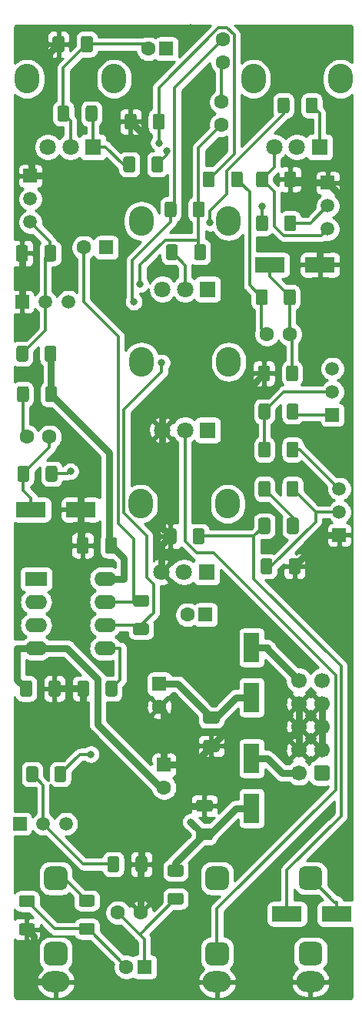
<source format=gbr>
%TF.GenerationSoftware,KiCad,Pcbnew,(5.1.9)-1*%
%TF.CreationDate,2021-08-15T07:19:13+01:00*%
%TF.ProjectId,8x8_Kick_Drum,3878385f-4b69-4636-9b5f-4472756d2e6b,rev?*%
%TF.SameCoordinates,Original*%
%TF.FileFunction,Copper,L1,Top*%
%TF.FilePolarity,Positive*%
%FSLAX46Y46*%
G04 Gerber Fmt 4.6, Leading zero omitted, Abs format (unit mm)*
G04 Created by KiCad (PCBNEW (5.1.9)-1) date 2021-08-15 07:19:13*
%MOMM*%
%LPD*%
G01*
G04 APERTURE LIST*
%TA.AperFunction,SMDPad,CuDef*%
%ADD10R,3.300000X1.700000*%
%TD*%
%TA.AperFunction,SMDPad,CuDef*%
%ADD11R,1.700000X3.300000*%
%TD*%
%TA.AperFunction,ComponentPad*%
%ADD12C,1.600000*%
%TD*%
%TA.AperFunction,ComponentPad*%
%ADD13R,1.600000X1.600000*%
%TD*%
%TA.AperFunction,ComponentPad*%
%ADD14O,3.100000X2.300000*%
%TD*%
%TA.AperFunction,ComponentPad*%
%ADD15O,2.400000X1.600000*%
%TD*%
%TA.AperFunction,ComponentPad*%
%ADD16R,2.400000X1.600000*%
%TD*%
%TA.AperFunction,ComponentPad*%
%ADD17O,2.720000X3.240000*%
%TD*%
%TA.AperFunction,ComponentPad*%
%ADD18C,1.800000*%
%TD*%
%TA.AperFunction,ComponentPad*%
%ADD19R,1.800000X1.800000*%
%TD*%
%TA.AperFunction,ComponentPad*%
%ADD20R,1.500000X1.500000*%
%TD*%
%TA.AperFunction,ComponentPad*%
%ADD21C,1.500000*%
%TD*%
%TA.AperFunction,ComponentPad*%
%ADD22C,1.700000*%
%TD*%
%TA.AperFunction,ViaPad*%
%ADD23C,0.800000*%
%TD*%
%TA.AperFunction,Conductor*%
%ADD24C,0.300000*%
%TD*%
%TA.AperFunction,Conductor*%
%ADD25C,0.750000*%
%TD*%
%TA.AperFunction,Conductor*%
%ADD26C,0.254000*%
%TD*%
%TA.AperFunction,Conductor*%
%ADD27C,0.100000*%
%TD*%
G04 APERTURE END LIST*
%TO.P,R26,2*%
%TO.N,Net-(C17-Pad2)*%
%TA.AperFunction,SMDPad,CuDef*%
G36*
G01*
X135138000Y-163053000D02*
X136388000Y-163053000D01*
G75*
G02*
X136638000Y-163303000I0J-250000D01*
G01*
X136638000Y-164103000D01*
G75*
G02*
X136388000Y-164353000I-250000J0D01*
G01*
X135138000Y-164353000D01*
G75*
G02*
X134888000Y-164103000I0J250000D01*
G01*
X134888000Y-163303000D01*
G75*
G02*
X135138000Y-163053000I250000J0D01*
G01*
G37*
%TD.AperFunction*%
%TO.P,R26,1*%
%TO.N,KICK_OUT*%
%TA.AperFunction,SMDPad,CuDef*%
G36*
G01*
X135138000Y-159953000D02*
X136388000Y-159953000D01*
G75*
G02*
X136638000Y-160203000I0J-250000D01*
G01*
X136638000Y-161003000D01*
G75*
G02*
X136388000Y-161253000I-250000J0D01*
G01*
X135138000Y-161253000D01*
G75*
G02*
X134888000Y-161003000I0J250000D01*
G01*
X134888000Y-160203000D01*
G75*
G02*
X135138000Y-159953000I250000J0D01*
G01*
G37*
%TD.AperFunction*%
%TD*%
%TO.P,R25,2*%
%TO.N,Net-(C17-Pad1)*%
%TA.AperFunction,SMDPad,CuDef*%
G36*
G01*
X144917000Y-159751000D02*
X146167000Y-159751000D01*
G75*
G02*
X146417000Y-160001000I0J-250000D01*
G01*
X146417000Y-160801000D01*
G75*
G02*
X146167000Y-161051000I-250000J0D01*
G01*
X144917000Y-161051000D01*
G75*
G02*
X144667000Y-160801000I0J250000D01*
G01*
X144667000Y-160001000D01*
G75*
G02*
X144917000Y-159751000I250000J0D01*
G01*
G37*
%TD.AperFunction*%
%TO.P,R25,1*%
%TO.N,-12V*%
%TA.AperFunction,SMDPad,CuDef*%
G36*
G01*
X144917000Y-156651000D02*
X146167000Y-156651000D01*
G75*
G02*
X146417000Y-156901000I0J-250000D01*
G01*
X146417000Y-157701000D01*
G75*
G02*
X146167000Y-157951000I-250000J0D01*
G01*
X144917000Y-157951000D01*
G75*
G02*
X144667000Y-157701000I0J250000D01*
G01*
X144667000Y-156901000D01*
G75*
G02*
X144917000Y-156651000I250000J0D01*
G01*
G37*
%TD.AperFunction*%
%TD*%
%TO.P,R24,2*%
%TO.N,GND*%
%TA.AperFunction,SMDPad,CuDef*%
G36*
G01*
X128534000Y-163105000D02*
X129784000Y-163105000D01*
G75*
G02*
X130034000Y-163355000I0J-250000D01*
G01*
X130034000Y-164155000D01*
G75*
G02*
X129784000Y-164405000I-250000J0D01*
G01*
X128534000Y-164405000D01*
G75*
G02*
X128284000Y-164155000I0J250000D01*
G01*
X128284000Y-163355000D01*
G75*
G02*
X128534000Y-163105000I250000J0D01*
G01*
G37*
%TD.AperFunction*%
%TO.P,R24,1*%
%TO.N,Net-(C17-Pad2)*%
%TA.AperFunction,SMDPad,CuDef*%
G36*
G01*
X128534000Y-160005000D02*
X129784000Y-160005000D01*
G75*
G02*
X130034000Y-160255000I0J-250000D01*
G01*
X130034000Y-161055000D01*
G75*
G02*
X129784000Y-161305000I-250000J0D01*
G01*
X128534000Y-161305000D01*
G75*
G02*
X128284000Y-161055000I0J250000D01*
G01*
X128284000Y-160255000D01*
G75*
G02*
X128534000Y-160005000I250000J0D01*
G01*
G37*
%TD.AperFunction*%
%TD*%
%TO.P,R23,2*%
%TO.N,Net-(Q6-Pad2)*%
%TA.AperFunction,SMDPad,CuDef*%
G36*
G01*
X139334000Y-155966000D02*
X139334000Y-157216000D01*
G75*
G02*
X139084000Y-157466000I-250000J0D01*
G01*
X138284000Y-157466000D01*
G75*
G02*
X138034000Y-157216000I0J250000D01*
G01*
X138034000Y-155966000D01*
G75*
G02*
X138284000Y-155716000I250000J0D01*
G01*
X139084000Y-155716000D01*
G75*
G02*
X139334000Y-155966000I0J-250000D01*
G01*
G37*
%TD.AperFunction*%
%TO.P,R23,1*%
%TO.N,GND*%
%TA.AperFunction,SMDPad,CuDef*%
G36*
G01*
X142434000Y-155966000D02*
X142434000Y-157216000D01*
G75*
G02*
X142184000Y-157466000I-250000J0D01*
G01*
X141384000Y-157466000D01*
G75*
G02*
X141134000Y-157216000I0J250000D01*
G01*
X141134000Y-155966000D01*
G75*
G02*
X141384000Y-155716000I250000J0D01*
G01*
X142184000Y-155716000D01*
G75*
G02*
X142434000Y-155966000I0J-250000D01*
G01*
G37*
%TD.AperFunction*%
%TD*%
%TO.P,R22,2*%
%TO.N,Net-(C13-Pad2)*%
%TA.AperFunction,SMDPad,CuDef*%
G36*
G01*
X132192000Y-147310000D02*
X132192000Y-146060000D01*
G75*
G02*
X132442000Y-145810000I250000J0D01*
G01*
X133242000Y-145810000D01*
G75*
G02*
X133492000Y-146060000I0J-250000D01*
G01*
X133492000Y-147310000D01*
G75*
G02*
X133242000Y-147560000I-250000J0D01*
G01*
X132442000Y-147560000D01*
G75*
G02*
X132192000Y-147310000I0J250000D01*
G01*
G37*
%TD.AperFunction*%
%TO.P,R22,1*%
%TO.N,Net-(Q6-Pad2)*%
%TA.AperFunction,SMDPad,CuDef*%
G36*
G01*
X129092000Y-147310000D02*
X129092000Y-146060000D01*
G75*
G02*
X129342000Y-145810000I250000J0D01*
G01*
X130142000Y-145810000D01*
G75*
G02*
X130392000Y-146060000I0J-250000D01*
G01*
X130392000Y-147310000D01*
G75*
G02*
X130142000Y-147560000I-250000J0D01*
G01*
X129342000Y-147560000D01*
G75*
G02*
X129092000Y-147310000I0J250000D01*
G01*
G37*
%TD.AperFunction*%
%TD*%
%TO.P,R21,2*%
%TO.N,Net-(C14-Pad2)*%
%TA.AperFunction,SMDPad,CuDef*%
G36*
G01*
X142357000Y-128285000D02*
X141107000Y-128285000D01*
G75*
G02*
X140857000Y-128035000I0J250000D01*
G01*
X140857000Y-127235000D01*
G75*
G02*
X141107000Y-126985000I250000J0D01*
G01*
X142357000Y-126985000D01*
G75*
G02*
X142607000Y-127235000I0J-250000D01*
G01*
X142607000Y-128035000D01*
G75*
G02*
X142357000Y-128285000I-250000J0D01*
G01*
G37*
%TD.AperFunction*%
%TO.P,R21,1*%
%TO.N,Net-(R18-Pad2)*%
%TA.AperFunction,SMDPad,CuDef*%
G36*
G01*
X142357000Y-131385000D02*
X141107000Y-131385000D01*
G75*
G02*
X140857000Y-131135000I0J250000D01*
G01*
X140857000Y-130335000D01*
G75*
G02*
X141107000Y-130085000I250000J0D01*
G01*
X142357000Y-130085000D01*
G75*
G02*
X142607000Y-130335000I0J-250000D01*
G01*
X142607000Y-131135000D01*
G75*
G02*
X142357000Y-131385000I-250000J0D01*
G01*
G37*
%TD.AperFunction*%
%TD*%
%TO.P,R20,2*%
%TO.N,GND*%
%TA.AperFunction,SMDPad,CuDef*%
G36*
G01*
X136032000Y-136662000D02*
X136032000Y-137912000D01*
G75*
G02*
X135782000Y-138162000I-250000J0D01*
G01*
X134982000Y-138162000D01*
G75*
G02*
X134732000Y-137912000I0J250000D01*
G01*
X134732000Y-136662000D01*
G75*
G02*
X134982000Y-136412000I250000J0D01*
G01*
X135782000Y-136412000D01*
G75*
G02*
X136032000Y-136662000I0J-250000D01*
G01*
G37*
%TD.AperFunction*%
%TO.P,R20,1*%
%TO.N,Net-(R20-Pad1)*%
%TA.AperFunction,SMDPad,CuDef*%
G36*
G01*
X139132000Y-136662000D02*
X139132000Y-137912000D01*
G75*
G02*
X138882000Y-138162000I-250000J0D01*
G01*
X138082000Y-138162000D01*
G75*
G02*
X137832000Y-137912000I0J250000D01*
G01*
X137832000Y-136662000D01*
G75*
G02*
X138082000Y-136412000I250000J0D01*
G01*
X138882000Y-136412000D01*
G75*
G02*
X139132000Y-136662000I0J-250000D01*
G01*
G37*
%TD.AperFunction*%
%TD*%
%TO.P,R19,2*%
%TO.N,Net-(C11-Pad1)*%
%TA.AperFunction,SMDPad,CuDef*%
G36*
G01*
X133821000Y-73416000D02*
X133821000Y-74666000D01*
G75*
G02*
X133571000Y-74916000I-250000J0D01*
G01*
X132771000Y-74916000D01*
G75*
G02*
X132521000Y-74666000I0J250000D01*
G01*
X132521000Y-73416000D01*
G75*
G02*
X132771000Y-73166000I250000J0D01*
G01*
X133571000Y-73166000D01*
G75*
G02*
X133821000Y-73416000I0J-250000D01*
G01*
G37*
%TD.AperFunction*%
%TO.P,R19,1*%
%TO.N,Net-(R16-Pad2)*%
%TA.AperFunction,SMDPad,CuDef*%
G36*
G01*
X136921000Y-73416000D02*
X136921000Y-74666000D01*
G75*
G02*
X136671000Y-74916000I-250000J0D01*
G01*
X135871000Y-74916000D01*
G75*
G02*
X135621000Y-74666000I0J250000D01*
G01*
X135621000Y-73416000D01*
G75*
G02*
X135871000Y-73166000I250000J0D01*
G01*
X136671000Y-73166000D01*
G75*
G02*
X136921000Y-73416000I0J-250000D01*
G01*
G37*
%TD.AperFunction*%
%TD*%
%TO.P,R18,2*%
%TO.N,Net-(R18-Pad2)*%
%TA.AperFunction,SMDPad,CuDef*%
G36*
G01*
X145785000Y-88656000D02*
X145785000Y-89906000D01*
G75*
G02*
X145535000Y-90156000I-250000J0D01*
G01*
X144735000Y-90156000D01*
G75*
G02*
X144485000Y-89906000I0J250000D01*
G01*
X144485000Y-88656000D01*
G75*
G02*
X144735000Y-88406000I250000J0D01*
G01*
X145535000Y-88406000D01*
G75*
G02*
X145785000Y-88656000I0J-250000D01*
G01*
G37*
%TD.AperFunction*%
%TO.P,R18,1*%
%TO.N,Net-(C10-Pad2)*%
%TA.AperFunction,SMDPad,CuDef*%
G36*
G01*
X148885000Y-88656000D02*
X148885000Y-89906000D01*
G75*
G02*
X148635000Y-90156000I-250000J0D01*
G01*
X147835000Y-90156000D01*
G75*
G02*
X147585000Y-89906000I0J250000D01*
G01*
X147585000Y-88656000D01*
G75*
G02*
X147835000Y-88406000I250000J0D01*
G01*
X148635000Y-88406000D01*
G75*
G02*
X148885000Y-88656000I0J-250000D01*
G01*
G37*
%TD.AperFunction*%
%TD*%
%TO.P,R17,2*%
%TO.N,Net-(C10-Pad1)*%
%TA.AperFunction,SMDPad,CuDef*%
G36*
G01*
X159878000Y-73777000D02*
X159878000Y-72527000D01*
G75*
G02*
X160128000Y-72277000I250000J0D01*
G01*
X160928000Y-72277000D01*
G75*
G02*
X161178000Y-72527000I0J-250000D01*
G01*
X161178000Y-73777000D01*
G75*
G02*
X160928000Y-74027000I-250000J0D01*
G01*
X160128000Y-74027000D01*
G75*
G02*
X159878000Y-73777000I0J250000D01*
G01*
G37*
%TD.AperFunction*%
%TO.P,R17,1*%
%TO.N,Net-(C14-Pad2)*%
%TA.AperFunction,SMDPad,CuDef*%
G36*
G01*
X156778000Y-73777000D02*
X156778000Y-72527000D01*
G75*
G02*
X157028000Y-72277000I250000J0D01*
G01*
X157828000Y-72277000D01*
G75*
G02*
X158078000Y-72527000I0J-250000D01*
G01*
X158078000Y-73777000D01*
G75*
G02*
X157828000Y-74027000I-250000J0D01*
G01*
X157028000Y-74027000D01*
G75*
G02*
X156778000Y-73777000I0J250000D01*
G01*
G37*
%TD.AperFunction*%
%TD*%
%TO.P,R16,2*%
%TO.N,Net-(R16-Pad2)*%
%TA.AperFunction,SMDPad,CuDef*%
G36*
G01*
X141086000Y-79004000D02*
X141086000Y-80254000D01*
G75*
G02*
X140836000Y-80504000I-250000J0D01*
G01*
X140036000Y-80504000D01*
G75*
G02*
X139786000Y-80254000I0J250000D01*
G01*
X139786000Y-79004000D01*
G75*
G02*
X140036000Y-78754000I250000J0D01*
G01*
X140836000Y-78754000D01*
G75*
G02*
X141086000Y-79004000I0J-250000D01*
G01*
G37*
%TD.AperFunction*%
%TO.P,R16,1*%
%TO.N,Net-(C10-Pad2)*%
%TA.AperFunction,SMDPad,CuDef*%
G36*
G01*
X144186000Y-79004000D02*
X144186000Y-80254000D01*
G75*
G02*
X143936000Y-80504000I-250000J0D01*
G01*
X143136000Y-80504000D01*
G75*
G02*
X142886000Y-80254000I0J250000D01*
G01*
X142886000Y-79004000D01*
G75*
G02*
X143136000Y-78754000I250000J0D01*
G01*
X143936000Y-78754000D01*
G75*
G02*
X144186000Y-79004000I0J-250000D01*
G01*
G37*
%TD.AperFunction*%
%TD*%
%TO.P,R15,2*%
%TO.N,Net-(C9-Pad1)*%
%TA.AperFunction,SMDPad,CuDef*%
G36*
G01*
X145632000Y-83957000D02*
X145632000Y-85207000D01*
G75*
G02*
X145382000Y-85457000I-250000J0D01*
G01*
X144582000Y-85457000D01*
G75*
G02*
X144332000Y-85207000I0J250000D01*
G01*
X144332000Y-83957000D01*
G75*
G02*
X144582000Y-83707000I250000J0D01*
G01*
X145382000Y-83707000D01*
G75*
G02*
X145632000Y-83957000I0J-250000D01*
G01*
G37*
%TD.AperFunction*%
%TO.P,R15,1*%
%TO.N,Net-(C10-Pad2)*%
%TA.AperFunction,SMDPad,CuDef*%
G36*
G01*
X148732000Y-83957000D02*
X148732000Y-85207000D01*
G75*
G02*
X148482000Y-85457000I-250000J0D01*
G01*
X147682000Y-85457000D01*
G75*
G02*
X147432000Y-85207000I0J250000D01*
G01*
X147432000Y-83957000D01*
G75*
G02*
X147682000Y-83707000I250000J0D01*
G01*
X148482000Y-83707000D01*
G75*
G02*
X148732000Y-83957000I0J-250000D01*
G01*
G37*
%TD.AperFunction*%
%TD*%
%TO.P,R14,2*%
%TO.N,GND*%
%TA.AperFunction,SMDPad,CuDef*%
G36*
G01*
X157517000Y-81905000D02*
X157517000Y-80655000D01*
G75*
G02*
X157767000Y-80405000I250000J0D01*
G01*
X158567000Y-80405000D01*
G75*
G02*
X158817000Y-80655000I0J-250000D01*
G01*
X158817000Y-81905000D01*
G75*
G02*
X158567000Y-82155000I-250000J0D01*
G01*
X157767000Y-82155000D01*
G75*
G02*
X157517000Y-81905000I0J250000D01*
G01*
G37*
%TD.AperFunction*%
%TO.P,R14,1*%
%TO.N,Net-(Q5-Pad3)*%
%TA.AperFunction,SMDPad,CuDef*%
G36*
G01*
X154417000Y-81905000D02*
X154417000Y-80655000D01*
G75*
G02*
X154667000Y-80405000I250000J0D01*
G01*
X155467000Y-80405000D01*
G75*
G02*
X155717000Y-80655000I0J-250000D01*
G01*
X155717000Y-81905000D01*
G75*
G02*
X155467000Y-82155000I-250000J0D01*
G01*
X154667000Y-82155000D01*
G75*
G02*
X154417000Y-81905000I0J250000D01*
G01*
G37*
%TD.AperFunction*%
%TD*%
%TO.P,R13,2*%
%TO.N,Net-(C8-Pad2)*%
%TA.AperFunction,SMDPad,CuDef*%
G36*
G01*
X129428000Y-113040000D02*
X129428000Y-114290000D01*
G75*
G02*
X129178000Y-114540000I-250000J0D01*
G01*
X128378000Y-114540000D01*
G75*
G02*
X128128000Y-114290000I0J250000D01*
G01*
X128128000Y-113040000D01*
G75*
G02*
X128378000Y-112790000I250000J0D01*
G01*
X129178000Y-112790000D01*
G75*
G02*
X129428000Y-113040000I0J-250000D01*
G01*
G37*
%TD.AperFunction*%
%TO.P,R13,1*%
%TO.N,Net-(C10-Pad1)*%
%TA.AperFunction,SMDPad,CuDef*%
G36*
G01*
X132528000Y-113040000D02*
X132528000Y-114290000D01*
G75*
G02*
X132278000Y-114540000I-250000J0D01*
G01*
X131478000Y-114540000D01*
G75*
G02*
X131228000Y-114290000I0J250000D01*
G01*
X131228000Y-113040000D01*
G75*
G02*
X131478000Y-112790000I250000J0D01*
G01*
X132278000Y-112790000D01*
G75*
G02*
X132528000Y-113040000I0J-250000D01*
G01*
G37*
%TD.AperFunction*%
%TD*%
%TO.P,R12,2*%
%TO.N,Net-(C7-Pad1)*%
%TA.AperFunction,SMDPad,CuDef*%
G36*
G01*
X157719000Y-103241000D02*
X157719000Y-101991000D01*
G75*
G02*
X157969000Y-101741000I250000J0D01*
G01*
X158769000Y-101741000D01*
G75*
G02*
X159019000Y-101991000I0J-250000D01*
G01*
X159019000Y-103241000D01*
G75*
G02*
X158769000Y-103491000I-250000J0D01*
G01*
X157969000Y-103491000D01*
G75*
G02*
X157719000Y-103241000I0J250000D01*
G01*
G37*
%TD.AperFunction*%
%TO.P,R12,1*%
%TO.N,GND*%
%TA.AperFunction,SMDPad,CuDef*%
G36*
G01*
X154619000Y-103241000D02*
X154619000Y-101991000D01*
G75*
G02*
X154869000Y-101741000I250000J0D01*
G01*
X155669000Y-101741000D01*
G75*
G02*
X155919000Y-101991000I0J-250000D01*
G01*
X155919000Y-103241000D01*
G75*
G02*
X155669000Y-103491000I-250000J0D01*
G01*
X154869000Y-103491000D01*
G75*
G02*
X154619000Y-103241000I0J250000D01*
G01*
G37*
%TD.AperFunction*%
%TD*%
%TO.P,R11,2*%
%TO.N,Net-(C8-Pad1)*%
%TA.AperFunction,SMDPad,CuDef*%
G36*
G01*
X155717000Y-85481000D02*
X155717000Y-86731000D01*
G75*
G02*
X155467000Y-86981000I-250000J0D01*
G01*
X154667000Y-86981000D01*
G75*
G02*
X154417000Y-86731000I0J250000D01*
G01*
X154417000Y-85481000D01*
G75*
G02*
X154667000Y-85231000I250000J0D01*
G01*
X155467000Y-85231000D01*
G75*
G02*
X155717000Y-85481000I0J-250000D01*
G01*
G37*
%TD.AperFunction*%
%TO.P,R11,1*%
%TO.N,Net-(Q5-Pad2)*%
%TA.AperFunction,SMDPad,CuDef*%
G36*
G01*
X158817000Y-85481000D02*
X158817000Y-86731000D01*
G75*
G02*
X158567000Y-86981000I-250000J0D01*
G01*
X157767000Y-86981000D01*
G75*
G02*
X157517000Y-86731000I0J250000D01*
G01*
X157517000Y-85481000D01*
G75*
G02*
X157767000Y-85231000I250000J0D01*
G01*
X158567000Y-85231000D01*
G75*
G02*
X158817000Y-85481000I0J-250000D01*
G01*
G37*
%TD.AperFunction*%
%TD*%
%TO.P,R10,2*%
%TO.N,Net-(C7-Pad2)*%
%TA.AperFunction,SMDPad,CuDef*%
G36*
G01*
X155665000Y-93609000D02*
X155665000Y-94859000D01*
G75*
G02*
X155415000Y-95109000I-250000J0D01*
G01*
X154615000Y-95109000D01*
G75*
G02*
X154365000Y-94859000I0J250000D01*
G01*
X154365000Y-93609000D01*
G75*
G02*
X154615000Y-93359000I250000J0D01*
G01*
X155415000Y-93359000D01*
G75*
G02*
X155665000Y-93609000I0J-250000D01*
G01*
G37*
%TD.AperFunction*%
%TO.P,R10,1*%
%TO.N,Net-(C7-Pad1)*%
%TA.AperFunction,SMDPad,CuDef*%
G36*
G01*
X158765000Y-93609000D02*
X158765000Y-94859000D01*
G75*
G02*
X158515000Y-95109000I-250000J0D01*
G01*
X157715000Y-95109000D01*
G75*
G02*
X157465000Y-94859000I0J250000D01*
G01*
X157465000Y-93609000D01*
G75*
G02*
X157715000Y-93359000I250000J0D01*
G01*
X158515000Y-93359000D01*
G75*
G02*
X158765000Y-93609000I0J-250000D01*
G01*
G37*
%TD.AperFunction*%
%TD*%
%TO.P,R9,2*%
%TO.N,+12V*%
%TA.AperFunction,SMDPad,CuDef*%
G36*
G01*
X131176000Y-105527000D02*
X131176000Y-104277000D01*
G75*
G02*
X131426000Y-104027000I250000J0D01*
G01*
X132226000Y-104027000D01*
G75*
G02*
X132476000Y-104277000I0J-250000D01*
G01*
X132476000Y-105527000D01*
G75*
G02*
X132226000Y-105777000I-250000J0D01*
G01*
X131426000Y-105777000D01*
G75*
G02*
X131176000Y-105527000I0J250000D01*
G01*
G37*
%TD.AperFunction*%
%TO.P,R9,1*%
%TO.N,Net-(C8-Pad1)*%
%TA.AperFunction,SMDPad,CuDef*%
G36*
G01*
X128076000Y-105527000D02*
X128076000Y-104277000D01*
G75*
G02*
X128326000Y-104027000I250000J0D01*
G01*
X129126000Y-104027000D01*
G75*
G02*
X129376000Y-104277000I0J-250000D01*
G01*
X129376000Y-105527000D01*
G75*
G02*
X129126000Y-105777000I-250000J0D01*
G01*
X128326000Y-105777000D01*
G75*
G02*
X128076000Y-105527000I0J250000D01*
G01*
G37*
%TD.AperFunction*%
%TD*%
%TO.P,R8,2*%
%TO.N,Net-(Q2-Pad3)*%
%TA.AperFunction,SMDPad,CuDef*%
G36*
G01*
X157771000Y-111623000D02*
X157771000Y-110373000D01*
G75*
G02*
X158021000Y-110123000I250000J0D01*
G01*
X158821000Y-110123000D01*
G75*
G02*
X159071000Y-110373000I0J-250000D01*
G01*
X159071000Y-111623000D01*
G75*
G02*
X158821000Y-111873000I-250000J0D01*
G01*
X158021000Y-111873000D01*
G75*
G02*
X157771000Y-111623000I0J250000D01*
G01*
G37*
%TD.AperFunction*%
%TO.P,R8,1*%
%TO.N,Net-(Q3-Pad2)*%
%TA.AperFunction,SMDPad,CuDef*%
G36*
G01*
X154671000Y-111623000D02*
X154671000Y-110373000D01*
G75*
G02*
X154921000Y-110123000I250000J0D01*
G01*
X155721000Y-110123000D01*
G75*
G02*
X155971000Y-110373000I0J-250000D01*
G01*
X155971000Y-111623000D01*
G75*
G02*
X155721000Y-111873000I-250000J0D01*
G01*
X154921000Y-111873000D01*
G75*
G02*
X154671000Y-111623000I0J250000D01*
G01*
G37*
%TD.AperFunction*%
%TD*%
%TO.P,R7,2*%
%TO.N,Net-(Q3-Pad2)*%
%TA.AperFunction,SMDPad,CuDef*%
G36*
G01*
X155971000Y-106182000D02*
X155971000Y-107432000D01*
G75*
G02*
X155721000Y-107682000I-250000J0D01*
G01*
X154921000Y-107682000D01*
G75*
G02*
X154671000Y-107432000I0J250000D01*
G01*
X154671000Y-106182000D01*
G75*
G02*
X154921000Y-105932000I250000J0D01*
G01*
X155721000Y-105932000D01*
G75*
G02*
X155971000Y-106182000I0J-250000D01*
G01*
G37*
%TD.AperFunction*%
%TO.P,R7,1*%
%TO.N,ACCENT_IN*%
%TA.AperFunction,SMDPad,CuDef*%
G36*
G01*
X159071000Y-106182000D02*
X159071000Y-107432000D01*
G75*
G02*
X158821000Y-107682000I-250000J0D01*
G01*
X158021000Y-107682000D01*
G75*
G02*
X157771000Y-107432000I0J250000D01*
G01*
X157771000Y-106182000D01*
G75*
G02*
X158021000Y-105932000I250000J0D01*
G01*
X158821000Y-105932000D01*
G75*
G02*
X159071000Y-106182000I0J-250000D01*
G01*
G37*
%TD.AperFunction*%
%TD*%
%TO.P,R6,2*%
%TO.N,+12V*%
%TA.AperFunction,SMDPad,CuDef*%
G36*
G01*
X131101000Y-101082000D02*
X131101000Y-99832000D01*
G75*
G02*
X131351000Y-99582000I250000J0D01*
G01*
X132151000Y-99582000D01*
G75*
G02*
X132401000Y-99832000I0J-250000D01*
G01*
X132401000Y-101082000D01*
G75*
G02*
X132151000Y-101332000I-250000J0D01*
G01*
X131351000Y-101332000D01*
G75*
G02*
X131101000Y-101082000I0J250000D01*
G01*
G37*
%TD.AperFunction*%
%TO.P,R6,1*%
%TO.N,Net-(C4-Pad2)*%
%TA.AperFunction,SMDPad,CuDef*%
G36*
G01*
X128001000Y-101082000D02*
X128001000Y-99832000D01*
G75*
G02*
X128251000Y-99582000I250000J0D01*
G01*
X129051000Y-99582000D01*
G75*
G02*
X129301000Y-99832000I0J-250000D01*
G01*
X129301000Y-101082000D01*
G75*
G02*
X129051000Y-101332000I-250000J0D01*
G01*
X128251000Y-101332000D01*
G75*
G02*
X128001000Y-101082000I0J250000D01*
G01*
G37*
%TD.AperFunction*%
%TD*%
%TO.P,R5,2*%
%TO.N,GND*%
%TA.AperFunction,SMDPad,CuDef*%
G36*
G01*
X157999000Y-124450000D02*
X157999000Y-123200000D01*
G75*
G02*
X158249000Y-122950000I250000J0D01*
G01*
X159049000Y-122950000D01*
G75*
G02*
X159299000Y-123200000I0J-250000D01*
G01*
X159299000Y-124450000D01*
G75*
G02*
X159049000Y-124700000I-250000J0D01*
G01*
X158249000Y-124700000D01*
G75*
G02*
X157999000Y-124450000I0J250000D01*
G01*
G37*
%TD.AperFunction*%
%TO.P,R5,1*%
%TO.N,Net-(Q2-Pad2)*%
%TA.AperFunction,SMDPad,CuDef*%
G36*
G01*
X154899000Y-124450000D02*
X154899000Y-123200000D01*
G75*
G02*
X155149000Y-122950000I250000J0D01*
G01*
X155949000Y-122950000D01*
G75*
G02*
X156199000Y-123200000I0J-250000D01*
G01*
X156199000Y-124450000D01*
G75*
G02*
X155949000Y-124700000I-250000J0D01*
G01*
X155149000Y-124700000D01*
G75*
G02*
X154899000Y-124450000I0J250000D01*
G01*
G37*
%TD.AperFunction*%
%TD*%
%TO.P,R4,2*%
%TO.N,Net-(Q2-Pad2)*%
%TA.AperFunction,SMDPad,CuDef*%
G36*
G01*
X157771000Y-115941000D02*
X157771000Y-114691000D01*
G75*
G02*
X158021000Y-114441000I250000J0D01*
G01*
X158821000Y-114441000D01*
G75*
G02*
X159071000Y-114691000I0J-250000D01*
G01*
X159071000Y-115941000D01*
G75*
G02*
X158821000Y-116191000I-250000J0D01*
G01*
X158021000Y-116191000D01*
G75*
G02*
X157771000Y-115941000I0J250000D01*
G01*
G37*
%TD.AperFunction*%
%TO.P,R4,1*%
%TO.N,Net-(C1-Pad1)*%
%TA.AperFunction,SMDPad,CuDef*%
G36*
G01*
X154671000Y-115941000D02*
X154671000Y-114691000D01*
G75*
G02*
X154921000Y-114441000I250000J0D01*
G01*
X155721000Y-114441000D01*
G75*
G02*
X155971000Y-114691000I0J-250000D01*
G01*
X155971000Y-115941000D01*
G75*
G02*
X155721000Y-116191000I-250000J0D01*
G01*
X154921000Y-116191000D01*
G75*
G02*
X154671000Y-115941000I0J250000D01*
G01*
G37*
%TD.AperFunction*%
%TD*%
%TO.P,R3,2*%
%TO.N,Net-(Q1-Pad2)*%
%TA.AperFunction,SMDPad,CuDef*%
G36*
G01*
X143039000Y-75555000D02*
X143039000Y-74305000D01*
G75*
G02*
X143289000Y-74055000I250000J0D01*
G01*
X144089000Y-74055000D01*
G75*
G02*
X144339000Y-74305000I0J-250000D01*
G01*
X144339000Y-75555000D01*
G75*
G02*
X144089000Y-75805000I-250000J0D01*
G01*
X143289000Y-75805000D01*
G75*
G02*
X143039000Y-75555000I0J250000D01*
G01*
G37*
%TD.AperFunction*%
%TO.P,R3,1*%
%TO.N,GND*%
%TA.AperFunction,SMDPad,CuDef*%
G36*
G01*
X139939000Y-75555000D02*
X139939000Y-74305000D01*
G75*
G02*
X140189000Y-74055000I250000J0D01*
G01*
X140989000Y-74055000D01*
G75*
G02*
X141239000Y-74305000I0J-250000D01*
G01*
X141239000Y-75555000D01*
G75*
G02*
X140989000Y-75805000I-250000J0D01*
G01*
X140189000Y-75805000D01*
G75*
G02*
X139939000Y-75555000I0J250000D01*
G01*
G37*
%TD.AperFunction*%
%TD*%
%TO.P,R2,2*%
%TO.N,Net-(C7-Pad2)*%
%TA.AperFunction,SMDPad,CuDef*%
G36*
G01*
X151649000Y-81905000D02*
X151649000Y-80655000D01*
G75*
G02*
X151899000Y-80405000I250000J0D01*
G01*
X152699000Y-80405000D01*
G75*
G02*
X152949000Y-80655000I0J-250000D01*
G01*
X152949000Y-81905000D01*
G75*
G02*
X152699000Y-82155000I-250000J0D01*
G01*
X151899000Y-82155000D01*
G75*
G02*
X151649000Y-81905000I0J250000D01*
G01*
G37*
%TD.AperFunction*%
%TO.P,R2,1*%
%TO.N,Net-(Q1-Pad2)*%
%TA.AperFunction,SMDPad,CuDef*%
G36*
G01*
X148549000Y-81905000D02*
X148549000Y-80655000D01*
G75*
G02*
X148799000Y-80405000I250000J0D01*
G01*
X149599000Y-80405000D01*
G75*
G02*
X149849000Y-80655000I0J-250000D01*
G01*
X149849000Y-81905000D01*
G75*
G02*
X149599000Y-82155000I-250000J0D01*
G01*
X148799000Y-82155000D01*
G75*
G02*
X148549000Y-81905000I0J250000D01*
G01*
G37*
%TD.AperFunction*%
%TD*%
%TO.P,R1,2*%
%TO.N,GND*%
%TA.AperFunction,SMDPad,CuDef*%
G36*
G01*
X145632000Y-119898000D02*
X145632000Y-121148000D01*
G75*
G02*
X145382000Y-121398000I-250000J0D01*
G01*
X144582000Y-121398000D01*
G75*
G02*
X144332000Y-121148000I0J250000D01*
G01*
X144332000Y-119898000D01*
G75*
G02*
X144582000Y-119648000I250000J0D01*
G01*
X145382000Y-119648000D01*
G75*
G02*
X145632000Y-119898000I0J-250000D01*
G01*
G37*
%TD.AperFunction*%
%TO.P,R1,1*%
%TO.N,Net-(C1-Pad2)*%
%TA.AperFunction,SMDPad,CuDef*%
G36*
G01*
X148732000Y-119898000D02*
X148732000Y-121148000D01*
G75*
G02*
X148482000Y-121398000I-250000J0D01*
G01*
X147682000Y-121398000D01*
G75*
G02*
X147432000Y-121148000I0J250000D01*
G01*
X147432000Y-119898000D01*
G75*
G02*
X147682000Y-119648000I250000J0D01*
G01*
X148482000Y-119648000D01*
G75*
G02*
X148732000Y-119898000I0J-250000D01*
G01*
G37*
%TD.AperFunction*%
%TD*%
D10*
%TO.P,D5,2*%
%TO.N,GND*%
X161456000Y-90678000D03*
%TO.P,D5,1*%
%TO.N,Net-(C7-Pad1)*%
X155956000Y-90678000D03*
%TD*%
%TO.P,D4,2*%
%TO.N,Net-(C8-Pad2)*%
X129628000Y-117602000D03*
%TO.P,D4,1*%
%TO.N,GND*%
X135128000Y-117602000D03*
%TD*%
D11*
%TO.P,D3,2*%
%TO.N,-12V*%
X153924000Y-150451000D03*
%TO.P,D3,1*%
%TO.N,Net-(D3-Pad1)*%
X153924000Y-144951000D03*
%TD*%
%TO.P,D2,2*%
%TO.N,Net-(D2-Pad2)*%
X153924000Y-132759000D03*
%TO.P,D2,1*%
%TO.N,+12V*%
X153924000Y-138259000D03*
%TD*%
D10*
%TO.P,D1,2*%
%TO.N,KICK_TRIGGER*%
X163322000Y-162052000D03*
%TO.P,D1,1*%
%TO.N,Net-(C1-Pad2)*%
X157822000Y-162052000D03*
%TD*%
D12*
%TO.P,C17,2*%
%TO.N,Net-(C17-Pad2)*%
X140113000Y-167894000D03*
D13*
%TO.P,C17,1*%
%TO.N,Net-(C17-Pad1)*%
X142113000Y-167894000D03*
%TD*%
D12*
%TO.P,C13,2*%
%TO.N,Net-(C13-Pad2)*%
X146844000Y-129159000D03*
D13*
%TO.P,C13,1*%
%TO.N,Net-(C13-Pad1)*%
X148844000Y-129159000D03*
%TD*%
D12*
%TO.P,C12,2*%
%TO.N,Net-(C11-Pad1)*%
X142526000Y-66929000D03*
D13*
%TO.P,C12,1*%
%TO.N,Net-(C12-Pad1)*%
X144526000Y-66929000D03*
%TD*%
D12*
%TO.P,C3,2*%
%TO.N,-12V*%
X144272000Y-148169000D03*
D13*
%TO.P,C3,1*%
%TO.N,GND*%
X144272000Y-145669000D03*
%TD*%
D12*
%TO.P,C2,2*%
%TO.N,GND*%
X143764000Y-139279000D03*
D13*
%TO.P,C2,1*%
%TO.N,+12V*%
X143764000Y-136779000D03*
%TD*%
%TO.P,J4,TN*%
%TO.N,Net-(J4-PadTN)*%
%TA.AperFunction,ComponentPad*%
G36*
G01*
X133634000Y-165795000D02*
X133634000Y-167095000D01*
G75*
G02*
X132984000Y-167745000I-650000J0D01*
G01*
X131684000Y-167745000D01*
G75*
G02*
X131034000Y-167095000I0J650000D01*
G01*
X131034000Y-165795000D01*
G75*
G02*
X131684000Y-165145000I650000J0D01*
G01*
X132984000Y-165145000D01*
G75*
G02*
X133634000Y-165795000I0J-650000D01*
G01*
G37*
%TD.AperFunction*%
D14*
%TO.P,J4,S*%
%TO.N,GND*%
X132334000Y-169545000D03*
%TO.P,J4,T*%
%TO.N,KICK_OUT*%
%TA.AperFunction,ComponentPad*%
G36*
G01*
X133634000Y-157495000D02*
X133634000Y-158795000D01*
G75*
G02*
X132984000Y-159445000I-650000J0D01*
G01*
X131684000Y-159445000D01*
G75*
G02*
X131034000Y-158795000I0J650000D01*
G01*
X131034000Y-157495000D01*
G75*
G02*
X131684000Y-156845000I650000J0D01*
G01*
X132984000Y-156845000D01*
G75*
G02*
X133634000Y-157495000I0J-650000D01*
G01*
G37*
%TD.AperFunction*%
%TD*%
%TO.P,J3,TN*%
%TO.N,Net-(J3-PadTN)*%
%TA.AperFunction,ComponentPad*%
G36*
G01*
X151414000Y-165798000D02*
X151414000Y-167098000D01*
G75*
G02*
X150764000Y-167748000I-650000J0D01*
G01*
X149464000Y-167748000D01*
G75*
G02*
X148814000Y-167098000I0J650000D01*
G01*
X148814000Y-165798000D01*
G75*
G02*
X149464000Y-165148000I650000J0D01*
G01*
X150764000Y-165148000D01*
G75*
G02*
X151414000Y-165798000I0J-650000D01*
G01*
G37*
%TD.AperFunction*%
%TO.P,J3,S*%
%TO.N,GND*%
X150114000Y-169548000D03*
%TO.P,J3,T*%
%TO.N,ACCENT_IN*%
%TA.AperFunction,ComponentPad*%
G36*
G01*
X151414000Y-157498000D02*
X151414000Y-158798000D01*
G75*
G02*
X150764000Y-159448000I-650000J0D01*
G01*
X149464000Y-159448000D01*
G75*
G02*
X148814000Y-158798000I0J650000D01*
G01*
X148814000Y-157498000D01*
G75*
G02*
X149464000Y-156848000I650000J0D01*
G01*
X150764000Y-156848000D01*
G75*
G02*
X151414000Y-157498000I0J-650000D01*
G01*
G37*
%TD.AperFunction*%
%TD*%
%TO.P,J2,TN*%
%TO.N,Net-(J2-PadTN)*%
%TA.AperFunction,ComponentPad*%
G36*
G01*
X161701000Y-165765000D02*
X161701000Y-167065000D01*
G75*
G02*
X161051000Y-167715000I-650000J0D01*
G01*
X159751000Y-167715000D01*
G75*
G02*
X159101000Y-167065000I0J650000D01*
G01*
X159101000Y-165765000D01*
G75*
G02*
X159751000Y-165115000I650000J0D01*
G01*
X161051000Y-165115000D01*
G75*
G02*
X161701000Y-165765000I0J-650000D01*
G01*
G37*
%TD.AperFunction*%
%TO.P,J2,S*%
%TO.N,GND*%
X160401000Y-169515000D03*
%TO.P,J2,T*%
%TO.N,KICK_TRIGGER*%
%TA.AperFunction,ComponentPad*%
G36*
G01*
X161701000Y-157465000D02*
X161701000Y-158765000D01*
G75*
G02*
X161051000Y-159415000I-650000J0D01*
G01*
X159751000Y-159415000D01*
G75*
G02*
X159101000Y-158765000I0J650000D01*
G01*
X159101000Y-157465000D01*
G75*
G02*
X159751000Y-156815000I650000J0D01*
G01*
X161051000Y-156815000D01*
G75*
G02*
X161701000Y-157465000I0J-650000D01*
G01*
G37*
%TD.AperFunction*%
%TD*%
D15*
%TO.P,U1,8*%
%TO.N,+12V*%
X137795000Y-125222000D03*
%TO.P,U1,4*%
%TO.N,-12V*%
X130175000Y-132842000D03*
%TO.P,U1,7*%
%TO.N,Net-(C14-Pad2)*%
X137795000Y-127762000D03*
%TO.P,U1,3*%
%TO.N,Net-(C7-Pad1)*%
X130175000Y-130302000D03*
%TO.P,U1,6*%
%TO.N,Net-(R18-Pad2)*%
X137795000Y-130302000D03*
%TO.P,U1,2*%
%TO.N,Net-(C9-Pad1)*%
X130175000Y-127762000D03*
%TO.P,U1,5*%
%TO.N,Net-(R20-Pad1)*%
X137795000Y-132842000D03*
D16*
%TO.P,U1,1*%
%TO.N,Net-(C10-Pad2)*%
X130175000Y-125222000D03*
%TD*%
D17*
%TO.P,RV5,*%
%TO.N,*%
X151384000Y-101346000D03*
X141784000Y-101346000D03*
D18*
%TO.P,RV5,3*%
%TO.N,GND*%
X144084000Y-108846000D03*
%TO.P,RV5,2*%
%TO.N,Net-(J3-PadTN)*%
X146584000Y-108846000D03*
D19*
%TO.P,RV5,1*%
%TO.N,+12V*%
X149084000Y-108846000D03*
%TD*%
D17*
%TO.P,RV3,*%
%TO.N,*%
X151271000Y-116960000D03*
X141671000Y-116960000D03*
D18*
%TO.P,RV3,3*%
%TO.N,GND*%
X143971000Y-124460000D03*
%TO.P,RV3,2*%
%TO.N,Net-(C13-Pad1)*%
X146471000Y-124460000D03*
D19*
%TO.P,RV3,1*%
%TO.N,Net-(C12-Pad1)*%
X148971000Y-124460000D03*
%TD*%
D17*
%TO.P,RV4,*%
%TO.N,*%
X151384000Y-85852000D03*
X141784000Y-85852000D03*
D18*
%TO.P,RV4,3*%
%TO.N,Net-(C14-Pad1)*%
X144084000Y-93352000D03*
%TO.P,RV4,2*%
%TO.N,Net-(R18-Pad2)*%
X146584000Y-93352000D03*
D19*
%TO.P,RV4,1*%
X149084000Y-93352000D03*
%TD*%
D17*
%TO.P,RV2,*%
%TO.N,*%
X138759000Y-70224000D03*
X129159000Y-70224000D03*
D18*
%TO.P,RV2,3*%
%TO.N,Net-(C11-Pad1)*%
X131459000Y-77724000D03*
%TO.P,RV2,2*%
X133959000Y-77724000D03*
D19*
%TO.P,RV2,1*%
%TO.N,Net-(R16-Pad2)*%
X136459000Y-77724000D03*
%TD*%
D17*
%TO.P,RV1,*%
%TO.N,*%
X163703000Y-70224000D03*
X154103000Y-70224000D03*
D18*
%TO.P,RV1,3*%
%TO.N,Net-(Q5-Pad3)*%
X156403000Y-77724000D03*
%TO.P,RV1,2*%
X158903000Y-77724000D03*
D19*
%TO.P,RV1,1*%
%TO.N,Net-(C10-Pad1)*%
X161403000Y-77724000D03*
%TD*%
D20*
%TO.P,Q6,1*%
%TO.N,Net-(C17-Pad1)*%
X128397000Y-152146000D03*
D21*
%TO.P,Q6,3*%
%TO.N,+12V*%
X133477000Y-152146000D03*
%TO.P,Q6,2*%
%TO.N,Net-(Q6-Pad2)*%
X130937000Y-152146000D03*
%TD*%
D20*
%TO.P,Q5,1*%
%TO.N,GND*%
X162306000Y-81661000D03*
D21*
%TO.P,Q5,3*%
%TO.N,Net-(Q5-Pad3)*%
X162306000Y-86741000D03*
%TO.P,Q5,2*%
%TO.N,Net-(Q5-Pad2)*%
X162306000Y-84201000D03*
%TD*%
D20*
%TO.P,Q4,1*%
%TO.N,GND*%
X128651000Y-94742000D03*
D21*
%TO.P,Q4,3*%
%TO.N,Net-(C8-Pad1)*%
X133731000Y-94742000D03*
%TO.P,Q4,2*%
%TO.N,Net-(C4-Pad2)*%
X131191000Y-94742000D03*
%TD*%
D20*
%TO.P,Q3,1*%
%TO.N,ACCENT_IN*%
X162814000Y-107188000D03*
D21*
%TO.P,Q3,3*%
%TO.N,Net-(C7-Pad2)*%
X162814000Y-102108000D03*
%TO.P,Q3,2*%
%TO.N,Net-(Q3-Pad2)*%
X162814000Y-104648000D03*
%TD*%
D20*
%TO.P,Q2,1*%
%TO.N,GND*%
X163576000Y-120396000D03*
D21*
%TO.P,Q2,3*%
%TO.N,Net-(Q2-Pad3)*%
X163576000Y-115316000D03*
%TO.P,Q2,2*%
%TO.N,Net-(Q2-Pad2)*%
X163576000Y-117856000D03*
%TD*%
D20*
%TO.P,Q1,1*%
%TO.N,GND*%
X129540000Y-80899000D03*
D21*
%TO.P,Q1,3*%
%TO.N,Net-(C4-Pad2)*%
X129540000Y-85979000D03*
%TO.P,Q1,2*%
%TO.N,Net-(Q1-Pad2)*%
X129540000Y-83439000D03*
%TD*%
%TO.P,C16,2*%
%TO.N,-12V*%
%TA.AperFunction,SMDPad,CuDef*%
G36*
G01*
X129744000Y-136636999D02*
X129744000Y-137937001D01*
G75*
G02*
X129494001Y-138187000I-249999J0D01*
G01*
X128668999Y-138187000D01*
G75*
G02*
X128419000Y-137937001I0J249999D01*
G01*
X128419000Y-136636999D01*
G75*
G02*
X128668999Y-136387000I249999J0D01*
G01*
X129494001Y-136387000D01*
G75*
G02*
X129744000Y-136636999I0J-249999D01*
G01*
G37*
%TD.AperFunction*%
%TO.P,C16,1*%
%TO.N,GND*%
%TA.AperFunction,SMDPad,CuDef*%
G36*
G01*
X132869000Y-136636999D02*
X132869000Y-137937001D01*
G75*
G02*
X132619001Y-138187000I-249999J0D01*
G01*
X131793999Y-138187000D01*
G75*
G02*
X131544000Y-137937001I0J249999D01*
G01*
X131544000Y-136636999D01*
G75*
G02*
X131793999Y-136387000I249999J0D01*
G01*
X132619001Y-136387000D01*
G75*
G02*
X132869000Y-136636999I0J-249999D01*
G01*
G37*
%TD.AperFunction*%
%TD*%
%TO.P,C15,2*%
%TO.N,GND*%
%TA.AperFunction,SMDPad,CuDef*%
G36*
G01*
X135968000Y-120888999D02*
X135968000Y-122189001D01*
G75*
G02*
X135718001Y-122439000I-249999J0D01*
G01*
X134892999Y-122439000D01*
G75*
G02*
X134643000Y-122189001I0J249999D01*
G01*
X134643000Y-120888999D01*
G75*
G02*
X134892999Y-120639000I249999J0D01*
G01*
X135718001Y-120639000D01*
G75*
G02*
X135968000Y-120888999I0J-249999D01*
G01*
G37*
%TD.AperFunction*%
%TO.P,C15,1*%
%TO.N,+12V*%
%TA.AperFunction,SMDPad,CuDef*%
G36*
G01*
X139093000Y-120888999D02*
X139093000Y-122189001D01*
G75*
G02*
X138843001Y-122439000I-249999J0D01*
G01*
X138017999Y-122439000D01*
G75*
G02*
X137768000Y-122189001I0J249999D01*
G01*
X137768000Y-120888999D01*
G75*
G02*
X138017999Y-120639000I249999J0D01*
G01*
X138843001Y-120639000D01*
G75*
G02*
X139093000Y-120888999I0J-249999D01*
G01*
G37*
%TD.AperFunction*%
%TD*%
D22*
%TO.P,J1,10*%
%TO.N,Net-(D2-Pad2)*%
X159131000Y-136398000D03*
%TO.P,J1,8*%
%TO.N,GND*%
X159131000Y-138938000D03*
%TO.P,J1,6*%
X159131000Y-141478000D03*
%TO.P,J1,4*%
X159131000Y-144018000D03*
%TO.P,J1,2*%
%TO.N,Net-(D3-Pad1)*%
X159131000Y-146558000D03*
%TO.P,J1,9*%
%TO.N,Net-(D2-Pad2)*%
X161671000Y-136398000D03*
%TO.P,J1,7*%
%TO.N,GND*%
X161671000Y-138938000D03*
%TO.P,J1,5*%
X161671000Y-141478000D03*
%TO.P,J1,3*%
X161671000Y-144018000D03*
%TO.P,J1,1*%
%TO.N,Net-(D3-Pad1)*%
%TA.AperFunction,ComponentPad*%
G36*
G01*
X162521000Y-145958000D02*
X162521000Y-147158000D01*
G75*
G02*
X162271000Y-147408000I-250000J0D01*
G01*
X161071000Y-147408000D01*
G75*
G02*
X160821000Y-147158000I0J250000D01*
G01*
X160821000Y-145958000D01*
G75*
G02*
X161071000Y-145708000I250000J0D01*
G01*
X162271000Y-145708000D01*
G75*
G02*
X162521000Y-145958000I0J-250000D01*
G01*
G37*
%TD.AperFunction*%
%TD*%
D12*
%TO.P,C18,2*%
%TO.N,GND*%
X141692000Y-161925000D03*
%TO.P,C18,1*%
%TO.N,Net-(C17-Pad1)*%
X139192000Y-161925000D03*
%TD*%
%TO.P,C11,2*%
%TO.N,GND*%
%TA.AperFunction,SMDPad,CuDef*%
G36*
G01*
X133300000Y-65770999D02*
X133300000Y-67071001D01*
G75*
G02*
X133050001Y-67321000I-249999J0D01*
G01*
X132224999Y-67321000D01*
G75*
G02*
X131975000Y-67071001I0J249999D01*
G01*
X131975000Y-65770999D01*
G75*
G02*
X132224999Y-65521000I249999J0D01*
G01*
X133050001Y-65521000D01*
G75*
G02*
X133300000Y-65770999I0J-249999D01*
G01*
G37*
%TD.AperFunction*%
%TO.P,C11,1*%
%TO.N,Net-(C11-Pad1)*%
%TA.AperFunction,SMDPad,CuDef*%
G36*
G01*
X136425000Y-65770999D02*
X136425000Y-67071001D01*
G75*
G02*
X136175001Y-67321000I-249999J0D01*
G01*
X135349999Y-67321000D01*
G75*
G02*
X135100000Y-67071001I0J249999D01*
G01*
X135100000Y-65770999D01*
G75*
G02*
X135349999Y-65521000I249999J0D01*
G01*
X136175001Y-65521000D01*
G75*
G02*
X136425000Y-65770999I0J-249999D01*
G01*
G37*
%TD.AperFunction*%
%TD*%
%TO.P,C14,2*%
%TO.N,Net-(C14-Pad2)*%
X135422000Y-88773000D03*
D13*
%TO.P,C14,1*%
%TO.N,Net-(C14-Pad1)*%
X137922000Y-88773000D03*
%TD*%
D12*
%TO.P,C10,2*%
%TO.N,Net-(C10-Pad2)*%
X150622000Y-75271000D03*
%TO.P,C10,1*%
%TO.N,Net-(C10-Pad1)*%
X150622000Y-72771000D03*
%TD*%
%TO.P,C9,2*%
%TO.N,Net-(C10-Pad1)*%
X150749000Y-68413000D03*
%TO.P,C9,1*%
%TO.N,Net-(C9-Pad1)*%
X150749000Y-65913000D03*
%TD*%
%TO.P,C8,2*%
%TO.N,Net-(C8-Pad2)*%
X131659000Y-109601000D03*
%TO.P,C8,1*%
%TO.N,Net-(C8-Pad1)*%
X129159000Y-109601000D03*
%TD*%
%TO.P,C7,2*%
%TO.N,Net-(C7-Pad2)*%
X155615000Y-98298000D03*
%TO.P,C7,1*%
%TO.N,Net-(C7-Pad1)*%
X158115000Y-98298000D03*
%TD*%
%TO.P,C6,2*%
%TO.N,GND*%
%TA.AperFunction,SMDPad,CuDef*%
G36*
G01*
X149367001Y-150826000D02*
X148066999Y-150826000D01*
G75*
G02*
X147817000Y-150576001I0J249999D01*
G01*
X147817000Y-149750999D01*
G75*
G02*
X148066999Y-149501000I249999J0D01*
G01*
X149367001Y-149501000D01*
G75*
G02*
X149617000Y-149750999I0J-249999D01*
G01*
X149617000Y-150576001D01*
G75*
G02*
X149367001Y-150826000I-249999J0D01*
G01*
G37*
%TD.AperFunction*%
%TO.P,C6,1*%
%TO.N,-12V*%
%TA.AperFunction,SMDPad,CuDef*%
G36*
G01*
X149367001Y-153951000D02*
X148066999Y-153951000D01*
G75*
G02*
X147817000Y-153701001I0J249999D01*
G01*
X147817000Y-152875999D01*
G75*
G02*
X148066999Y-152626000I249999J0D01*
G01*
X149367001Y-152626000D01*
G75*
G02*
X149617000Y-152875999I0J-249999D01*
G01*
X149617000Y-153701001D01*
G75*
G02*
X149367001Y-153951000I-249999J0D01*
G01*
G37*
%TD.AperFunction*%
%TD*%
%TO.P,C5,2*%
%TO.N,+12V*%
%TA.AperFunction,SMDPad,CuDef*%
G36*
G01*
X150129001Y-141124000D02*
X148828999Y-141124000D01*
G75*
G02*
X148579000Y-140874001I0J249999D01*
G01*
X148579000Y-140048999D01*
G75*
G02*
X148828999Y-139799000I249999J0D01*
G01*
X150129001Y-139799000D01*
G75*
G02*
X150379000Y-140048999I0J-249999D01*
G01*
X150379000Y-140874001D01*
G75*
G02*
X150129001Y-141124000I-249999J0D01*
G01*
G37*
%TD.AperFunction*%
%TO.P,C5,1*%
%TO.N,GND*%
%TA.AperFunction,SMDPad,CuDef*%
G36*
G01*
X150129001Y-144249000D02*
X148828999Y-144249000D01*
G75*
G02*
X148579000Y-143999001I0J249999D01*
G01*
X148579000Y-143173999D01*
G75*
G02*
X148828999Y-142924000I249999J0D01*
G01*
X150129001Y-142924000D01*
G75*
G02*
X150379000Y-143173999I0J-249999D01*
G01*
X150379000Y-143999001D01*
G75*
G02*
X150129001Y-144249000I-249999J0D01*
G01*
G37*
%TD.AperFunction*%
%TD*%
%TO.P,C4,2*%
%TO.N,Net-(C4-Pad2)*%
%TA.AperFunction,SMDPad,CuDef*%
G36*
G01*
X131075000Y-90058001D02*
X131075000Y-88757999D01*
G75*
G02*
X131324999Y-88508000I249999J0D01*
G01*
X132150001Y-88508000D01*
G75*
G02*
X132400000Y-88757999I0J-249999D01*
G01*
X132400000Y-90058001D01*
G75*
G02*
X132150001Y-90308000I-249999J0D01*
G01*
X131324999Y-90308000D01*
G75*
G02*
X131075000Y-90058001I0J249999D01*
G01*
G37*
%TD.AperFunction*%
%TO.P,C4,1*%
%TO.N,GND*%
%TA.AperFunction,SMDPad,CuDef*%
G36*
G01*
X127950000Y-90058001D02*
X127950000Y-88757999D01*
G75*
G02*
X128199999Y-88508000I249999J0D01*
G01*
X129025001Y-88508000D01*
G75*
G02*
X129275000Y-88757999I0J-249999D01*
G01*
X129275000Y-90058001D01*
G75*
G02*
X129025001Y-90308000I-249999J0D01*
G01*
X128199999Y-90308000D01*
G75*
G02*
X127950000Y-90058001I0J249999D01*
G01*
G37*
%TD.AperFunction*%
%TD*%
%TO.P,C1,2*%
%TO.N,Net-(C1-Pad2)*%
%TA.AperFunction,SMDPad,CuDef*%
G36*
G01*
X155984000Y-118729999D02*
X155984000Y-120030001D01*
G75*
G02*
X155734001Y-120280000I-249999J0D01*
G01*
X154908999Y-120280000D01*
G75*
G02*
X154659000Y-120030001I0J249999D01*
G01*
X154659000Y-118729999D01*
G75*
G02*
X154908999Y-118480000I249999J0D01*
G01*
X155734001Y-118480000D01*
G75*
G02*
X155984000Y-118729999I0J-249999D01*
G01*
G37*
%TD.AperFunction*%
%TO.P,C1,1*%
%TO.N,Net-(C1-Pad1)*%
%TA.AperFunction,SMDPad,CuDef*%
G36*
G01*
X159109000Y-118729999D02*
X159109000Y-120030001D01*
G75*
G02*
X158859001Y-120280000I-249999J0D01*
G01*
X158033999Y-120280000D01*
G75*
G02*
X157784000Y-120030001I0J249999D01*
G01*
X157784000Y-118729999D01*
G75*
G02*
X158033999Y-118480000I249999J0D01*
G01*
X158859001Y-118480000D01*
G75*
G02*
X159109000Y-118729999I0J-249999D01*
G01*
G37*
%TD.AperFunction*%
%TD*%
D23*
%TO.N,-12V*%
X147202900Y-151939600D03*
%TO.N,Net-(C8-Pad1)*%
X155067000Y-84212100D03*
%TO.N,Net-(C10-Pad1)*%
X133947300Y-113372800D03*
%TO.N,Net-(C9-Pad1)*%
X140951300Y-94736900D03*
%TO.N,Net-(C10-Pad2)*%
X141634800Y-92803300D03*
X144602500Y-78128400D03*
%TO.N,Net-(Q1-Pad2)*%
X143689000Y-77268500D03*
%TO.N,Net-(R18-Pad2)*%
X144014000Y-101432600D03*
%TO.N,Net-(C13-Pad2)*%
X136196500Y-144502000D03*
%TO.N,Net-(C14-Pad2)*%
X149322800Y-86063100D03*
%TO.N,GND*%
X147066000Y-72009000D03*
X147066000Y-76708000D03*
X135669500Y-115776800D03*
X144780000Y-97409000D03*
X149733000Y-106045000D03*
X129286000Y-121539000D03*
X135255000Y-131191000D03*
X129159000Y-141732000D03*
X132588000Y-141478000D03*
X137795000Y-147193000D03*
X137922000Y-151765000D03*
X144653000Y-153162000D03*
X128651000Y-168910000D03*
X144907000Y-163957000D03*
X153416000Y-166370000D03*
X153924000Y-159766000D03*
X163576000Y-158623000D03*
X163576000Y-166116000D03*
X157099000Y-165989000D03*
X160401000Y-142748000D03*
X160528000Y-140208000D03*
X148120250Y-144945250D03*
X151384000Y-145034000D03*
X146177000Y-142494000D03*
X150241000Y-137922000D03*
X149987000Y-133096000D03*
X140335000Y-141859000D03*
X133731000Y-135763000D03*
X155702000Y-66929000D03*
X162306000Y-66929000D03*
X163195000Y-74295000D03*
X154686000Y-74930000D03*
X162179000Y-93726000D03*
X162179000Y-99441000D03*
X163576000Y-111379000D03*
X152527000Y-110871000D03*
X135890000Y-81026000D03*
X137033000Y-93345000D03*
X151003000Y-89281000D03*
X134239000Y-84582000D03*
X139473600Y-85570400D03*
X142715450Y-98330550D03*
X147193000Y-64643000D03*
X141986000Y-77089000D03*
X150114000Y-78359000D03*
X145813950Y-105808950D03*
X141705000Y-111225000D03*
X143510000Y-91059000D03*
%TD*%
D24*
%TO.N,Net-(C1-Pad2)*%
X154178500Y-120523000D02*
X148082000Y-120523000D01*
X155321500Y-119380000D02*
X154178500Y-120523000D01*
X154178500Y-120523000D02*
X154178500Y-125202200D01*
X154178500Y-125202200D02*
X163776500Y-134800200D01*
X163776500Y-134800200D02*
X163776500Y-151294800D01*
X163776500Y-151294800D02*
X157822000Y-157249300D01*
X157822000Y-157249300D02*
X157822000Y-162052000D01*
%TO.N,Net-(C1-Pad1)*%
X158446500Y-119380000D02*
X158446500Y-118441500D01*
X158446500Y-118441500D02*
X155321000Y-115316000D01*
D25*
%TO.N,+12V*%
X138430500Y-121539000D02*
X138227300Y-121335800D01*
X138227300Y-121335800D02*
X138227300Y-111303300D01*
X138227300Y-111303300D02*
X131826000Y-104902000D01*
X137795000Y-125222000D02*
X139870300Y-125222000D01*
X138430500Y-121539000D02*
X139870300Y-122978800D01*
X139870300Y-122978800D02*
X139870300Y-125222000D01*
X131751000Y-100457000D02*
X131826000Y-100532000D01*
X131826000Y-100532000D02*
X131826000Y-104902000D01*
X143764000Y-136779000D02*
X145796500Y-136779000D01*
X145796500Y-136779000D02*
X149479000Y-140461500D01*
X153924000Y-138259000D02*
X152198700Y-138259000D01*
X149479000Y-140461500D02*
X149996200Y-140461500D01*
X149996200Y-140461500D02*
X152198700Y-138259000D01*
%TO.N,-12V*%
X144272000Y-148169000D02*
X143908700Y-148169000D01*
X143908700Y-148169000D02*
X136932000Y-141192300D01*
X136932000Y-141192300D02*
X136932000Y-136203400D01*
X136932000Y-136203400D02*
X133570600Y-132842000D01*
X133570600Y-132842000D02*
X130175000Y-132842000D01*
X130175000Y-132842000D02*
X128099700Y-132842000D01*
X128099700Y-132842000D02*
X128099700Y-136305200D01*
X128099700Y-136305200D02*
X129081500Y-137287000D01*
X148634400Y-153371100D02*
X145542000Y-156463500D01*
X145542000Y-156463500D02*
X145542000Y-157301000D01*
X148717000Y-153288500D02*
X148634400Y-153371100D01*
X148634400Y-153371100D02*
X147202900Y-151939600D01*
X152198700Y-150451000D02*
X149361200Y-153288500D01*
X149361200Y-153288500D02*
X148717000Y-153288500D01*
X153924000Y-150451000D02*
X152198700Y-150451000D01*
D24*
%TO.N,Net-(C7-Pad2)*%
X155015000Y-94234000D02*
X153698200Y-92917200D01*
X153698200Y-92917200D02*
X153698200Y-82679200D01*
X153698200Y-82679200D02*
X152299000Y-81280000D01*
X155615000Y-98298000D02*
X155015000Y-97698000D01*
X155015000Y-97698000D02*
X155015000Y-94234000D01*
%TO.N,Net-(C7-Pad1)*%
X158115000Y-98298000D02*
X158369000Y-98552000D01*
X158369000Y-98552000D02*
X158369000Y-102616000D01*
X158115000Y-94234000D02*
X158115000Y-98298000D01*
X155956000Y-91978300D02*
X158115000Y-94137300D01*
X158115000Y-94137300D02*
X158115000Y-94234000D01*
X155956000Y-90678000D02*
X155956000Y-91978300D01*
%TO.N,Net-(C8-Pad2)*%
X129628000Y-117602000D02*
X129628000Y-116301700D01*
X129628000Y-116301700D02*
X128778000Y-115451700D01*
X128778000Y-115451700D02*
X128778000Y-113665000D01*
X131659000Y-109601000D02*
X131659000Y-110784000D01*
X131659000Y-110784000D02*
X128778000Y-113665000D01*
%TO.N,Net-(C8-Pad1)*%
X129159000Y-109601000D02*
X128726000Y-109168000D01*
X128726000Y-109168000D02*
X128726000Y-104902000D01*
X155067000Y-84212100D02*
X155067000Y-86106000D01*
%TO.N,Net-(C10-Pad1)*%
X131878000Y-113665000D02*
X133655100Y-113665000D01*
X133655100Y-113665000D02*
X133947300Y-113372800D01*
X150749000Y-68413000D02*
X150622000Y-68540000D01*
X150622000Y-68540000D02*
X150622000Y-72771000D01*
X161403000Y-77724000D02*
X161403000Y-74027000D01*
X161403000Y-74027000D02*
X160528000Y-73152000D01*
%TO.N,Net-(C9-Pad1)*%
X144982000Y-84582000D02*
X144982000Y-85934900D01*
X144982000Y-85934900D02*
X140784500Y-90132400D01*
X140784500Y-90132400D02*
X140784500Y-94570100D01*
X140784500Y-94570100D02*
X140951300Y-94736900D01*
X144982000Y-84582000D02*
X145452800Y-84111200D01*
X145452800Y-84111200D02*
X145452800Y-71209200D01*
X145452800Y-71209200D02*
X150749000Y-65913000D01*
%TO.N,Net-(C10-Pad2)*%
X148082000Y-87941900D02*
X148082000Y-89128000D01*
X148082000Y-89128000D02*
X148235000Y-89281000D01*
X148082000Y-84582000D02*
X148082000Y-87941900D01*
X148082000Y-87941900D02*
X144401700Y-87941900D01*
X144401700Y-87941900D02*
X141634800Y-90708800D01*
X141634800Y-90708800D02*
X141634800Y-92803300D01*
X150622000Y-75271000D02*
X148082000Y-77811000D01*
X148082000Y-77811000D02*
X148082000Y-84582000D01*
X144602500Y-78128400D02*
X144602500Y-78562500D01*
X144602500Y-78562500D02*
X143536000Y-79629000D01*
%TO.N,Net-(C11-Pad1)*%
X135762500Y-66421000D02*
X133171000Y-69012500D01*
X133171000Y-69012500D02*
X133171000Y-74041000D01*
X142526000Y-66929000D02*
X142018000Y-66421000D01*
X142018000Y-66421000D02*
X135762500Y-66421000D01*
X133959000Y-77724000D02*
X133959000Y-74829000D01*
X133959000Y-74829000D02*
X133171000Y-74041000D01*
%TO.N,KICK_TRIGGER*%
X163322000Y-162052000D02*
X163322000Y-160751700D01*
X160401000Y-158115000D02*
X163037700Y-160751700D01*
X163037700Y-160751700D02*
X163322000Y-160751700D01*
D25*
%TO.N,Net-(D2-Pad2)*%
X153924000Y-132759000D02*
X155649300Y-132759000D01*
X159131000Y-136398000D02*
X155649300Y-132916300D01*
X155649300Y-132916300D02*
X155649300Y-132759000D01*
%TO.N,Net-(D3-Pad1)*%
X155649300Y-144951000D02*
X157256300Y-146558000D01*
X157256300Y-146558000D02*
X159131000Y-146558000D01*
X153924000Y-144951000D02*
X155649300Y-144951000D01*
D24*
%TO.N,Net-(Q1-Pad2)*%
X143689000Y-77268500D02*
X143689000Y-74930000D01*
X149199000Y-81280000D02*
X151999400Y-78479600D01*
X151999400Y-78479600D02*
X151999400Y-65391900D01*
X151999400Y-65391900D02*
X151218900Y-64611400D01*
X151218900Y-64611400D02*
X150245000Y-64611400D01*
X150245000Y-64611400D02*
X143689000Y-71167400D01*
X143689000Y-71167400D02*
X143689000Y-74930000D01*
%TO.N,Net-(Q2-Pad3)*%
X163576000Y-115316000D02*
X159258000Y-110998000D01*
X159258000Y-110998000D02*
X158421000Y-110998000D01*
%TO.N,Net-(Q2-Pad2)*%
X160961000Y-117856000D02*
X158421000Y-115316000D01*
X163576000Y-117856000D02*
X160961000Y-117856000D01*
X160961000Y-117856000D02*
X160961000Y-118918500D01*
X160961000Y-118918500D02*
X156054500Y-123825000D01*
X156054500Y-123825000D02*
X155549000Y-123825000D01*
%TO.N,Net-(Q3-Pad2)*%
X155321000Y-106807000D02*
X155321000Y-110998000D01*
X162814000Y-104648000D02*
X157480000Y-104648000D01*
X157480000Y-104648000D02*
X155321000Y-106807000D01*
%TO.N,Net-(Q5-Pad3)*%
X156403000Y-77724000D02*
X156403000Y-79944000D01*
X156403000Y-79944000D02*
X155067000Y-81280000D01*
X162306000Y-86741000D02*
X161610800Y-87436200D01*
X161610800Y-87436200D02*
X157420300Y-87436200D01*
X157420300Y-87436200D02*
X156404700Y-86420600D01*
X156404700Y-86420600D02*
X156404700Y-82617700D01*
X156404700Y-82617700D02*
X155067000Y-81280000D01*
%TO.N,Net-(Q6-Pad2)*%
X130937000Y-152146000D02*
X135382000Y-156591000D01*
X135382000Y-156591000D02*
X138684000Y-156591000D01*
X129742000Y-146685000D02*
X130937000Y-147880000D01*
X130937000Y-147880000D02*
X130937000Y-152146000D01*
%TO.N,Net-(R18-Pad2)*%
X146584000Y-93352000D02*
X146584000Y-90730000D01*
X146584000Y-90730000D02*
X145135000Y-89281000D01*
X141732000Y-130302000D02*
X141732000Y-130735000D01*
X139445300Y-130302000D02*
X141732000Y-130302000D01*
X144014000Y-101432600D02*
X144014000Y-102461000D01*
X144014000Y-102461000D02*
X139853000Y-106622000D01*
X139853000Y-106622000D02*
X139853000Y-117983600D01*
X139853000Y-117983600D02*
X142332400Y-120463000D01*
X142332400Y-120463000D02*
X142332400Y-125037200D01*
X142332400Y-125037200D02*
X143097500Y-125802300D01*
X143097500Y-125802300D02*
X143097500Y-128936500D01*
X143097500Y-128936500D02*
X141732000Y-130302000D01*
X137795000Y-130302000D02*
X139445300Y-130302000D01*
%TO.N,Net-(Q5-Pad2)*%
X162306000Y-84201000D02*
X160401000Y-86106000D01*
X160401000Y-86106000D02*
X158167000Y-86106000D01*
%TO.N,Net-(C4-Pad2)*%
X131191000Y-94742000D02*
X131191000Y-97917000D01*
X131191000Y-97917000D02*
X128651000Y-100457000D01*
X131737500Y-89408000D02*
X131191000Y-89954500D01*
X131191000Y-89954500D02*
X131191000Y-94742000D01*
X129540000Y-85979000D02*
X131737500Y-88176500D01*
X131737500Y-88176500D02*
X131737500Y-89408000D01*
%TO.N,Net-(C13-Pad2)*%
X136196500Y-144502000D02*
X135025000Y-144502000D01*
X135025000Y-144502000D02*
X132842000Y-146685000D01*
%TO.N,Net-(C17-Pad2)*%
X135763000Y-163703000D02*
X132207000Y-163703000D01*
X132207000Y-163703000D02*
X129159000Y-160655000D01*
X140113000Y-167894000D02*
X135922000Y-163703000D01*
X135922000Y-163703000D02*
X135763000Y-163703000D01*
%TO.N,Net-(C17-Pad1)*%
X141605000Y-164338000D02*
X145542000Y-160401000D01*
X142113000Y-166643700D02*
X142113000Y-164846000D01*
X142113000Y-164846000D02*
X141605000Y-164338000D01*
X139192000Y-161925000D02*
X141605000Y-164338000D01*
X142113000Y-167894000D02*
X142113000Y-166643700D01*
%TO.N,KICK_OUT*%
X132334000Y-158145000D02*
X133305000Y-158145000D01*
X133305000Y-158145000D02*
X135763000Y-160603000D01*
%TO.N,Net-(C14-Pad2)*%
X149322800Y-86063100D02*
X149322800Y-84759200D01*
X149322800Y-84759200D02*
X151191900Y-82890100D01*
X151191900Y-82890100D02*
X151191900Y-80336500D01*
X151191900Y-80336500D02*
X157428000Y-74100400D01*
X157428000Y-74100400D02*
X157428000Y-73152000D01*
X140927000Y-127635000D02*
X140927000Y-120803200D01*
X140927000Y-120803200D02*
X139252600Y-119128800D01*
X139252600Y-119128800D02*
X139252600Y-98565900D01*
X139252600Y-98565900D02*
X135422000Y-94735300D01*
X135422000Y-94735300D02*
X135422000Y-88773000D01*
X137795000Y-127762000D02*
X140800000Y-127762000D01*
X140800000Y-127762000D02*
X140927000Y-127635000D01*
X140927000Y-127635000D02*
X141732000Y-127635000D01*
%TO.N,ACCENT_IN*%
X162814000Y-107188000D02*
X158802000Y-107188000D01*
X158802000Y-107188000D02*
X158421000Y-106807000D01*
%TO.N,Net-(J3-PadTN)*%
X146584000Y-108846000D02*
X146584000Y-121047300D01*
X146584000Y-121047300D02*
X147895000Y-122358300D01*
X147895000Y-122358300D02*
X149753200Y-122358300D01*
X149753200Y-122358300D02*
X163176100Y-135781200D01*
X163176100Y-135781200D02*
X163176100Y-148397100D01*
X163176100Y-148397100D02*
X150114000Y-161459200D01*
X150114000Y-161459200D02*
X150114000Y-166448000D01*
%TO.N,Net-(R16-Pad2)*%
X136459000Y-77724000D02*
X137809300Y-77724000D01*
X140436000Y-79629000D02*
X139714300Y-79629000D01*
X139714300Y-79629000D02*
X137809300Y-77724000D01*
X136459000Y-77724000D02*
X136459000Y-74229000D01*
X136459000Y-74229000D02*
X136271000Y-74041000D01*
%TO.N,Net-(R20-Pad1)*%
X137795000Y-132842000D02*
X139445300Y-132842000D01*
X139445300Y-132842000D02*
X139445300Y-136323700D01*
X139445300Y-136323700D02*
X138482000Y-137287000D01*
D25*
%TO.N,GND*%
X146671900Y-150163500D02*
X148717000Y-150163500D01*
X142534900Y-150163500D02*
X146671900Y-150163500D01*
X146671900Y-150163500D02*
X146671900Y-146393600D01*
X142534900Y-150163500D02*
X142534900Y-149009200D01*
X142534900Y-149009200D02*
X135382000Y-141856300D01*
X135382000Y-141856300D02*
X135382000Y-137287000D01*
X141784000Y-156591000D02*
X141784000Y-150914400D01*
X141784000Y-150914400D02*
X142534900Y-150163500D01*
X146671900Y-146393600D02*
X148120250Y-144945250D01*
X145947300Y-145669000D02*
X146671900Y-146393600D01*
X141692000Y-161925000D02*
X141692000Y-156683000D01*
X141692000Y-156683000D02*
X141784000Y-156591000D01*
X147765500Y-103857400D02*
X147765500Y-103380600D01*
X147765500Y-103380600D02*
X142715450Y-98330550D01*
X139645600Y-95260700D02*
X139645600Y-87323500D01*
X139645600Y-87323500D02*
X139473600Y-87151500D01*
X139473600Y-87151500D02*
X139473600Y-85570400D01*
X159131000Y-142424500D02*
X159131000Y-141478000D01*
X159131000Y-144018000D02*
X159131000Y-142424500D01*
X159131000Y-142424500D02*
X150641000Y-142424500D01*
X150641000Y-142424500D02*
X149479000Y-143586500D01*
X135128000Y-115876700D02*
X135569600Y-115876700D01*
X135569600Y-115876700D02*
X135669500Y-115776800D01*
X129683600Y-80899000D02*
X129683600Y-74016300D01*
X129683600Y-74016300D02*
X131618800Y-72081100D01*
X131618800Y-72081100D02*
X131618800Y-67439700D01*
X131618800Y-67439700D02*
X132637500Y-66421000D01*
X129540000Y-80899000D02*
X129683600Y-80899000D01*
X129924500Y-80899000D02*
X129683600Y-80899000D01*
X129924500Y-80899000D02*
X131165300Y-80899000D01*
X139473600Y-82454600D02*
X140268100Y-82454600D01*
X140268100Y-82454600D02*
X141986000Y-80736700D01*
X141986000Y-80736700D02*
X141986000Y-77089000D01*
X141986000Y-76327000D02*
X140589000Y-74930000D01*
X139473600Y-82454600D02*
X132720900Y-82454600D01*
X132720900Y-82454600D02*
X131165300Y-80899000D01*
X147765500Y-103857400D02*
X145813950Y-105808950D01*
X144084000Y-107538900D02*
X144084000Y-108846000D01*
X147765500Y-103857400D02*
X154027600Y-103857400D01*
X154027600Y-103857400D02*
X155269000Y-102616000D01*
X144982000Y-120523000D02*
X144084000Y-119625000D01*
X144084000Y-119625000D02*
X144084000Y-108846000D01*
X144272000Y-145669000D02*
X145947300Y-145669000D01*
X143971000Y-124460000D02*
X143971000Y-121534000D01*
X143971000Y-121534000D02*
X144982000Y-120523000D01*
X135128000Y-117602000D02*
X135128000Y-115876700D01*
X135128000Y-117602000D02*
X135128000Y-121361500D01*
X135128000Y-121361500D02*
X135305500Y-121539000D01*
X132334000Y-169545000D02*
X129908700Y-169545000D01*
X129908700Y-169545000D02*
X129908700Y-164504700D01*
X129908700Y-164504700D02*
X129159000Y-163755000D01*
X132206500Y-137287000D02*
X135382000Y-137287000D01*
X161456000Y-90678000D02*
X161456000Y-88952700D01*
X161456000Y-88952700D02*
X162426500Y-88952700D01*
X162426500Y-88952700D02*
X163974700Y-87404500D01*
X163974700Y-87404500D02*
X163974700Y-83329700D01*
X163974700Y-83329700D02*
X162306000Y-81661000D01*
X143764000Y-139279000D02*
X144272000Y-139787000D01*
X144272000Y-139787000D02*
X144272000Y-145669000D01*
X162306000Y-81661000D02*
X158548000Y-81661000D01*
X158548000Y-81661000D02*
X158167000Y-81280000D01*
X163576000Y-120396000D02*
X161950700Y-120396000D01*
X161950700Y-120396000D02*
X161950700Y-120523300D01*
X161950700Y-120523300D02*
X158649000Y-123825000D01*
X128612500Y-89408000D02*
X128651000Y-89446500D01*
X128651000Y-89446500D02*
X128651000Y-94742000D01*
X159131000Y-141478000D02*
X159131000Y-138938000D01*
X161671000Y-141478000D02*
X161671000Y-138938000D01*
X161671000Y-144018000D02*
X161671000Y-141478000D01*
X148120250Y-144945250D02*
X149479000Y-143586500D01*
X139473600Y-85570400D02*
X139473600Y-82454600D01*
X142715450Y-98330550D02*
X139645600Y-95260700D01*
X141986000Y-77089000D02*
X141986000Y-76327000D01*
X145813950Y-105808950D02*
X144084000Y-107538900D01*
%TD*%
D26*
%TO.N,GND*%
X145958263Y-67787979D02*
X145964072Y-67729000D01*
X145964072Y-66129000D01*
X145951812Y-66004518D01*
X145915502Y-65884820D01*
X145856537Y-65774506D01*
X145777185Y-65677815D01*
X145680494Y-65598463D01*
X145570180Y-65539498D01*
X145450482Y-65503188D01*
X145326000Y-65490928D01*
X143726000Y-65490928D01*
X143601518Y-65503188D01*
X143481820Y-65539498D01*
X143371506Y-65598463D01*
X143274815Y-65677815D01*
X143261210Y-65694393D01*
X143205727Y-65657320D01*
X142944574Y-65549147D01*
X142667335Y-65494000D01*
X142384665Y-65494000D01*
X142107426Y-65549147D01*
X141897744Y-65636000D01*
X137049776Y-65636000D01*
X137046008Y-65597745D01*
X136995472Y-65431149D01*
X136913405Y-65277613D01*
X136802962Y-65143038D01*
X136668387Y-65032595D01*
X136514851Y-64950528D01*
X136348255Y-64899992D01*
X136175001Y-64882928D01*
X135349999Y-64882928D01*
X135176745Y-64899992D01*
X135010149Y-64950528D01*
X134856613Y-65032595D01*
X134722038Y-65143038D01*
X134611595Y-65277613D01*
X134529528Y-65431149D01*
X134478992Y-65597745D01*
X134461928Y-65770999D01*
X134461928Y-66611414D01*
X133937148Y-67136195D01*
X133935000Y-66706750D01*
X133776250Y-66548000D01*
X132764500Y-66548000D01*
X132764500Y-67797250D01*
X132923250Y-67956000D01*
X133115773Y-67957570D01*
X132643190Y-68430153D01*
X132613236Y-68454736D01*
X132515138Y-68574268D01*
X132442246Y-68710641D01*
X132397359Y-68858614D01*
X132386000Y-68973940D01*
X132386000Y-68973947D01*
X132382203Y-69012500D01*
X132386000Y-69051053D01*
X132386001Y-72619661D01*
X132277614Y-72677595D01*
X132143038Y-72788038D01*
X132032595Y-72922614D01*
X131950528Y-73076150D01*
X131899992Y-73242746D01*
X131882928Y-73416000D01*
X131882928Y-74666000D01*
X131899992Y-74839254D01*
X131950528Y-75005850D01*
X132032595Y-75159386D01*
X132143038Y-75293962D01*
X132277614Y-75404405D01*
X132431150Y-75486472D01*
X132597746Y-75537008D01*
X132771000Y-75554072D01*
X133174001Y-75554072D01*
X133174000Y-76402392D01*
X132980495Y-76531688D01*
X132766688Y-76745495D01*
X132709000Y-76831831D01*
X132651312Y-76745495D01*
X132437505Y-76531688D01*
X132186095Y-76363701D01*
X131906743Y-76247989D01*
X131610184Y-76189000D01*
X131307816Y-76189000D01*
X131011257Y-76247989D01*
X130731905Y-76363701D01*
X130480495Y-76531688D01*
X130266688Y-76745495D01*
X130098701Y-76996905D01*
X129982989Y-77276257D01*
X129924000Y-77572816D01*
X129924000Y-77875184D01*
X129982989Y-78171743D01*
X130098701Y-78451095D01*
X130266688Y-78702505D01*
X130480495Y-78916312D01*
X130731905Y-79084299D01*
X131011257Y-79200011D01*
X131307816Y-79259000D01*
X131610184Y-79259000D01*
X131906743Y-79200011D01*
X132186095Y-79084299D01*
X132437505Y-78916312D01*
X132651312Y-78702505D01*
X132709000Y-78616169D01*
X132766688Y-78702505D01*
X132980495Y-78916312D01*
X133231905Y-79084299D01*
X133511257Y-79200011D01*
X133807816Y-79259000D01*
X134110184Y-79259000D01*
X134406743Y-79200011D01*
X134686095Y-79084299D01*
X134937505Y-78916312D01*
X134975120Y-78878697D01*
X135028463Y-78978494D01*
X135107815Y-79075185D01*
X135204506Y-79154537D01*
X135314820Y-79213502D01*
X135434518Y-79249812D01*
X135559000Y-79262072D01*
X137359000Y-79262072D01*
X137483482Y-79249812D01*
X137603180Y-79213502D01*
X137713494Y-79154537D01*
X137810185Y-79075185D01*
X137889537Y-78978494D01*
X137911865Y-78936722D01*
X139131953Y-80156810D01*
X139147928Y-80176275D01*
X139147928Y-80254000D01*
X139164992Y-80427254D01*
X139215528Y-80593850D01*
X139297595Y-80747386D01*
X139408038Y-80881962D01*
X139542614Y-80992405D01*
X139696150Y-81074472D01*
X139862746Y-81125008D01*
X140036000Y-81142072D01*
X140836000Y-81142072D01*
X141009254Y-81125008D01*
X141175850Y-81074472D01*
X141329386Y-80992405D01*
X141463962Y-80881962D01*
X141574405Y-80747386D01*
X141656472Y-80593850D01*
X141707008Y-80427254D01*
X141724072Y-80254000D01*
X141724072Y-79004000D01*
X141707008Y-78830746D01*
X141656472Y-78664150D01*
X141574405Y-78510614D01*
X141463962Y-78376038D01*
X141329386Y-78265595D01*
X141175850Y-78183528D01*
X141009254Y-78132992D01*
X140836000Y-78115928D01*
X140036000Y-78115928D01*
X139862746Y-78132992D01*
X139696150Y-78183528D01*
X139542614Y-78265595D01*
X139497816Y-78302359D01*
X138391647Y-77196190D01*
X138367064Y-77166236D01*
X138247533Y-77068138D01*
X138111160Y-76995246D01*
X137997072Y-76960638D01*
X137997072Y-76824000D01*
X137984812Y-76699518D01*
X137948502Y-76579820D01*
X137889537Y-76469506D01*
X137810185Y-76372815D01*
X137713494Y-76293463D01*
X137603180Y-76234498D01*
X137483482Y-76198188D01*
X137359000Y-76185928D01*
X137244000Y-76185928D01*
X137244000Y-75805000D01*
X139300928Y-75805000D01*
X139313188Y-75929482D01*
X139349498Y-76049180D01*
X139408463Y-76159494D01*
X139487815Y-76256185D01*
X139584506Y-76335537D01*
X139694820Y-76394502D01*
X139814518Y-76430812D01*
X139939000Y-76443072D01*
X140303250Y-76440000D01*
X140462000Y-76281250D01*
X140462000Y-75057000D01*
X140716000Y-75057000D01*
X140716000Y-76281250D01*
X140874750Y-76440000D01*
X141239000Y-76443072D01*
X141363482Y-76430812D01*
X141483180Y-76394502D01*
X141593494Y-76335537D01*
X141690185Y-76256185D01*
X141769537Y-76159494D01*
X141828502Y-76049180D01*
X141864812Y-75929482D01*
X141877072Y-75805000D01*
X141874000Y-75215750D01*
X141715250Y-75057000D01*
X140716000Y-75057000D01*
X140462000Y-75057000D01*
X139462750Y-75057000D01*
X139304000Y-75215750D01*
X139300928Y-75805000D01*
X137244000Y-75805000D01*
X137244000Y-75339068D01*
X137298962Y-75293962D01*
X137409405Y-75159386D01*
X137491472Y-75005850D01*
X137542008Y-74839254D01*
X137559072Y-74666000D01*
X137559072Y-74055000D01*
X139300928Y-74055000D01*
X139304000Y-74644250D01*
X139462750Y-74803000D01*
X140462000Y-74803000D01*
X140462000Y-73578750D01*
X140716000Y-73578750D01*
X140716000Y-74803000D01*
X141715250Y-74803000D01*
X141874000Y-74644250D01*
X141877072Y-74055000D01*
X141864812Y-73930518D01*
X141828502Y-73810820D01*
X141769537Y-73700506D01*
X141690185Y-73603815D01*
X141593494Y-73524463D01*
X141483180Y-73465498D01*
X141363482Y-73429188D01*
X141239000Y-73416928D01*
X140874750Y-73420000D01*
X140716000Y-73578750D01*
X140462000Y-73578750D01*
X140303250Y-73420000D01*
X139939000Y-73416928D01*
X139814518Y-73429188D01*
X139694820Y-73465498D01*
X139584506Y-73524463D01*
X139487815Y-73603815D01*
X139408463Y-73700506D01*
X139349498Y-73810820D01*
X139313188Y-73930518D01*
X139300928Y-74055000D01*
X137559072Y-74055000D01*
X137559072Y-73416000D01*
X137542008Y-73242746D01*
X137491472Y-73076150D01*
X137409405Y-72922614D01*
X137298962Y-72788038D01*
X137164386Y-72677595D01*
X137010850Y-72595528D01*
X136844254Y-72544992D01*
X136671000Y-72527928D01*
X135871000Y-72527928D01*
X135697746Y-72544992D01*
X135531150Y-72595528D01*
X135377614Y-72677595D01*
X135243038Y-72788038D01*
X135132595Y-72922614D01*
X135050528Y-73076150D01*
X134999992Y-73242746D01*
X134982928Y-73416000D01*
X134982928Y-74666000D01*
X134999992Y-74839254D01*
X135050528Y-75005850D01*
X135132595Y-75159386D01*
X135243038Y-75293962D01*
X135377614Y-75404405D01*
X135531150Y-75486472D01*
X135674001Y-75529805D01*
X135674000Y-76185928D01*
X135559000Y-76185928D01*
X135434518Y-76198188D01*
X135314820Y-76234498D01*
X135204506Y-76293463D01*
X135107815Y-76372815D01*
X135028463Y-76469506D01*
X134975120Y-76569303D01*
X134937505Y-76531688D01*
X134744000Y-76402392D01*
X134744000Y-74867552D01*
X134747797Y-74828999D01*
X134744000Y-74790446D01*
X134744000Y-74790439D01*
X134732641Y-74675113D01*
X134730251Y-74667232D01*
X134714448Y-74615139D01*
X134687754Y-74527140D01*
X134614862Y-74390767D01*
X134516764Y-74271236D01*
X134486815Y-74246657D01*
X134459072Y-74218914D01*
X134459072Y-73416000D01*
X134442008Y-73242746D01*
X134391472Y-73076150D01*
X134309405Y-72922614D01*
X134198962Y-72788038D01*
X134064386Y-72677595D01*
X133956000Y-72619661D01*
X133956000Y-69866003D01*
X136764000Y-69866003D01*
X136764000Y-70581998D01*
X136792867Y-70875088D01*
X136906943Y-71251147D01*
X137092193Y-71597725D01*
X137341498Y-71901503D01*
X137645276Y-72150807D01*
X137991854Y-72336057D01*
X138367913Y-72450133D01*
X138759000Y-72488652D01*
X139150088Y-72450133D01*
X139526147Y-72336057D01*
X139872725Y-72150807D01*
X140176503Y-71901503D01*
X140425807Y-71597725D01*
X140611057Y-71251147D01*
X140725133Y-70875087D01*
X140754000Y-70581997D01*
X140754000Y-69866002D01*
X140725133Y-69572912D01*
X140611057Y-69196853D01*
X140425807Y-68850275D01*
X140176503Y-68546497D01*
X139872725Y-68297193D01*
X139526146Y-68111943D01*
X139150087Y-67997867D01*
X138759000Y-67959348D01*
X138367912Y-67997867D01*
X137991853Y-68111943D01*
X137645275Y-68297193D01*
X137341497Y-68546497D01*
X137092193Y-68850275D01*
X136906943Y-69196854D01*
X136792867Y-69572913D01*
X136764000Y-69866003D01*
X133956000Y-69866003D01*
X133956000Y-69337657D01*
X135335968Y-67957690D01*
X135349999Y-67959072D01*
X136175001Y-67959072D01*
X136348255Y-67942008D01*
X136514851Y-67891472D01*
X136668387Y-67809405D01*
X136802962Y-67698962D01*
X136913405Y-67564387D01*
X136995472Y-67410851D01*
X137046008Y-67244255D01*
X137049776Y-67206000D01*
X141117986Y-67206000D01*
X141146147Y-67347574D01*
X141254320Y-67608727D01*
X141411363Y-67843759D01*
X141611241Y-68043637D01*
X141846273Y-68200680D01*
X142107426Y-68308853D01*
X142384665Y-68364000D01*
X142667335Y-68364000D01*
X142944574Y-68308853D01*
X143205727Y-68200680D01*
X143261210Y-68163607D01*
X143274815Y-68180185D01*
X143371506Y-68259537D01*
X143481820Y-68318502D01*
X143601518Y-68354812D01*
X143726000Y-68367072D01*
X145326000Y-68367072D01*
X145384979Y-68361263D01*
X143161190Y-70585053D01*
X143131236Y-70609636D01*
X143033138Y-70729168D01*
X142960246Y-70865541D01*
X142915359Y-71013514D01*
X142904000Y-71128840D01*
X142904000Y-71128847D01*
X142900203Y-71167400D01*
X142904000Y-71205953D01*
X142904001Y-73508661D01*
X142795614Y-73566595D01*
X142661038Y-73677038D01*
X142550595Y-73811614D01*
X142468528Y-73965150D01*
X142417992Y-74131746D01*
X142400928Y-74305000D01*
X142400928Y-75555000D01*
X142417992Y-75728254D01*
X142468528Y-75894850D01*
X142550595Y-76048386D01*
X142661038Y-76182962D01*
X142795614Y-76293405D01*
X142904000Y-76351339D01*
X142904000Y-76589789D01*
X142885063Y-76608726D01*
X142771795Y-76778244D01*
X142693774Y-76966602D01*
X142654000Y-77166561D01*
X142654000Y-77370439D01*
X142693774Y-77570398D01*
X142771795Y-77758756D01*
X142885063Y-77928274D01*
X143029226Y-78072437D01*
X143099670Y-78119506D01*
X142962746Y-78132992D01*
X142796150Y-78183528D01*
X142642614Y-78265595D01*
X142508038Y-78376038D01*
X142397595Y-78510614D01*
X142315528Y-78664150D01*
X142264992Y-78830746D01*
X142247928Y-79004000D01*
X142247928Y-80254000D01*
X142264992Y-80427254D01*
X142315528Y-80593850D01*
X142397595Y-80747386D01*
X142508038Y-80881962D01*
X142642614Y-80992405D01*
X142796150Y-81074472D01*
X142962746Y-81125008D01*
X143136000Y-81142072D01*
X143936000Y-81142072D01*
X144109254Y-81125008D01*
X144275850Y-81074472D01*
X144429386Y-80992405D01*
X144563962Y-80881962D01*
X144667800Y-80755434D01*
X144667800Y-83068928D01*
X144582000Y-83068928D01*
X144408746Y-83085992D01*
X144242150Y-83136528D01*
X144088614Y-83218595D01*
X143954038Y-83329038D01*
X143843595Y-83463614D01*
X143761528Y-83617150D01*
X143710992Y-83783746D01*
X143693928Y-83957000D01*
X143693928Y-85015629D01*
X143636057Y-84824853D01*
X143450807Y-84478275D01*
X143201503Y-84174497D01*
X142897725Y-83925193D01*
X142551146Y-83739943D01*
X142175087Y-83625867D01*
X141784000Y-83587348D01*
X141392912Y-83625867D01*
X141016853Y-83739943D01*
X140670275Y-83925193D01*
X140366497Y-84174497D01*
X140117193Y-84478275D01*
X139931943Y-84824854D01*
X139817867Y-85200913D01*
X139789000Y-85494003D01*
X139789000Y-86209998D01*
X139817867Y-86503088D01*
X139931943Y-86879147D01*
X140117193Y-87225725D01*
X140366498Y-87529503D01*
X140670276Y-87778807D01*
X141016854Y-87964057D01*
X141392913Y-88078133D01*
X141698511Y-88108232D01*
X140256690Y-89550053D01*
X140226736Y-89574636D01*
X140128638Y-89694168D01*
X140055746Y-89830541D01*
X140010859Y-89978514D01*
X139999500Y-90093840D01*
X139999500Y-90093847D01*
X139995703Y-90132400D01*
X139999500Y-90170953D01*
X139999501Y-94330161D01*
X139956074Y-94435002D01*
X139916300Y-94634961D01*
X139916300Y-94838839D01*
X139956074Y-95038798D01*
X140034095Y-95227156D01*
X140147363Y-95396674D01*
X140291526Y-95540837D01*
X140461044Y-95654105D01*
X140649402Y-95732126D01*
X140849361Y-95771900D01*
X141053239Y-95771900D01*
X141253198Y-95732126D01*
X141441556Y-95654105D01*
X141611074Y-95540837D01*
X141755237Y-95396674D01*
X141868505Y-95227156D01*
X141946526Y-95038798D01*
X141986300Y-94838839D01*
X141986300Y-94634961D01*
X141946526Y-94435002D01*
X141868505Y-94246644D01*
X141755237Y-94077126D01*
X141611074Y-93932963D01*
X141569500Y-93905184D01*
X141569500Y-93838300D01*
X141736739Y-93838300D01*
X141936698Y-93798526D01*
X142125056Y-93720505D01*
X142294574Y-93607237D01*
X142438737Y-93463074D01*
X142549000Y-93298053D01*
X142549000Y-93503184D01*
X142607989Y-93799743D01*
X142723701Y-94079095D01*
X142891688Y-94330505D01*
X143105495Y-94544312D01*
X143356905Y-94712299D01*
X143636257Y-94828011D01*
X143932816Y-94887000D01*
X144235184Y-94887000D01*
X144531743Y-94828011D01*
X144811095Y-94712299D01*
X145062505Y-94544312D01*
X145276312Y-94330505D01*
X145334000Y-94244169D01*
X145391688Y-94330505D01*
X145605495Y-94544312D01*
X145856905Y-94712299D01*
X146136257Y-94828011D01*
X146432816Y-94887000D01*
X146735184Y-94887000D01*
X147031743Y-94828011D01*
X147311095Y-94712299D01*
X147562505Y-94544312D01*
X147600120Y-94506697D01*
X147653463Y-94606494D01*
X147732815Y-94703185D01*
X147829506Y-94782537D01*
X147939820Y-94841502D01*
X148059518Y-94877812D01*
X148184000Y-94890072D01*
X149984000Y-94890072D01*
X150108482Y-94877812D01*
X150228180Y-94841502D01*
X150338494Y-94782537D01*
X150435185Y-94703185D01*
X150514537Y-94606494D01*
X150573502Y-94496180D01*
X150609812Y-94376482D01*
X150622072Y-94252000D01*
X150622072Y-92452000D01*
X150609812Y-92327518D01*
X150573502Y-92207820D01*
X150514537Y-92097506D01*
X150435185Y-92000815D01*
X150338494Y-91921463D01*
X150228180Y-91862498D01*
X150108482Y-91826188D01*
X149984000Y-91813928D01*
X148184000Y-91813928D01*
X148059518Y-91826188D01*
X147939820Y-91862498D01*
X147829506Y-91921463D01*
X147732815Y-92000815D01*
X147653463Y-92097506D01*
X147600120Y-92197303D01*
X147562505Y-92159688D01*
X147369000Y-92030392D01*
X147369000Y-90768552D01*
X147372797Y-90729999D01*
X147369000Y-90691446D01*
X147369000Y-90691439D01*
X147365632Y-90657243D01*
X147495150Y-90726472D01*
X147661746Y-90777008D01*
X147835000Y-90794072D01*
X148635000Y-90794072D01*
X148808254Y-90777008D01*
X148974850Y-90726472D01*
X149128386Y-90644405D01*
X149262962Y-90533962D01*
X149373405Y-90399386D01*
X149455472Y-90245850D01*
X149506008Y-90079254D01*
X149523072Y-89906000D01*
X149523072Y-88656000D01*
X149506008Y-88482746D01*
X149455472Y-88316150D01*
X149373405Y-88162614D01*
X149262962Y-88028038D01*
X149128386Y-87917595D01*
X148974850Y-87835528D01*
X148867000Y-87802812D01*
X148867000Y-86994577D01*
X149020902Y-87058326D01*
X149220861Y-87098100D01*
X149424739Y-87098100D01*
X149624698Y-87058326D01*
X149627169Y-87057302D01*
X149717193Y-87225725D01*
X149966498Y-87529503D01*
X150270276Y-87778807D01*
X150616854Y-87964057D01*
X150992913Y-88078133D01*
X151384000Y-88116652D01*
X151775088Y-88078133D01*
X152151147Y-87964057D01*
X152497725Y-87778807D01*
X152801503Y-87529503D01*
X152913201Y-87393399D01*
X152913200Y-92878647D01*
X152909403Y-92917200D01*
X152913200Y-92955753D01*
X152913200Y-92955760D01*
X152924559Y-93071086D01*
X152969446Y-93219059D01*
X153042338Y-93355432D01*
X153140436Y-93474964D01*
X153170390Y-93499547D01*
X153726928Y-94056085D01*
X153726928Y-94859000D01*
X153743992Y-95032254D01*
X153794528Y-95198850D01*
X153876595Y-95352386D01*
X153987038Y-95486962D01*
X154121614Y-95597405D01*
X154230001Y-95655339D01*
X154230000Y-97659447D01*
X154226203Y-97698000D01*
X154230000Y-97736553D01*
X154230000Y-97736560D01*
X154241359Y-97851886D01*
X154243555Y-97859126D01*
X154235147Y-97879426D01*
X154180000Y-98156665D01*
X154180000Y-98439335D01*
X154235147Y-98716574D01*
X154343320Y-98977727D01*
X154500363Y-99212759D01*
X154700241Y-99412637D01*
X154935273Y-99569680D01*
X155196426Y-99677853D01*
X155473665Y-99733000D01*
X155756335Y-99733000D01*
X156033574Y-99677853D01*
X156294727Y-99569680D01*
X156529759Y-99412637D01*
X156729637Y-99212759D01*
X156865000Y-99010173D01*
X157000363Y-99212759D01*
X157200241Y-99412637D01*
X157435273Y-99569680D01*
X157584000Y-99631285D01*
X157584001Y-101194661D01*
X157475614Y-101252595D01*
X157341038Y-101363038D01*
X157230595Y-101497614D01*
X157148528Y-101651150D01*
X157097992Y-101817746D01*
X157080928Y-101991000D01*
X157080928Y-103241000D01*
X157097992Y-103414254D01*
X157148528Y-103580850D01*
X157230595Y-103734386D01*
X157341038Y-103868962D01*
X157345310Y-103872468D01*
X157326113Y-103874359D01*
X157178140Y-103919246D01*
X157041767Y-103992138D01*
X157005945Y-104021537D01*
X156952187Y-104065655D01*
X156952184Y-104065658D01*
X156922236Y-104090236D01*
X156897658Y-104120184D01*
X155723653Y-105294189D01*
X155721000Y-105293928D01*
X154921000Y-105293928D01*
X154747746Y-105310992D01*
X154581150Y-105361528D01*
X154427614Y-105443595D01*
X154293038Y-105554038D01*
X154182595Y-105688614D01*
X154100528Y-105842150D01*
X154049992Y-106008746D01*
X154032928Y-106182000D01*
X154032928Y-107432000D01*
X154049992Y-107605254D01*
X154100528Y-107771850D01*
X154182595Y-107925386D01*
X154293038Y-108059962D01*
X154427614Y-108170405D01*
X154536000Y-108228339D01*
X154536001Y-109576661D01*
X154427614Y-109634595D01*
X154293038Y-109745038D01*
X154182595Y-109879614D01*
X154100528Y-110033150D01*
X154049992Y-110199746D01*
X154032928Y-110373000D01*
X154032928Y-111623000D01*
X154049992Y-111796254D01*
X154100528Y-111962850D01*
X154182595Y-112116386D01*
X154293038Y-112250962D01*
X154427614Y-112361405D01*
X154581150Y-112443472D01*
X154747746Y-112494008D01*
X154921000Y-112511072D01*
X155721000Y-112511072D01*
X155894254Y-112494008D01*
X156060850Y-112443472D01*
X156214386Y-112361405D01*
X156348962Y-112250962D01*
X156459405Y-112116386D01*
X156541472Y-111962850D01*
X156592008Y-111796254D01*
X156609072Y-111623000D01*
X156609072Y-110373000D01*
X156592008Y-110199746D01*
X156541472Y-110033150D01*
X156459405Y-109879614D01*
X156348962Y-109745038D01*
X156214386Y-109634595D01*
X156106000Y-109576661D01*
X156106000Y-108228339D01*
X156214386Y-108170405D01*
X156348962Y-108059962D01*
X156459405Y-107925386D01*
X156541472Y-107771850D01*
X156592008Y-107605254D01*
X156609072Y-107432000D01*
X156609072Y-106629085D01*
X157141315Y-106096842D01*
X157132928Y-106182000D01*
X157132928Y-107432000D01*
X157149992Y-107605254D01*
X157200528Y-107771850D01*
X157282595Y-107925386D01*
X157393038Y-108059962D01*
X157527614Y-108170405D01*
X157681150Y-108252472D01*
X157847746Y-108303008D01*
X158021000Y-108320072D01*
X158821000Y-108320072D01*
X158994254Y-108303008D01*
X159160850Y-108252472D01*
X159314386Y-108170405D01*
X159448962Y-108059962D01*
X159520329Y-107973000D01*
X161429375Y-107973000D01*
X161438188Y-108062482D01*
X161474498Y-108182180D01*
X161533463Y-108292494D01*
X161612815Y-108389185D01*
X161709506Y-108468537D01*
X161819820Y-108527502D01*
X161939518Y-108563812D01*
X162064000Y-108576072D01*
X163564000Y-108576072D01*
X163688482Y-108563812D01*
X163808180Y-108527502D01*
X163918494Y-108468537D01*
X164015185Y-108389185D01*
X164094537Y-108292494D01*
X164153502Y-108182180D01*
X164189812Y-108062482D01*
X164202072Y-107938000D01*
X164202072Y-106438000D01*
X164189812Y-106313518D01*
X164153502Y-106193820D01*
X164094537Y-106083506D01*
X164015185Y-105986815D01*
X163918494Y-105907463D01*
X163808180Y-105848498D01*
X163688482Y-105812188D01*
X163580517Y-105801555D01*
X163696886Y-105723799D01*
X163889799Y-105530886D01*
X164041371Y-105304043D01*
X164145775Y-105051989D01*
X164199000Y-104784411D01*
X164199000Y-104511589D01*
X164145775Y-104244011D01*
X164041371Y-103991957D01*
X163889799Y-103765114D01*
X163696886Y-103572201D01*
X163470043Y-103420629D01*
X163367127Y-103378000D01*
X163470043Y-103335371D01*
X163696886Y-103183799D01*
X163889799Y-102990886D01*
X164041371Y-102764043D01*
X164145775Y-102511989D01*
X164199000Y-102244411D01*
X164199000Y-101971589D01*
X164145775Y-101704011D01*
X164041371Y-101451957D01*
X163889799Y-101225114D01*
X163696886Y-101032201D01*
X163470043Y-100880629D01*
X163217989Y-100776225D01*
X162950411Y-100723000D01*
X162677589Y-100723000D01*
X162410011Y-100776225D01*
X162157957Y-100880629D01*
X161931114Y-101032201D01*
X161738201Y-101225114D01*
X161586629Y-101451957D01*
X161482225Y-101704011D01*
X161429000Y-101971589D01*
X161429000Y-102244411D01*
X161482225Y-102511989D01*
X161586629Y-102764043D01*
X161738201Y-102990886D01*
X161931114Y-103183799D01*
X162157957Y-103335371D01*
X162260873Y-103378000D01*
X162157957Y-103420629D01*
X161931114Y-103572201D01*
X161738201Y-103765114D01*
X161672796Y-103863000D01*
X159401855Y-103863000D01*
X159507405Y-103734386D01*
X159589472Y-103580850D01*
X159640008Y-103414254D01*
X159657072Y-103241000D01*
X159657072Y-101991000D01*
X159640008Y-101817746D01*
X159589472Y-101651150D01*
X159507405Y-101497614D01*
X159396962Y-101363038D01*
X159262386Y-101252595D01*
X159154000Y-101194661D01*
X159154000Y-99288396D01*
X159229637Y-99212759D01*
X159386680Y-98977727D01*
X159494853Y-98716574D01*
X159550000Y-98439335D01*
X159550000Y-98156665D01*
X159494853Y-97879426D01*
X159386680Y-97618273D01*
X159229637Y-97383241D01*
X159029759Y-97183363D01*
X158900000Y-97096661D01*
X158900000Y-95655339D01*
X159008386Y-95597405D01*
X159142962Y-95486962D01*
X159253405Y-95352386D01*
X159335472Y-95198850D01*
X159386008Y-95032254D01*
X159403072Y-94859000D01*
X159403072Y-93609000D01*
X159386008Y-93435746D01*
X159335472Y-93269150D01*
X159253405Y-93115614D01*
X159142962Y-92981038D01*
X159008386Y-92870595D01*
X158854850Y-92788528D01*
X158688254Y-92737992D01*
X158515000Y-92720928D01*
X157808786Y-92720928D01*
X157253929Y-92166072D01*
X157606000Y-92166072D01*
X157730482Y-92153812D01*
X157850180Y-92117502D01*
X157960494Y-92058537D01*
X158057185Y-91979185D01*
X158136537Y-91882494D01*
X158195502Y-91772180D01*
X158231812Y-91652482D01*
X158244072Y-91528000D01*
X159167928Y-91528000D01*
X159180188Y-91652482D01*
X159216498Y-91772180D01*
X159275463Y-91882494D01*
X159354815Y-91979185D01*
X159451506Y-92058537D01*
X159561820Y-92117502D01*
X159681518Y-92153812D01*
X159806000Y-92166072D01*
X161170250Y-92163000D01*
X161329000Y-92004250D01*
X161329000Y-90805000D01*
X161583000Y-90805000D01*
X161583000Y-92004250D01*
X161741750Y-92163000D01*
X163106000Y-92166072D01*
X163230482Y-92153812D01*
X163350180Y-92117502D01*
X163460494Y-92058537D01*
X163557185Y-91979185D01*
X163636537Y-91882494D01*
X163695502Y-91772180D01*
X163731812Y-91652482D01*
X163744072Y-91528000D01*
X163741000Y-90963750D01*
X163582250Y-90805000D01*
X161583000Y-90805000D01*
X161329000Y-90805000D01*
X159329750Y-90805000D01*
X159171000Y-90963750D01*
X159167928Y-91528000D01*
X158244072Y-91528000D01*
X158244072Y-89828000D01*
X159167928Y-89828000D01*
X159171000Y-90392250D01*
X159329750Y-90551000D01*
X161329000Y-90551000D01*
X161329000Y-89351750D01*
X161583000Y-89351750D01*
X161583000Y-90551000D01*
X163582250Y-90551000D01*
X163741000Y-90392250D01*
X163744072Y-89828000D01*
X163731812Y-89703518D01*
X163695502Y-89583820D01*
X163636537Y-89473506D01*
X163557185Y-89376815D01*
X163460494Y-89297463D01*
X163350180Y-89238498D01*
X163230482Y-89202188D01*
X163106000Y-89189928D01*
X161741750Y-89193000D01*
X161583000Y-89351750D01*
X161329000Y-89351750D01*
X161170250Y-89193000D01*
X159806000Y-89189928D01*
X159681518Y-89202188D01*
X159561820Y-89238498D01*
X159451506Y-89297463D01*
X159354815Y-89376815D01*
X159275463Y-89473506D01*
X159216498Y-89583820D01*
X159180188Y-89703518D01*
X159167928Y-89828000D01*
X158244072Y-89828000D01*
X158231812Y-89703518D01*
X158195502Y-89583820D01*
X158136537Y-89473506D01*
X158057185Y-89376815D01*
X157960494Y-89297463D01*
X157850180Y-89238498D01*
X157730482Y-89202188D01*
X157606000Y-89189928D01*
X154483200Y-89189928D01*
X154483200Y-87598809D01*
X154493746Y-87602008D01*
X154667000Y-87619072D01*
X155467000Y-87619072D01*
X155640254Y-87602008D01*
X155806850Y-87551472D01*
X155960386Y-87469405D01*
X156094962Y-87358962D01*
X156157140Y-87283197D01*
X156837957Y-87964015D01*
X156862536Y-87993964D01*
X156892484Y-88018542D01*
X156892487Y-88018545D01*
X156921859Y-88042650D01*
X156982067Y-88092062D01*
X157118440Y-88164954D01*
X157231972Y-88199394D01*
X157266412Y-88209841D01*
X157280790Y-88211257D01*
X157381739Y-88221200D01*
X157381746Y-88221200D01*
X157420299Y-88224997D01*
X157458852Y-88221200D01*
X161572247Y-88221200D01*
X161610800Y-88224997D01*
X161649353Y-88221200D01*
X161649361Y-88221200D01*
X161764687Y-88209841D01*
X161912660Y-88164954D01*
X162035456Y-88099319D01*
X162169589Y-88126000D01*
X162442411Y-88126000D01*
X162709989Y-88072775D01*
X162962043Y-87968371D01*
X163188886Y-87816799D01*
X163381799Y-87623886D01*
X163533371Y-87397043D01*
X163637775Y-87144989D01*
X163691000Y-86877411D01*
X163691000Y-86604589D01*
X163637775Y-86337011D01*
X163533371Y-86084957D01*
X163381799Y-85858114D01*
X163188886Y-85665201D01*
X162962043Y-85513629D01*
X162859127Y-85471000D01*
X162962043Y-85428371D01*
X163188886Y-85276799D01*
X163381799Y-85083886D01*
X163533371Y-84857043D01*
X163637775Y-84604989D01*
X163691000Y-84337411D01*
X163691000Y-84064589D01*
X163637775Y-83797011D01*
X163533371Y-83544957D01*
X163381799Y-83318114D01*
X163188886Y-83125201D01*
X163072517Y-83047445D01*
X163180482Y-83036812D01*
X163300180Y-83000502D01*
X163410494Y-82941537D01*
X163507185Y-82862185D01*
X163586537Y-82765494D01*
X163645502Y-82655180D01*
X163681812Y-82535482D01*
X163694072Y-82411000D01*
X163691000Y-81946750D01*
X163532250Y-81788000D01*
X162433000Y-81788000D01*
X162433000Y-81808000D01*
X162179000Y-81808000D01*
X162179000Y-81788000D01*
X161079750Y-81788000D01*
X160921000Y-81946750D01*
X160917928Y-82411000D01*
X160930188Y-82535482D01*
X160966498Y-82655180D01*
X161025463Y-82765494D01*
X161104815Y-82862185D01*
X161201506Y-82941537D01*
X161311820Y-83000502D01*
X161431518Y-83036812D01*
X161539483Y-83047445D01*
X161423114Y-83125201D01*
X161230201Y-83318114D01*
X161078629Y-83544957D01*
X160974225Y-83797011D01*
X160921000Y-84064589D01*
X160921000Y-84337411D01*
X160943968Y-84452875D01*
X160075843Y-85321000D01*
X159439313Y-85321000D01*
X159438008Y-85307746D01*
X159387472Y-85141150D01*
X159305405Y-84987614D01*
X159194962Y-84853038D01*
X159060386Y-84742595D01*
X158906850Y-84660528D01*
X158740254Y-84609992D01*
X158567000Y-84592928D01*
X157767000Y-84592928D01*
X157593746Y-84609992D01*
X157427150Y-84660528D01*
X157273614Y-84742595D01*
X157189700Y-84811461D01*
X157189700Y-82700073D01*
X157272820Y-82744502D01*
X157392518Y-82780812D01*
X157517000Y-82793072D01*
X157881250Y-82790000D01*
X158040000Y-82631250D01*
X158040000Y-81407000D01*
X158294000Y-81407000D01*
X158294000Y-82631250D01*
X158452750Y-82790000D01*
X158817000Y-82793072D01*
X158941482Y-82780812D01*
X159061180Y-82744502D01*
X159171494Y-82685537D01*
X159268185Y-82606185D01*
X159347537Y-82509494D01*
X159406502Y-82399180D01*
X159442812Y-82279482D01*
X159455072Y-82155000D01*
X159452000Y-81565750D01*
X159293250Y-81407000D01*
X158294000Y-81407000D01*
X158040000Y-81407000D01*
X157040750Y-81407000D01*
X156882000Y-81565750D01*
X156879826Y-81982669D01*
X156355072Y-81457914D01*
X156355072Y-81102086D01*
X156879826Y-80577331D01*
X156882000Y-80994250D01*
X157040750Y-81153000D01*
X158040000Y-81153000D01*
X158040000Y-79928750D01*
X158294000Y-79928750D01*
X158294000Y-81153000D01*
X159293250Y-81153000D01*
X159452000Y-80994250D01*
X159452434Y-80911000D01*
X160917928Y-80911000D01*
X160921000Y-81375250D01*
X161079750Y-81534000D01*
X162179000Y-81534000D01*
X162179000Y-80434750D01*
X162433000Y-80434750D01*
X162433000Y-81534000D01*
X163532250Y-81534000D01*
X163691000Y-81375250D01*
X163694072Y-80911000D01*
X163681812Y-80786518D01*
X163645502Y-80666820D01*
X163586537Y-80556506D01*
X163507185Y-80459815D01*
X163410494Y-80380463D01*
X163300180Y-80321498D01*
X163180482Y-80285188D01*
X163056000Y-80272928D01*
X162591750Y-80276000D01*
X162433000Y-80434750D01*
X162179000Y-80434750D01*
X162020250Y-80276000D01*
X161556000Y-80272928D01*
X161431518Y-80285188D01*
X161311820Y-80321498D01*
X161201506Y-80380463D01*
X161104815Y-80459815D01*
X161025463Y-80556506D01*
X160966498Y-80666820D01*
X160930188Y-80786518D01*
X160917928Y-80911000D01*
X159452434Y-80911000D01*
X159455072Y-80405000D01*
X159442812Y-80280518D01*
X159406502Y-80160820D01*
X159347537Y-80050506D01*
X159268185Y-79953815D01*
X159171494Y-79874463D01*
X159061180Y-79815498D01*
X158941482Y-79779188D01*
X158817000Y-79766928D01*
X158452750Y-79770000D01*
X158294000Y-79928750D01*
X158040000Y-79928750D01*
X157881250Y-79770000D01*
X157517000Y-79766928D01*
X157392518Y-79779188D01*
X157272820Y-79815498D01*
X157188000Y-79860836D01*
X157188000Y-79045608D01*
X157381505Y-78916312D01*
X157595312Y-78702505D01*
X157653000Y-78616169D01*
X157710688Y-78702505D01*
X157924495Y-78916312D01*
X158175905Y-79084299D01*
X158455257Y-79200011D01*
X158751816Y-79259000D01*
X159054184Y-79259000D01*
X159350743Y-79200011D01*
X159630095Y-79084299D01*
X159881505Y-78916312D01*
X159919120Y-78878697D01*
X159972463Y-78978494D01*
X160051815Y-79075185D01*
X160148506Y-79154537D01*
X160258820Y-79213502D01*
X160378518Y-79249812D01*
X160503000Y-79262072D01*
X162303000Y-79262072D01*
X162427482Y-79249812D01*
X162547180Y-79213502D01*
X162657494Y-79154537D01*
X162754185Y-79075185D01*
X162833537Y-78978494D01*
X162892502Y-78868180D01*
X162928812Y-78748482D01*
X162941072Y-78624000D01*
X162941072Y-76824000D01*
X162928812Y-76699518D01*
X162892502Y-76579820D01*
X162833537Y-76469506D01*
X162754185Y-76372815D01*
X162657494Y-76293463D01*
X162547180Y-76234498D01*
X162427482Y-76198188D01*
X162303000Y-76185928D01*
X162188000Y-76185928D01*
X162188000Y-74065556D01*
X162191797Y-74027000D01*
X162188000Y-73988444D01*
X162188000Y-73988439D01*
X162182295Y-73930518D01*
X162176642Y-73873113D01*
X162131754Y-73725140D01*
X162058862Y-73588767D01*
X161960764Y-73469236D01*
X161930810Y-73444653D01*
X161816072Y-73329915D01*
X161816072Y-72527000D01*
X161799008Y-72353746D01*
X161748472Y-72187150D01*
X161666405Y-72033614D01*
X161555962Y-71899038D01*
X161421386Y-71788595D01*
X161267850Y-71706528D01*
X161101254Y-71655992D01*
X160928000Y-71638928D01*
X160128000Y-71638928D01*
X159954746Y-71655992D01*
X159788150Y-71706528D01*
X159634614Y-71788595D01*
X159500038Y-71899038D01*
X159389595Y-72033614D01*
X159307528Y-72187150D01*
X159256992Y-72353746D01*
X159239928Y-72527000D01*
X159239928Y-73777000D01*
X159256992Y-73950254D01*
X159307528Y-74116850D01*
X159389595Y-74270386D01*
X159500038Y-74404962D01*
X159634614Y-74515405D01*
X159788150Y-74597472D01*
X159954746Y-74648008D01*
X160128000Y-74665072D01*
X160618001Y-74665072D01*
X160618000Y-76185928D01*
X160503000Y-76185928D01*
X160378518Y-76198188D01*
X160258820Y-76234498D01*
X160148506Y-76293463D01*
X160051815Y-76372815D01*
X159972463Y-76469506D01*
X159919120Y-76569303D01*
X159881505Y-76531688D01*
X159630095Y-76363701D01*
X159350743Y-76247989D01*
X159054184Y-76189000D01*
X158751816Y-76189000D01*
X158455257Y-76247989D01*
X158175905Y-76363701D01*
X157924495Y-76531688D01*
X157710688Y-76745495D01*
X157653000Y-76831831D01*
X157595312Y-76745495D01*
X157381505Y-76531688D01*
X157130095Y-76363701D01*
X156850743Y-76247989D01*
X156554184Y-76189000D01*
X156449558Y-76189000D01*
X157955817Y-74682741D01*
X157985764Y-74658164D01*
X157993470Y-74648775D01*
X158001254Y-74648008D01*
X158167850Y-74597472D01*
X158321386Y-74515405D01*
X158455962Y-74404962D01*
X158566405Y-74270386D01*
X158648472Y-74116850D01*
X158699008Y-73950254D01*
X158716072Y-73777000D01*
X158716072Y-72527000D01*
X158699008Y-72353746D01*
X158648472Y-72187150D01*
X158566405Y-72033614D01*
X158455962Y-71899038D01*
X158321386Y-71788595D01*
X158167850Y-71706528D01*
X158001254Y-71655992D01*
X157828000Y-71638928D01*
X157028000Y-71638928D01*
X156854746Y-71655992D01*
X156688150Y-71706528D01*
X156534614Y-71788595D01*
X156400038Y-71899038D01*
X156289595Y-72033614D01*
X156207528Y-72187150D01*
X156156992Y-72353746D01*
X156139928Y-72527000D01*
X156139928Y-73777000D01*
X156156992Y-73950254D01*
X156207528Y-74116850D01*
X156240223Y-74178019D01*
X152784400Y-77633843D01*
X152784400Y-71982670D01*
X152989276Y-72150807D01*
X153335854Y-72336057D01*
X153711913Y-72450133D01*
X154103000Y-72488652D01*
X154494088Y-72450133D01*
X154870147Y-72336057D01*
X155216725Y-72150807D01*
X155520503Y-71901503D01*
X155769807Y-71597725D01*
X155955057Y-71251147D01*
X156069133Y-70875087D01*
X156098000Y-70581997D01*
X156098000Y-69866002D01*
X156069133Y-69572912D01*
X155955057Y-69196853D01*
X155769807Y-68850275D01*
X155520503Y-68546497D01*
X155216725Y-68297193D01*
X154870146Y-68111943D01*
X154494087Y-67997867D01*
X154103000Y-67959348D01*
X153711912Y-67997867D01*
X153335853Y-68111943D01*
X152989275Y-68297193D01*
X152784400Y-68465329D01*
X152784400Y-65430456D01*
X152788197Y-65391900D01*
X152784400Y-65353344D01*
X152784400Y-65353339D01*
X152780420Y-65312926D01*
X152773042Y-65238013D01*
X152728154Y-65090040D01*
X152720098Y-65074968D01*
X152655262Y-64953667D01*
X152557164Y-64834136D01*
X152527210Y-64809553D01*
X152040657Y-64323000D01*
X164680036Y-64323000D01*
X164795008Y-64338104D01*
X164857247Y-64363908D01*
X164910997Y-64405174D01*
X164952174Y-64458816D01*
X164977939Y-64520972D01*
X164993108Y-64636182D01*
X164993108Y-68441947D01*
X164816725Y-68297193D01*
X164470146Y-68111943D01*
X164094087Y-67997867D01*
X163703000Y-67959348D01*
X163311912Y-67997867D01*
X162935853Y-68111943D01*
X162589275Y-68297193D01*
X162285497Y-68546497D01*
X162036193Y-68850275D01*
X161850943Y-69196854D01*
X161736867Y-69572913D01*
X161708000Y-69866003D01*
X161708000Y-70581998D01*
X161736867Y-70875088D01*
X161850943Y-71251147D01*
X162036193Y-71597725D01*
X162285498Y-71901503D01*
X162589276Y-72150807D01*
X162935854Y-72336057D01*
X163311913Y-72450133D01*
X163703000Y-72488652D01*
X164094088Y-72450133D01*
X164470147Y-72336057D01*
X164816725Y-72150807D01*
X164993108Y-72006053D01*
X164993107Y-160566007D01*
X164972000Y-160563928D01*
X164085362Y-160563928D01*
X164050754Y-160449840D01*
X163977862Y-160313467D01*
X163879764Y-160193936D01*
X163760233Y-160095838D01*
X163623860Y-160022946D01*
X163475887Y-159978059D01*
X163363109Y-159966951D01*
X162323120Y-158926963D01*
X162339072Y-158765000D01*
X162339072Y-157465000D01*
X162314322Y-157213710D01*
X162241023Y-156972076D01*
X162121993Y-156749386D01*
X161961804Y-156554196D01*
X161766614Y-156394007D01*
X161543924Y-156274977D01*
X161302290Y-156201678D01*
X161051000Y-156176928D01*
X160004529Y-156176928D01*
X164304310Y-151877147D01*
X164334264Y-151852564D01*
X164432362Y-151733033D01*
X164505254Y-151596660D01*
X164537567Y-151490139D01*
X164550142Y-151448687D01*
X164557659Y-151372359D01*
X164561500Y-151333361D01*
X164561500Y-151333356D01*
X164565297Y-151294800D01*
X164561500Y-151256244D01*
X164561500Y-134838756D01*
X164565297Y-134800200D01*
X164561500Y-134761640D01*
X164561500Y-134761639D01*
X164557520Y-134721226D01*
X164550142Y-134646313D01*
X164505254Y-134498340D01*
X164457501Y-134409000D01*
X164432362Y-134361967D01*
X164334264Y-134242436D01*
X164304311Y-134217854D01*
X155424529Y-125338072D01*
X155949000Y-125338072D01*
X156122254Y-125321008D01*
X156288850Y-125270472D01*
X156442386Y-125188405D01*
X156576962Y-125077962D01*
X156687405Y-124943386D01*
X156769472Y-124789850D01*
X156796727Y-124700000D01*
X157360928Y-124700000D01*
X157373188Y-124824482D01*
X157409498Y-124944180D01*
X157468463Y-125054494D01*
X157547815Y-125151185D01*
X157644506Y-125230537D01*
X157754820Y-125289502D01*
X157874518Y-125325812D01*
X157999000Y-125338072D01*
X158363250Y-125335000D01*
X158522000Y-125176250D01*
X158522000Y-123952000D01*
X158776000Y-123952000D01*
X158776000Y-125176250D01*
X158934750Y-125335000D01*
X159299000Y-125338072D01*
X159423482Y-125325812D01*
X159543180Y-125289502D01*
X159653494Y-125230537D01*
X159750185Y-125151185D01*
X159829537Y-125054494D01*
X159888502Y-124944180D01*
X159924812Y-124824482D01*
X159937072Y-124700000D01*
X159934000Y-124110750D01*
X159775250Y-123952000D01*
X158776000Y-123952000D01*
X158522000Y-123952000D01*
X157522750Y-123952000D01*
X157364000Y-124110750D01*
X157360928Y-124700000D01*
X156796727Y-124700000D01*
X156820008Y-124623254D01*
X156837072Y-124450000D01*
X156837072Y-124152585D01*
X157407204Y-123582454D01*
X157522750Y-123698000D01*
X158522000Y-123698000D01*
X158522000Y-123678000D01*
X158776000Y-123678000D01*
X158776000Y-123698000D01*
X159775250Y-123698000D01*
X159934000Y-123539250D01*
X159937072Y-122950000D01*
X159924812Y-122825518D01*
X159888502Y-122705820D01*
X159829537Y-122595506D01*
X159750185Y-122498815D01*
X159653494Y-122419463D01*
X159543180Y-122360498D01*
X159423482Y-122324188D01*
X159299000Y-122311928D01*
X158934750Y-122315000D01*
X158776002Y-122473748D01*
X158776002Y-122315000D01*
X158674658Y-122315000D01*
X159843657Y-121146000D01*
X162187928Y-121146000D01*
X162200188Y-121270482D01*
X162236498Y-121390180D01*
X162295463Y-121500494D01*
X162374815Y-121597185D01*
X162471506Y-121676537D01*
X162581820Y-121735502D01*
X162701518Y-121771812D01*
X162826000Y-121784072D01*
X163290250Y-121781000D01*
X163449000Y-121622250D01*
X163449000Y-120523000D01*
X163703000Y-120523000D01*
X163703000Y-121622250D01*
X163861750Y-121781000D01*
X164326000Y-121784072D01*
X164450482Y-121771812D01*
X164570180Y-121735502D01*
X164680494Y-121676537D01*
X164777185Y-121597185D01*
X164856537Y-121500494D01*
X164915502Y-121390180D01*
X164951812Y-121270482D01*
X164964072Y-121146000D01*
X164961000Y-120681750D01*
X164802250Y-120523000D01*
X163703000Y-120523000D01*
X163449000Y-120523000D01*
X162349750Y-120523000D01*
X162191000Y-120681750D01*
X162187928Y-121146000D01*
X159843657Y-121146000D01*
X161488810Y-119500847D01*
X161518764Y-119476264D01*
X161616862Y-119356733D01*
X161689754Y-119220360D01*
X161704954Y-119170253D01*
X161734642Y-119072387D01*
X161743491Y-118982537D01*
X161746000Y-118957061D01*
X161746000Y-118957056D01*
X161749797Y-118918500D01*
X161746000Y-118879944D01*
X161746000Y-118641000D01*
X162434796Y-118641000D01*
X162500201Y-118738886D01*
X162693114Y-118931799D01*
X162809483Y-119009555D01*
X162701518Y-119020188D01*
X162581820Y-119056498D01*
X162471506Y-119115463D01*
X162374815Y-119194815D01*
X162295463Y-119291506D01*
X162236498Y-119401820D01*
X162200188Y-119521518D01*
X162187928Y-119646000D01*
X162191000Y-120110250D01*
X162349750Y-120269000D01*
X163449000Y-120269000D01*
X163449000Y-120249000D01*
X163703000Y-120249000D01*
X163703000Y-120269000D01*
X164802250Y-120269000D01*
X164961000Y-120110250D01*
X164964072Y-119646000D01*
X164951812Y-119521518D01*
X164915502Y-119401820D01*
X164856537Y-119291506D01*
X164777185Y-119194815D01*
X164680494Y-119115463D01*
X164570180Y-119056498D01*
X164450482Y-119020188D01*
X164342517Y-119009555D01*
X164458886Y-118931799D01*
X164651799Y-118738886D01*
X164803371Y-118512043D01*
X164907775Y-118259989D01*
X164961000Y-117992411D01*
X164961000Y-117719589D01*
X164907775Y-117452011D01*
X164803371Y-117199957D01*
X164651799Y-116973114D01*
X164458886Y-116780201D01*
X164232043Y-116628629D01*
X164129127Y-116586000D01*
X164232043Y-116543371D01*
X164458886Y-116391799D01*
X164651799Y-116198886D01*
X164803371Y-115972043D01*
X164907775Y-115719989D01*
X164961000Y-115452411D01*
X164961000Y-115179589D01*
X164907775Y-114912011D01*
X164803371Y-114659957D01*
X164651799Y-114433114D01*
X164458886Y-114240201D01*
X164232043Y-114088629D01*
X163979989Y-113984225D01*
X163712411Y-113931000D01*
X163439589Y-113931000D01*
X163324125Y-113953967D01*
X159840347Y-110470190D01*
X159815764Y-110440236D01*
X159706894Y-110350887D01*
X159692008Y-110199746D01*
X159641472Y-110033150D01*
X159559405Y-109879614D01*
X159448962Y-109745038D01*
X159314386Y-109634595D01*
X159160850Y-109552528D01*
X158994254Y-109501992D01*
X158821000Y-109484928D01*
X158021000Y-109484928D01*
X157847746Y-109501992D01*
X157681150Y-109552528D01*
X157527614Y-109634595D01*
X157393038Y-109745038D01*
X157282595Y-109879614D01*
X157200528Y-110033150D01*
X157149992Y-110199746D01*
X157132928Y-110373000D01*
X157132928Y-111623000D01*
X157149992Y-111796254D01*
X157200528Y-111962850D01*
X157282595Y-112116386D01*
X157393038Y-112250962D01*
X157527614Y-112361405D01*
X157681150Y-112443472D01*
X157847746Y-112494008D01*
X158021000Y-112511072D01*
X158821000Y-112511072D01*
X158994254Y-112494008D01*
X159160850Y-112443472D01*
X159314386Y-112361405D01*
X159422512Y-112272669D01*
X162213967Y-115064125D01*
X162191000Y-115179589D01*
X162191000Y-115452411D01*
X162244225Y-115719989D01*
X162348629Y-115972043D01*
X162500201Y-116198886D01*
X162693114Y-116391799D01*
X162919957Y-116543371D01*
X163022873Y-116586000D01*
X162919957Y-116628629D01*
X162693114Y-116780201D01*
X162500201Y-116973114D01*
X162434796Y-117071000D01*
X161286158Y-117071000D01*
X159709072Y-115493915D01*
X159709072Y-114691000D01*
X159692008Y-114517746D01*
X159641472Y-114351150D01*
X159559405Y-114197614D01*
X159448962Y-114063038D01*
X159314386Y-113952595D01*
X159160850Y-113870528D01*
X158994254Y-113819992D01*
X158821000Y-113802928D01*
X158021000Y-113802928D01*
X157847746Y-113819992D01*
X157681150Y-113870528D01*
X157527614Y-113952595D01*
X157393038Y-114063038D01*
X157282595Y-114197614D01*
X157200528Y-114351150D01*
X157149992Y-114517746D01*
X157132928Y-114691000D01*
X157132928Y-115941000D01*
X157141315Y-116026158D01*
X156609072Y-115493915D01*
X156609072Y-114691000D01*
X156592008Y-114517746D01*
X156541472Y-114351150D01*
X156459405Y-114197614D01*
X156348962Y-114063038D01*
X156214386Y-113952595D01*
X156060850Y-113870528D01*
X155894254Y-113819992D01*
X155721000Y-113802928D01*
X154921000Y-113802928D01*
X154747746Y-113819992D01*
X154581150Y-113870528D01*
X154427614Y-113952595D01*
X154293038Y-114063038D01*
X154182595Y-114197614D01*
X154100528Y-114351150D01*
X154049992Y-114517746D01*
X154032928Y-114691000D01*
X154032928Y-115941000D01*
X154049992Y-116114254D01*
X154100528Y-116280850D01*
X154182595Y-116434386D01*
X154293038Y-116568962D01*
X154427614Y-116679405D01*
X154581150Y-116761472D01*
X154747746Y-116812008D01*
X154921000Y-116829072D01*
X155721000Y-116829072D01*
X155723653Y-116828811D01*
X157238421Y-118343578D01*
X157213528Y-118390149D01*
X157162992Y-118556745D01*
X157145928Y-118729999D01*
X157145928Y-120030001D01*
X157162992Y-120203255D01*
X157213528Y-120369851D01*
X157295595Y-120523387D01*
X157406038Y-120657962D01*
X157540613Y-120768405D01*
X157694149Y-120850472D01*
X157860745Y-120901008D01*
X157867654Y-120901689D01*
X156354646Y-122414697D01*
X156288850Y-122379528D01*
X156122254Y-122328992D01*
X155949000Y-122311928D01*
X155149000Y-122311928D01*
X154975746Y-122328992D01*
X154963500Y-122332707D01*
X154963500Y-120918072D01*
X155734001Y-120918072D01*
X155907255Y-120901008D01*
X156073851Y-120850472D01*
X156227387Y-120768405D01*
X156361962Y-120657962D01*
X156472405Y-120523387D01*
X156554472Y-120369851D01*
X156605008Y-120203255D01*
X156622072Y-120030001D01*
X156622072Y-118729999D01*
X156605008Y-118556745D01*
X156554472Y-118390149D01*
X156472405Y-118236613D01*
X156361962Y-118102038D01*
X156227387Y-117991595D01*
X156073851Y-117909528D01*
X155907255Y-117858992D01*
X155734001Y-117841928D01*
X154908999Y-117841928D01*
X154735745Y-117858992D01*
X154569149Y-117909528D01*
X154415613Y-117991595D01*
X154281038Y-118102038D01*
X154170595Y-118236613D01*
X154088528Y-118390149D01*
X154037992Y-118556745D01*
X154020928Y-118729999D01*
X154020928Y-119570415D01*
X153853343Y-119738000D01*
X149354313Y-119738000D01*
X149353008Y-119724746D01*
X149302472Y-119558150D01*
X149220405Y-119404614D01*
X149109962Y-119270038D01*
X148975386Y-119159595D01*
X148821850Y-119077528D01*
X148655254Y-119026992D01*
X148482000Y-119009928D01*
X147682000Y-119009928D01*
X147508746Y-119026992D01*
X147369000Y-119069383D01*
X147369000Y-116602003D01*
X149276000Y-116602003D01*
X149276000Y-117317998D01*
X149304867Y-117611088D01*
X149418943Y-117987147D01*
X149604193Y-118333725D01*
X149853498Y-118637503D01*
X150157276Y-118886807D01*
X150503854Y-119072057D01*
X150879913Y-119186133D01*
X151271000Y-119224652D01*
X151662088Y-119186133D01*
X152038147Y-119072057D01*
X152384725Y-118886807D01*
X152688503Y-118637503D01*
X152937807Y-118333725D01*
X153123057Y-117987147D01*
X153237133Y-117611087D01*
X153266000Y-117317997D01*
X153266000Y-116602002D01*
X153237133Y-116308912D01*
X153123057Y-115932853D01*
X152937807Y-115586275D01*
X152688503Y-115282497D01*
X152384725Y-115033193D01*
X152038146Y-114847943D01*
X151662087Y-114733867D01*
X151271000Y-114695348D01*
X150879912Y-114733867D01*
X150503853Y-114847943D01*
X150157275Y-115033193D01*
X149853497Y-115282497D01*
X149604193Y-115586275D01*
X149418943Y-115932854D01*
X149304867Y-116308913D01*
X149276000Y-116602003D01*
X147369000Y-116602003D01*
X147369000Y-110167608D01*
X147562505Y-110038312D01*
X147600120Y-110000697D01*
X147653463Y-110100494D01*
X147732815Y-110197185D01*
X147829506Y-110276537D01*
X147939820Y-110335502D01*
X148059518Y-110371812D01*
X148184000Y-110384072D01*
X149984000Y-110384072D01*
X150108482Y-110371812D01*
X150228180Y-110335502D01*
X150338494Y-110276537D01*
X150435185Y-110197185D01*
X150514537Y-110100494D01*
X150573502Y-109990180D01*
X150609812Y-109870482D01*
X150622072Y-109746000D01*
X150622072Y-107946000D01*
X150609812Y-107821518D01*
X150573502Y-107701820D01*
X150514537Y-107591506D01*
X150435185Y-107494815D01*
X150338494Y-107415463D01*
X150228180Y-107356498D01*
X150108482Y-107320188D01*
X149984000Y-107307928D01*
X148184000Y-107307928D01*
X148059518Y-107320188D01*
X147939820Y-107356498D01*
X147829506Y-107415463D01*
X147732815Y-107494815D01*
X147653463Y-107591506D01*
X147600120Y-107691303D01*
X147562505Y-107653688D01*
X147311095Y-107485701D01*
X147031743Y-107369989D01*
X146735184Y-107311000D01*
X146432816Y-107311000D01*
X146136257Y-107369989D01*
X145856905Y-107485701D01*
X145605495Y-107653688D01*
X145391688Y-107867495D01*
X145296262Y-108010310D01*
X145148080Y-107961525D01*
X144263605Y-108846000D01*
X145148080Y-109730475D01*
X145296262Y-109681690D01*
X145391688Y-109824505D01*
X145605495Y-110038312D01*
X145799000Y-110167608D01*
X145799001Y-119035086D01*
X145756482Y-119022188D01*
X145632000Y-119009928D01*
X145267750Y-119013000D01*
X145109000Y-119171750D01*
X145109000Y-120396000D01*
X145129000Y-120396000D01*
X145129000Y-120650000D01*
X145109000Y-120650000D01*
X145109000Y-121874250D01*
X145267750Y-122033000D01*
X145632000Y-122036072D01*
X145756482Y-122023812D01*
X145876180Y-121987502D01*
X145986494Y-121928537D01*
X146083185Y-121849185D01*
X146162537Y-121752494D01*
X146168284Y-121741742D01*
X147312658Y-122886115D01*
X147337236Y-122916064D01*
X147367184Y-122940642D01*
X147367187Y-122940645D01*
X147392725Y-122961603D01*
X147456767Y-123014162D01*
X147574465Y-123077072D01*
X147593140Y-123087054D01*
X147631976Y-123098835D01*
X147619815Y-123108815D01*
X147540463Y-123205506D01*
X147487120Y-123305303D01*
X147449505Y-123267688D01*
X147198095Y-123099701D01*
X146918743Y-122983989D01*
X146622184Y-122925000D01*
X146319816Y-122925000D01*
X146023257Y-122983989D01*
X145743905Y-123099701D01*
X145492495Y-123267688D01*
X145278688Y-123481495D01*
X145183262Y-123624310D01*
X145035080Y-123575525D01*
X144150605Y-124460000D01*
X145035080Y-125344475D01*
X145183262Y-125295690D01*
X145278688Y-125438505D01*
X145492495Y-125652312D01*
X145743905Y-125820299D01*
X146023257Y-125936011D01*
X146319816Y-125995000D01*
X146622184Y-125995000D01*
X146918743Y-125936011D01*
X147198095Y-125820299D01*
X147449505Y-125652312D01*
X147487120Y-125614697D01*
X147540463Y-125714494D01*
X147619815Y-125811185D01*
X147716506Y-125890537D01*
X147826820Y-125949502D01*
X147946518Y-125985812D01*
X148071000Y-125998072D01*
X149871000Y-125998072D01*
X149995482Y-125985812D01*
X150115180Y-125949502D01*
X150225494Y-125890537D01*
X150322185Y-125811185D01*
X150401537Y-125714494D01*
X150460502Y-125604180D01*
X150496812Y-125484482D01*
X150509072Y-125360000D01*
X150509072Y-124224329D01*
X161251995Y-134967253D01*
X161237842Y-134970068D01*
X160967589Y-135082010D01*
X160724368Y-135244525D01*
X160517525Y-135451368D01*
X160401000Y-135625760D01*
X160284475Y-135451368D01*
X160077632Y-135244525D01*
X159834411Y-135082010D01*
X159564158Y-134970068D01*
X159277260Y-134913000D01*
X159074355Y-134913000D01*
X156610862Y-132449507D01*
X156586932Y-132370620D01*
X156493147Y-132195160D01*
X156366933Y-132041367D01*
X156213140Y-131915153D01*
X156037680Y-131821368D01*
X155847294Y-131763615D01*
X155698908Y-131749000D01*
X155649300Y-131744114D01*
X155599693Y-131749000D01*
X155412072Y-131749000D01*
X155412072Y-131109000D01*
X155399812Y-130984518D01*
X155363502Y-130864820D01*
X155304537Y-130754506D01*
X155225185Y-130657815D01*
X155128494Y-130578463D01*
X155018180Y-130519498D01*
X154898482Y-130483188D01*
X154774000Y-130470928D01*
X153074000Y-130470928D01*
X152949518Y-130483188D01*
X152829820Y-130519498D01*
X152719506Y-130578463D01*
X152622815Y-130657815D01*
X152543463Y-130754506D01*
X152484498Y-130864820D01*
X152448188Y-130984518D01*
X152435928Y-131109000D01*
X152435928Y-134409000D01*
X152448188Y-134533482D01*
X152484498Y-134653180D01*
X152543463Y-134763494D01*
X152622815Y-134860185D01*
X152719506Y-134939537D01*
X152829820Y-134998502D01*
X152949518Y-135034812D01*
X153074000Y-135047072D01*
X154774000Y-135047072D01*
X154898482Y-135034812D01*
X155018180Y-134998502D01*
X155128494Y-134939537D01*
X155225185Y-134860185D01*
X155304537Y-134763494D01*
X155363502Y-134653180D01*
X155399812Y-134533482D01*
X155412072Y-134409000D01*
X155412072Y-134107427D01*
X157646000Y-136341355D01*
X157646000Y-136544260D01*
X157703068Y-136831158D01*
X157815010Y-137101411D01*
X157977525Y-137344632D01*
X158184368Y-137551475D01*
X158357729Y-137667311D01*
X158282208Y-137909603D01*
X159131000Y-138758395D01*
X159979792Y-137909603D01*
X159904271Y-137667311D01*
X160077632Y-137551475D01*
X160284475Y-137344632D01*
X160401000Y-137170240D01*
X160517525Y-137344632D01*
X160724368Y-137551475D01*
X160897729Y-137667311D01*
X160822208Y-137909603D01*
X161671000Y-138758395D01*
X161685143Y-138744253D01*
X161864748Y-138923858D01*
X161850605Y-138938000D01*
X161864748Y-138952143D01*
X161685143Y-139131748D01*
X161671000Y-139117605D01*
X160822208Y-139966397D01*
X160897514Y-140208000D01*
X160822208Y-140449603D01*
X161671000Y-141298395D01*
X161685143Y-141284253D01*
X161864748Y-141463858D01*
X161850605Y-141478000D01*
X161864748Y-141492143D01*
X161685143Y-141671748D01*
X161671000Y-141657605D01*
X160822208Y-142506397D01*
X160897514Y-142748000D01*
X160822208Y-142989603D01*
X161671000Y-143838395D01*
X161685143Y-143824253D01*
X161864748Y-144003858D01*
X161850605Y-144018000D01*
X161864748Y-144032143D01*
X161685143Y-144211748D01*
X161671000Y-144197605D01*
X160822208Y-145046397D01*
X160840293Y-145104420D01*
X160731150Y-145137528D01*
X160577614Y-145219595D01*
X160443038Y-145330038D01*
X160332595Y-145464614D01*
X160264715Y-145591608D01*
X160077632Y-145404525D01*
X159904271Y-145288689D01*
X159979792Y-145046397D01*
X159131000Y-144197605D01*
X158282208Y-145046397D01*
X158357729Y-145288689D01*
X158184368Y-145404525D01*
X158040893Y-145548000D01*
X157674655Y-145548000D01*
X156398561Y-144271906D01*
X156366933Y-144233367D01*
X156213140Y-144107153D01*
X156174559Y-144086531D01*
X157640389Y-144086531D01*
X157682401Y-144376019D01*
X157780081Y-144651747D01*
X157853528Y-144789157D01*
X158102603Y-144866792D01*
X158951395Y-144018000D01*
X159310605Y-144018000D01*
X160159397Y-144866792D01*
X160401000Y-144791486D01*
X160642603Y-144866792D01*
X161491395Y-144018000D01*
X160642603Y-143169208D01*
X160401000Y-143244514D01*
X160159397Y-143169208D01*
X159310605Y-144018000D01*
X158951395Y-144018000D01*
X158102603Y-143169208D01*
X157853528Y-143246843D01*
X157727629Y-143510883D01*
X157655661Y-143794411D01*
X157640389Y-144086531D01*
X156174559Y-144086531D01*
X156037680Y-144013368D01*
X155847294Y-143955615D01*
X155698908Y-143941000D01*
X155649300Y-143936114D01*
X155599692Y-143941000D01*
X155412072Y-143941000D01*
X155412072Y-143301000D01*
X155399812Y-143176518D01*
X155363502Y-143056820D01*
X155304537Y-142946506D01*
X155225185Y-142849815D01*
X155128494Y-142770463D01*
X155018180Y-142711498D01*
X154898482Y-142675188D01*
X154774000Y-142662928D01*
X153074000Y-142662928D01*
X152949518Y-142675188D01*
X152829820Y-142711498D01*
X152719506Y-142770463D01*
X152622815Y-142849815D01*
X152543463Y-142946506D01*
X152484498Y-143056820D01*
X152448188Y-143176518D01*
X152435928Y-143301000D01*
X152435928Y-146601000D01*
X152448188Y-146725482D01*
X152484498Y-146845180D01*
X152543463Y-146955494D01*
X152622815Y-147052185D01*
X152719506Y-147131537D01*
X152829820Y-147190502D01*
X152949518Y-147226812D01*
X153074000Y-147239072D01*
X154774000Y-147239072D01*
X154898482Y-147226812D01*
X155018180Y-147190502D01*
X155128494Y-147131537D01*
X155225185Y-147052185D01*
X155304537Y-146955494D01*
X155363502Y-146845180D01*
X155399812Y-146725482D01*
X155412072Y-146601000D01*
X155412072Y-146142127D01*
X156507039Y-147237094D01*
X156538667Y-147275633D01*
X156692460Y-147401847D01*
X156867920Y-147495632D01*
X157058306Y-147553385D01*
X157206692Y-147568000D01*
X157206694Y-147568000D01*
X157256299Y-147572886D01*
X157305904Y-147568000D01*
X158040893Y-147568000D01*
X158184368Y-147711475D01*
X158427589Y-147873990D01*
X158697842Y-147985932D01*
X158984740Y-148043000D01*
X159277260Y-148043000D01*
X159564158Y-147985932D01*
X159834411Y-147873990D01*
X160077632Y-147711475D01*
X160264715Y-147524392D01*
X160332595Y-147651386D01*
X160443038Y-147785962D01*
X160577614Y-147896405D01*
X160731150Y-147978472D01*
X160897746Y-148029008D01*
X161071000Y-148046072D01*
X162271000Y-148046072D01*
X162391101Y-148034243D01*
X162391101Y-148071941D01*
X152052072Y-158410971D01*
X152052072Y-157498000D01*
X152027322Y-157246710D01*
X151954023Y-157005076D01*
X151834993Y-156782386D01*
X151674804Y-156587196D01*
X151479614Y-156427007D01*
X151256924Y-156307977D01*
X151015290Y-156234678D01*
X150764000Y-156209928D01*
X149464000Y-156209928D01*
X149212710Y-156234678D01*
X148971076Y-156307977D01*
X148748386Y-156427007D01*
X148553196Y-156587196D01*
X148393007Y-156782386D01*
X148273977Y-157005076D01*
X148200678Y-157246710D01*
X148175928Y-157498000D01*
X148175928Y-158798000D01*
X148200678Y-159049290D01*
X148273977Y-159290924D01*
X148393007Y-159513614D01*
X148553196Y-159708804D01*
X148748386Y-159868993D01*
X148971076Y-159988023D01*
X149212710Y-160061322D01*
X149464000Y-160086072D01*
X150376971Y-160086072D01*
X149586190Y-160876853D01*
X149556236Y-160901436D01*
X149458138Y-161020968D01*
X149385246Y-161157341D01*
X149340359Y-161305314D01*
X149329000Y-161420640D01*
X149329000Y-161420647D01*
X149325203Y-161459200D01*
X149329000Y-161497753D01*
X149329001Y-164523224D01*
X149212710Y-164534678D01*
X148971076Y-164607977D01*
X148748386Y-164727007D01*
X148553196Y-164887196D01*
X148393007Y-165082386D01*
X148273977Y-165305076D01*
X148200678Y-165546710D01*
X148175928Y-165798000D01*
X148175928Y-167098000D01*
X148200678Y-167349290D01*
X148273977Y-167590924D01*
X148393007Y-167813614D01*
X148553196Y-168008804D01*
X148667359Y-168102495D01*
X148616710Y-168134384D01*
X148362011Y-168375617D01*
X148159269Y-168661904D01*
X148016274Y-168982243D01*
X147975312Y-169144036D01*
X148092717Y-169421000D01*
X149987000Y-169421000D01*
X149987000Y-169401000D01*
X150241000Y-169401000D01*
X150241000Y-169421000D01*
X152135283Y-169421000D01*
X152252688Y-169144036D01*
X152244334Y-169111036D01*
X158262312Y-169111036D01*
X158379717Y-169388000D01*
X160274000Y-169388000D01*
X160274000Y-169368000D01*
X160528000Y-169368000D01*
X160528000Y-169388000D01*
X162422283Y-169388000D01*
X162539688Y-169111036D01*
X162498726Y-168949243D01*
X162355731Y-168628904D01*
X162152989Y-168342617D01*
X161898290Y-168101384D01*
X161847641Y-168069495D01*
X161961804Y-167975804D01*
X162121993Y-167780614D01*
X162241023Y-167557924D01*
X162314322Y-167316290D01*
X162339072Y-167065000D01*
X162339072Y-165765000D01*
X162314322Y-165513710D01*
X162241023Y-165272076D01*
X162121993Y-165049386D01*
X161961804Y-164854196D01*
X161766614Y-164694007D01*
X161543924Y-164574977D01*
X161302290Y-164501678D01*
X161051000Y-164476928D01*
X159751000Y-164476928D01*
X159499710Y-164501678D01*
X159258076Y-164574977D01*
X159035386Y-164694007D01*
X158840196Y-164854196D01*
X158680007Y-165049386D01*
X158560977Y-165272076D01*
X158487678Y-165513710D01*
X158462928Y-165765000D01*
X158462928Y-167065000D01*
X158487678Y-167316290D01*
X158560977Y-167557924D01*
X158680007Y-167780614D01*
X158840196Y-167975804D01*
X158954359Y-168069495D01*
X158903710Y-168101384D01*
X158649011Y-168342617D01*
X158446269Y-168628904D01*
X158303274Y-168949243D01*
X158262312Y-169111036D01*
X152244334Y-169111036D01*
X152211726Y-168982243D01*
X152068731Y-168661904D01*
X151865989Y-168375617D01*
X151611290Y-168134384D01*
X151560641Y-168102495D01*
X151674804Y-168008804D01*
X151834993Y-167813614D01*
X151954023Y-167590924D01*
X152027322Y-167349290D01*
X152052072Y-167098000D01*
X152052072Y-165798000D01*
X152027322Y-165546710D01*
X151954023Y-165305076D01*
X151834993Y-165082386D01*
X151674804Y-164887196D01*
X151479614Y-164727007D01*
X151256924Y-164607977D01*
X151015290Y-164534678D01*
X150899000Y-164523224D01*
X150899000Y-161784357D01*
X162991501Y-149691857D01*
X162991501Y-150969642D01*
X157294190Y-156666953D01*
X157264236Y-156691536D01*
X157166138Y-156811068D01*
X157093246Y-156947441D01*
X157048359Y-157095414D01*
X157037000Y-157210740D01*
X157037000Y-157210747D01*
X157033203Y-157249300D01*
X157037000Y-157287853D01*
X157037001Y-160563928D01*
X156172000Y-160563928D01*
X156047518Y-160576188D01*
X155927820Y-160612498D01*
X155817506Y-160671463D01*
X155720815Y-160750815D01*
X155641463Y-160847506D01*
X155582498Y-160957820D01*
X155546188Y-161077518D01*
X155533928Y-161202000D01*
X155533928Y-162902000D01*
X155546188Y-163026482D01*
X155582498Y-163146180D01*
X155641463Y-163256494D01*
X155720815Y-163353185D01*
X155817506Y-163432537D01*
X155927820Y-163491502D01*
X156047518Y-163527812D01*
X156172000Y-163540072D01*
X159472000Y-163540072D01*
X159596482Y-163527812D01*
X159716180Y-163491502D01*
X159826494Y-163432537D01*
X159923185Y-163353185D01*
X160002537Y-163256494D01*
X160061502Y-163146180D01*
X160097812Y-163026482D01*
X160110072Y-162902000D01*
X160110072Y-161202000D01*
X160097812Y-161077518D01*
X160061502Y-160957820D01*
X160002537Y-160847506D01*
X159923185Y-160750815D01*
X159826494Y-160671463D01*
X159716180Y-160612498D01*
X159596482Y-160576188D01*
X159472000Y-160563928D01*
X158607000Y-160563928D01*
X158607000Y-159344027D01*
X158680007Y-159480614D01*
X158840196Y-159675804D01*
X159035386Y-159835993D01*
X159258076Y-159955023D01*
X159499710Y-160028322D01*
X159751000Y-160053072D01*
X161051000Y-160053072D01*
X161212963Y-160037120D01*
X161739770Y-160563928D01*
X161672000Y-160563928D01*
X161547518Y-160576188D01*
X161427820Y-160612498D01*
X161317506Y-160671463D01*
X161220815Y-160750815D01*
X161141463Y-160847506D01*
X161082498Y-160957820D01*
X161046188Y-161077518D01*
X161033928Y-161202000D01*
X161033928Y-162902000D01*
X161046188Y-163026482D01*
X161082498Y-163146180D01*
X161141463Y-163256494D01*
X161220815Y-163353185D01*
X161317506Y-163432537D01*
X161427820Y-163491502D01*
X161547518Y-163527812D01*
X161672000Y-163540072D01*
X164972000Y-163540072D01*
X164993107Y-163537993D01*
X164993107Y-171039793D01*
X164977940Y-171154912D01*
X164952078Y-171217350D01*
X164910979Y-171270917D01*
X164857439Y-171312001D01*
X164795044Y-171337844D01*
X164679930Y-171353000D01*
X128136277Y-171353000D01*
X128021161Y-171337845D01*
X127958779Y-171312005D01*
X127905207Y-171270898D01*
X127864103Y-171217330D01*
X127838262Y-171154945D01*
X127823107Y-171039829D01*
X127823107Y-169948964D01*
X130195312Y-169948964D01*
X130236274Y-170110757D01*
X130379269Y-170431096D01*
X130582011Y-170717383D01*
X130836710Y-170958616D01*
X131133577Y-171145524D01*
X131461204Y-171270925D01*
X131807000Y-171330000D01*
X132207000Y-171330000D01*
X132207000Y-169672000D01*
X132461000Y-169672000D01*
X132461000Y-171330000D01*
X132861000Y-171330000D01*
X133206796Y-171270925D01*
X133534423Y-171145524D01*
X133831290Y-170958616D01*
X134085989Y-170717383D01*
X134288731Y-170431096D01*
X134431726Y-170110757D01*
X134471928Y-169951964D01*
X147975312Y-169951964D01*
X148016274Y-170113757D01*
X148159269Y-170434096D01*
X148362011Y-170720383D01*
X148616710Y-170961616D01*
X148913577Y-171148524D01*
X149241204Y-171273925D01*
X149587000Y-171333000D01*
X149987000Y-171333000D01*
X149987000Y-169675000D01*
X150241000Y-169675000D01*
X150241000Y-171333000D01*
X150641000Y-171333000D01*
X150986796Y-171273925D01*
X151314423Y-171148524D01*
X151611290Y-170961616D01*
X151865989Y-170720383D01*
X152068731Y-170434096D01*
X152211726Y-170113757D01*
X152252688Y-169951964D01*
X152238700Y-169918964D01*
X158262312Y-169918964D01*
X158303274Y-170080757D01*
X158446269Y-170401096D01*
X158649011Y-170687383D01*
X158903710Y-170928616D01*
X159200577Y-171115524D01*
X159528204Y-171240925D01*
X159874000Y-171300000D01*
X160274000Y-171300000D01*
X160274000Y-169642000D01*
X160528000Y-169642000D01*
X160528000Y-171300000D01*
X160928000Y-171300000D01*
X161273796Y-171240925D01*
X161601423Y-171115524D01*
X161898290Y-170928616D01*
X162152989Y-170687383D01*
X162355731Y-170401096D01*
X162498726Y-170080757D01*
X162539688Y-169918964D01*
X162422283Y-169642000D01*
X160528000Y-169642000D01*
X160274000Y-169642000D01*
X158379717Y-169642000D01*
X158262312Y-169918964D01*
X152238700Y-169918964D01*
X152135283Y-169675000D01*
X150241000Y-169675000D01*
X149987000Y-169675000D01*
X148092717Y-169675000D01*
X147975312Y-169951964D01*
X134471928Y-169951964D01*
X134472688Y-169948964D01*
X134355283Y-169672000D01*
X132461000Y-169672000D01*
X132207000Y-169672000D01*
X130312717Y-169672000D01*
X130195312Y-169948964D01*
X127823107Y-169948964D01*
X127823107Y-169141036D01*
X130195312Y-169141036D01*
X130312717Y-169418000D01*
X132207000Y-169418000D01*
X132207000Y-169398000D01*
X132461000Y-169398000D01*
X132461000Y-169418000D01*
X134355283Y-169418000D01*
X134472688Y-169141036D01*
X134431726Y-168979243D01*
X134288731Y-168658904D01*
X134085989Y-168372617D01*
X133831290Y-168131384D01*
X133780641Y-168099495D01*
X133894804Y-168005804D01*
X134054993Y-167810614D01*
X134174023Y-167587924D01*
X134247322Y-167346290D01*
X134272072Y-167095000D01*
X134272072Y-165795000D01*
X134247322Y-165543710D01*
X134174023Y-165302076D01*
X134054993Y-165079386D01*
X133894804Y-164884196D01*
X133699614Y-164724007D01*
X133476924Y-164604977D01*
X133235290Y-164531678D01*
X132984000Y-164506928D01*
X131684000Y-164506928D01*
X131432710Y-164531678D01*
X131191076Y-164604977D01*
X130968386Y-164724007D01*
X130773196Y-164884196D01*
X130613007Y-165079386D01*
X130493977Y-165302076D01*
X130420678Y-165543710D01*
X130395928Y-165795000D01*
X130395928Y-167095000D01*
X130420678Y-167346290D01*
X130493977Y-167587924D01*
X130613007Y-167810614D01*
X130773196Y-168005804D01*
X130887359Y-168099495D01*
X130836710Y-168131384D01*
X130582011Y-168372617D01*
X130379269Y-168658904D01*
X130236274Y-168979243D01*
X130195312Y-169141036D01*
X127823107Y-169141036D01*
X127823107Y-164844356D01*
X127832815Y-164856185D01*
X127929506Y-164935537D01*
X128039820Y-164994502D01*
X128159518Y-165030812D01*
X128284000Y-165043072D01*
X128873250Y-165040000D01*
X129032000Y-164881250D01*
X129032000Y-163882000D01*
X129286000Y-163882000D01*
X129286000Y-164881250D01*
X129444750Y-165040000D01*
X130034000Y-165043072D01*
X130158482Y-165030812D01*
X130278180Y-164994502D01*
X130388494Y-164935537D01*
X130485185Y-164856185D01*
X130564537Y-164759494D01*
X130623502Y-164649180D01*
X130659812Y-164529482D01*
X130672072Y-164405000D01*
X130669000Y-164040750D01*
X130510250Y-163882000D01*
X129286000Y-163882000D01*
X129032000Y-163882000D01*
X129012000Y-163882000D01*
X129012000Y-163628000D01*
X129032000Y-163628000D01*
X129032000Y-162628750D01*
X128873250Y-162470000D01*
X128284000Y-162466928D01*
X128159518Y-162479188D01*
X128039820Y-162515498D01*
X127929506Y-162574463D01*
X127832815Y-162653815D01*
X127823107Y-162665644D01*
X127823107Y-161581910D01*
X127906038Y-161682962D01*
X128040614Y-161793405D01*
X128194150Y-161875472D01*
X128360746Y-161926008D01*
X128534000Y-161943072D01*
X129336915Y-161943072D01*
X129861669Y-162467826D01*
X129444750Y-162470000D01*
X129286000Y-162628750D01*
X129286000Y-163628000D01*
X130510250Y-163628000D01*
X130669000Y-163469250D01*
X130670623Y-163276781D01*
X131624658Y-164230816D01*
X131649236Y-164260764D01*
X131679184Y-164285342D01*
X131679187Y-164285345D01*
X131682710Y-164288236D01*
X131768767Y-164358862D01*
X131905140Y-164431754D01*
X132053113Y-164476642D01*
X132128026Y-164484020D01*
X132168439Y-164488000D01*
X132168444Y-164488000D01*
X132207000Y-164491797D01*
X132245555Y-164488000D01*
X134341661Y-164488000D01*
X134399595Y-164596386D01*
X134510038Y-164730962D01*
X134644614Y-164841405D01*
X134798150Y-164923472D01*
X134964746Y-164974008D01*
X135138000Y-164991072D01*
X136099915Y-164991072D01*
X138708446Y-167599604D01*
X138678000Y-167752665D01*
X138678000Y-168035335D01*
X138733147Y-168312574D01*
X138841320Y-168573727D01*
X138998363Y-168808759D01*
X139198241Y-169008637D01*
X139433273Y-169165680D01*
X139694426Y-169273853D01*
X139971665Y-169329000D01*
X140254335Y-169329000D01*
X140531574Y-169273853D01*
X140792727Y-169165680D01*
X140848210Y-169128607D01*
X140861815Y-169145185D01*
X140958506Y-169224537D01*
X141068820Y-169283502D01*
X141188518Y-169319812D01*
X141313000Y-169332072D01*
X142913000Y-169332072D01*
X143037482Y-169319812D01*
X143157180Y-169283502D01*
X143267494Y-169224537D01*
X143364185Y-169145185D01*
X143443537Y-169048494D01*
X143502502Y-168938180D01*
X143538812Y-168818482D01*
X143551072Y-168694000D01*
X143551072Y-167094000D01*
X143538812Y-166969518D01*
X143502502Y-166849820D01*
X143443537Y-166739506D01*
X143364185Y-166642815D01*
X143267494Y-166563463D01*
X143157180Y-166504498D01*
X143037482Y-166468188D01*
X142913000Y-166455928D01*
X142898000Y-166455928D01*
X142898000Y-164884552D01*
X142901797Y-164845999D01*
X142898000Y-164807446D01*
X142898000Y-164807439D01*
X142886641Y-164692113D01*
X142841754Y-164544140D01*
X142768862Y-164407767D01*
X142713206Y-164339951D01*
X145364085Y-161689072D01*
X146167000Y-161689072D01*
X146340254Y-161672008D01*
X146506850Y-161621472D01*
X146660386Y-161539405D01*
X146794962Y-161428962D01*
X146905405Y-161294386D01*
X146987472Y-161140850D01*
X147038008Y-160974254D01*
X147055072Y-160801000D01*
X147055072Y-160001000D01*
X147038008Y-159827746D01*
X146987472Y-159661150D01*
X146905405Y-159507614D01*
X146794962Y-159373038D01*
X146660386Y-159262595D01*
X146506850Y-159180528D01*
X146340254Y-159129992D01*
X146167000Y-159112928D01*
X144917000Y-159112928D01*
X144743746Y-159129992D01*
X144577150Y-159180528D01*
X144423614Y-159262595D01*
X144289038Y-159373038D01*
X144178595Y-159507614D01*
X144096528Y-159661150D01*
X144045992Y-159827746D01*
X144028928Y-160001000D01*
X144028928Y-160801000D01*
X144029189Y-160803654D01*
X143112362Y-161720481D01*
X143090787Y-161574870D01*
X142995603Y-161308708D01*
X142928671Y-161183486D01*
X142684702Y-161111903D01*
X141871605Y-161925000D01*
X141885748Y-161939143D01*
X141706143Y-162118748D01*
X141692000Y-162104605D01*
X141677858Y-162118748D01*
X141498253Y-161939143D01*
X141512395Y-161925000D01*
X140699298Y-161111903D01*
X140455329Y-161183486D01*
X140441676Y-161212341D01*
X140306637Y-161010241D01*
X140228694Y-160932298D01*
X140878903Y-160932298D01*
X141692000Y-161745395D01*
X142505097Y-160932298D01*
X142433514Y-160688329D01*
X142178004Y-160567429D01*
X141903816Y-160498700D01*
X141621488Y-160484783D01*
X141341870Y-160526213D01*
X141075708Y-160621397D01*
X140950486Y-160688329D01*
X140878903Y-160932298D01*
X140228694Y-160932298D01*
X140106759Y-160810363D01*
X139871727Y-160653320D01*
X139610574Y-160545147D01*
X139333335Y-160490000D01*
X139050665Y-160490000D01*
X138773426Y-160545147D01*
X138512273Y-160653320D01*
X138277241Y-160810363D01*
X138077363Y-161010241D01*
X137920320Y-161245273D01*
X137812147Y-161506426D01*
X137757000Y-161783665D01*
X137757000Y-162066335D01*
X137812147Y-162343574D01*
X137920320Y-162604727D01*
X138077363Y-162839759D01*
X138277241Y-163039637D01*
X138512273Y-163196680D01*
X138773426Y-163304853D01*
X139050665Y-163360000D01*
X139333335Y-163360000D01*
X139486396Y-163329554D01*
X141022660Y-164865818D01*
X141047236Y-164895764D01*
X141077182Y-164920340D01*
X141077187Y-164920345D01*
X141077193Y-164920350D01*
X141328001Y-165171158D01*
X141328000Y-166455928D01*
X141313000Y-166455928D01*
X141188518Y-166468188D01*
X141068820Y-166504498D01*
X140958506Y-166563463D01*
X140861815Y-166642815D01*
X140848210Y-166659393D01*
X140792727Y-166622320D01*
X140531574Y-166514147D01*
X140254335Y-166459000D01*
X139971665Y-166459000D01*
X139818604Y-166489446D01*
X137276072Y-163946915D01*
X137276072Y-163303000D01*
X137259008Y-163129746D01*
X137208472Y-162963150D01*
X137126405Y-162809614D01*
X137015962Y-162675038D01*
X136881386Y-162564595D01*
X136727850Y-162482528D01*
X136561254Y-162431992D01*
X136388000Y-162414928D01*
X135138000Y-162414928D01*
X134964746Y-162431992D01*
X134798150Y-162482528D01*
X134644614Y-162564595D01*
X134510038Y-162675038D01*
X134399595Y-162809614D01*
X134341661Y-162918000D01*
X132532158Y-162918000D01*
X130671811Y-161057653D01*
X130672072Y-161055000D01*
X130672072Y-160255000D01*
X130655008Y-160081746D01*
X130604472Y-159915150D01*
X130522405Y-159761614D01*
X130411962Y-159627038D01*
X130277386Y-159516595D01*
X130123850Y-159434528D01*
X129957254Y-159383992D01*
X129784000Y-159366928D01*
X128534000Y-159366928D01*
X128360746Y-159383992D01*
X128194150Y-159434528D01*
X128040614Y-159516595D01*
X127906038Y-159627038D01*
X127823107Y-159728090D01*
X127823107Y-157495000D01*
X130395928Y-157495000D01*
X130395928Y-158795000D01*
X130420678Y-159046290D01*
X130493977Y-159287924D01*
X130613007Y-159510614D01*
X130773196Y-159705804D01*
X130968386Y-159865993D01*
X131191076Y-159985023D01*
X131432710Y-160058322D01*
X131684000Y-160083072D01*
X132984000Y-160083072D01*
X133235290Y-160058322D01*
X133476924Y-159985023D01*
X133699614Y-159865993D01*
X133818373Y-159768530D01*
X134250189Y-160200347D01*
X134249928Y-160203000D01*
X134249928Y-161003000D01*
X134266992Y-161176254D01*
X134317528Y-161342850D01*
X134399595Y-161496386D01*
X134510038Y-161630962D01*
X134644614Y-161741405D01*
X134798150Y-161823472D01*
X134964746Y-161874008D01*
X135138000Y-161891072D01*
X136388000Y-161891072D01*
X136561254Y-161874008D01*
X136727850Y-161823472D01*
X136881386Y-161741405D01*
X137015962Y-161630962D01*
X137126405Y-161496386D01*
X137208472Y-161342850D01*
X137259008Y-161176254D01*
X137276072Y-161003000D01*
X137276072Y-160203000D01*
X137259008Y-160029746D01*
X137208472Y-159863150D01*
X137126405Y-159709614D01*
X137015962Y-159575038D01*
X136881386Y-159464595D01*
X136727850Y-159382528D01*
X136561254Y-159331992D01*
X136388000Y-159314928D01*
X135585086Y-159314928D01*
X134272072Y-158001915D01*
X134272072Y-157495000D01*
X134247322Y-157243710D01*
X134174023Y-157002076D01*
X134054993Y-156779386D01*
X133894804Y-156584196D01*
X133699614Y-156424007D01*
X133476924Y-156304977D01*
X133235290Y-156231678D01*
X132984000Y-156206928D01*
X131684000Y-156206928D01*
X131432710Y-156231678D01*
X131191076Y-156304977D01*
X130968386Y-156424007D01*
X130773196Y-156584196D01*
X130613007Y-156779386D01*
X130493977Y-157002076D01*
X130420678Y-157243710D01*
X130395928Y-157495000D01*
X127823107Y-157495000D01*
X127823107Y-153534072D01*
X129147000Y-153534072D01*
X129271482Y-153521812D01*
X129391180Y-153485502D01*
X129501494Y-153426537D01*
X129598185Y-153347185D01*
X129677537Y-153250494D01*
X129736502Y-153140180D01*
X129772812Y-153020482D01*
X129783445Y-152912517D01*
X129861201Y-153028886D01*
X130054114Y-153221799D01*
X130280957Y-153373371D01*
X130533011Y-153477775D01*
X130800589Y-153531000D01*
X131073411Y-153531000D01*
X131188875Y-153508033D01*
X134799658Y-157118816D01*
X134824236Y-157148764D01*
X134854184Y-157173342D01*
X134854187Y-157173345D01*
X134863676Y-157181132D01*
X134943767Y-157246862D01*
X135080140Y-157319754D01*
X135193672Y-157354194D01*
X135228112Y-157364641D01*
X135242490Y-157366057D01*
X135343439Y-157376000D01*
X135343446Y-157376000D01*
X135381999Y-157379797D01*
X135420552Y-157376000D01*
X137411687Y-157376000D01*
X137412992Y-157389254D01*
X137463528Y-157555850D01*
X137545595Y-157709386D01*
X137656038Y-157843962D01*
X137790614Y-157954405D01*
X137944150Y-158036472D01*
X138110746Y-158087008D01*
X138284000Y-158104072D01*
X139084000Y-158104072D01*
X139257254Y-158087008D01*
X139423850Y-158036472D01*
X139577386Y-157954405D01*
X139711962Y-157843962D01*
X139822405Y-157709386D01*
X139904472Y-157555850D01*
X139931727Y-157466000D01*
X140495928Y-157466000D01*
X140508188Y-157590482D01*
X140544498Y-157710180D01*
X140603463Y-157820494D01*
X140682815Y-157917185D01*
X140779506Y-157996537D01*
X140889820Y-158055502D01*
X141009518Y-158091812D01*
X141134000Y-158104072D01*
X141498250Y-158101000D01*
X141657000Y-157942250D01*
X141657000Y-156718000D01*
X141911000Y-156718000D01*
X141911000Y-157942250D01*
X142069750Y-158101000D01*
X142434000Y-158104072D01*
X142558482Y-158091812D01*
X142678180Y-158055502D01*
X142788494Y-157996537D01*
X142885185Y-157917185D01*
X142964537Y-157820494D01*
X143023502Y-157710180D01*
X143059812Y-157590482D01*
X143072072Y-157466000D01*
X143069127Y-156901000D01*
X144028928Y-156901000D01*
X144028928Y-157701000D01*
X144045992Y-157874254D01*
X144096528Y-158040850D01*
X144178595Y-158194386D01*
X144289038Y-158328962D01*
X144423614Y-158439405D01*
X144577150Y-158521472D01*
X144743746Y-158572008D01*
X144917000Y-158589072D01*
X146167000Y-158589072D01*
X146340254Y-158572008D01*
X146506850Y-158521472D01*
X146660386Y-158439405D01*
X146794962Y-158328962D01*
X146905405Y-158194386D01*
X146987472Y-158040850D01*
X147038008Y-157874254D01*
X147055072Y-157701000D01*
X147055072Y-156901000D01*
X147038008Y-156727746D01*
X146987472Y-156561150D01*
X146947495Y-156486360D01*
X148844783Y-154589072D01*
X149367001Y-154589072D01*
X149540255Y-154572008D01*
X149706851Y-154521472D01*
X149860387Y-154439405D01*
X149994962Y-154328962D01*
X150105405Y-154194387D01*
X150187472Y-154040851D01*
X150238008Y-153874255D01*
X150241745Y-153836310D01*
X152435928Y-151642128D01*
X152435928Y-152101000D01*
X152448188Y-152225482D01*
X152484498Y-152345180D01*
X152543463Y-152455494D01*
X152622815Y-152552185D01*
X152719506Y-152631537D01*
X152829820Y-152690502D01*
X152949518Y-152726812D01*
X153074000Y-152739072D01*
X154774000Y-152739072D01*
X154898482Y-152726812D01*
X155018180Y-152690502D01*
X155128494Y-152631537D01*
X155225185Y-152552185D01*
X155304537Y-152455494D01*
X155363502Y-152345180D01*
X155399812Y-152225482D01*
X155412072Y-152101000D01*
X155412072Y-148801000D01*
X155399812Y-148676518D01*
X155363502Y-148556820D01*
X155304537Y-148446506D01*
X155225185Y-148349815D01*
X155128494Y-148270463D01*
X155018180Y-148211498D01*
X154898482Y-148175188D01*
X154774000Y-148162928D01*
X153074000Y-148162928D01*
X152949518Y-148175188D01*
X152829820Y-148211498D01*
X152719506Y-148270463D01*
X152622815Y-148349815D01*
X152543463Y-148446506D01*
X152484498Y-148556820D01*
X152448188Y-148676518D01*
X152435928Y-148801000D01*
X152435928Y-149441000D01*
X152248308Y-149441000D01*
X152198700Y-149436114D01*
X152000705Y-149455615D01*
X151851092Y-149501000D01*
X151810320Y-149513368D01*
X151634860Y-149607153D01*
X151481067Y-149733367D01*
X151449444Y-149771900D01*
X150230598Y-150990747D01*
X150242812Y-150950482D01*
X150255072Y-150826000D01*
X150252000Y-150449250D01*
X150093250Y-150290500D01*
X148844000Y-150290500D01*
X148844000Y-151302250D01*
X149002750Y-151461000D01*
X149617000Y-151464072D01*
X149741482Y-151451812D01*
X149781747Y-151439598D01*
X149233417Y-151987928D01*
X148679584Y-151987928D01*
X148154042Y-151462386D01*
X148431250Y-151461000D01*
X148590000Y-151302250D01*
X148590000Y-150290500D01*
X147340750Y-150290500D01*
X147182000Y-150449250D01*
X147178928Y-150826000D01*
X147186669Y-150904600D01*
X147100961Y-150904600D01*
X146901002Y-150944374D01*
X146712644Y-151022395D01*
X146543126Y-151135663D01*
X146398963Y-151279826D01*
X146285695Y-151449344D01*
X146207674Y-151637702D01*
X146167900Y-151837661D01*
X146167900Y-152041539D01*
X146207674Y-152241498D01*
X146285695Y-152429856D01*
X146398963Y-152599374D01*
X146543126Y-152743537D01*
X146649676Y-152814731D01*
X147178928Y-153343983D01*
X147178928Y-153398217D01*
X144862906Y-155714239D01*
X144824367Y-155745867D01*
X144698153Y-155899660D01*
X144662694Y-155966000D01*
X144606186Y-156071720D01*
X144577150Y-156080528D01*
X144423614Y-156162595D01*
X144289038Y-156273038D01*
X144178595Y-156407614D01*
X144096528Y-156561150D01*
X144045992Y-156727746D01*
X144028928Y-156901000D01*
X143069127Y-156901000D01*
X143069000Y-156876750D01*
X142910250Y-156718000D01*
X141911000Y-156718000D01*
X141657000Y-156718000D01*
X140657750Y-156718000D01*
X140499000Y-156876750D01*
X140495928Y-157466000D01*
X139931727Y-157466000D01*
X139955008Y-157389254D01*
X139972072Y-157216000D01*
X139972072Y-155966000D01*
X139955008Y-155792746D01*
X139931728Y-155716000D01*
X140495928Y-155716000D01*
X140499000Y-156305250D01*
X140657750Y-156464000D01*
X141657000Y-156464000D01*
X141657000Y-155239750D01*
X141911000Y-155239750D01*
X141911000Y-156464000D01*
X142910250Y-156464000D01*
X143069000Y-156305250D01*
X143072072Y-155716000D01*
X143059812Y-155591518D01*
X143023502Y-155471820D01*
X142964537Y-155361506D01*
X142885185Y-155264815D01*
X142788494Y-155185463D01*
X142678180Y-155126498D01*
X142558482Y-155090188D01*
X142434000Y-155077928D01*
X142069750Y-155081000D01*
X141911000Y-155239750D01*
X141657000Y-155239750D01*
X141498250Y-155081000D01*
X141134000Y-155077928D01*
X141009518Y-155090188D01*
X140889820Y-155126498D01*
X140779506Y-155185463D01*
X140682815Y-155264815D01*
X140603463Y-155361506D01*
X140544498Y-155471820D01*
X140508188Y-155591518D01*
X140495928Y-155716000D01*
X139931728Y-155716000D01*
X139904472Y-155626150D01*
X139822405Y-155472614D01*
X139711962Y-155338038D01*
X139577386Y-155227595D01*
X139423850Y-155145528D01*
X139257254Y-155094992D01*
X139084000Y-155077928D01*
X138284000Y-155077928D01*
X138110746Y-155094992D01*
X137944150Y-155145528D01*
X137790614Y-155227595D01*
X137656038Y-155338038D01*
X137545595Y-155472614D01*
X137463528Y-155626150D01*
X137412992Y-155792746D01*
X137411687Y-155806000D01*
X135707158Y-155806000D01*
X133432157Y-153531000D01*
X133613411Y-153531000D01*
X133880989Y-153477775D01*
X134133043Y-153373371D01*
X134359886Y-153221799D01*
X134552799Y-153028886D01*
X134704371Y-152802043D01*
X134808775Y-152549989D01*
X134862000Y-152282411D01*
X134862000Y-152009589D01*
X134808775Y-151742011D01*
X134704371Y-151489957D01*
X134552799Y-151263114D01*
X134359886Y-151070201D01*
X134133043Y-150918629D01*
X133880989Y-150814225D01*
X133613411Y-150761000D01*
X133340589Y-150761000D01*
X133073011Y-150814225D01*
X132820957Y-150918629D01*
X132594114Y-151070201D01*
X132401201Y-151263114D01*
X132249629Y-151489957D01*
X132207000Y-151592873D01*
X132164371Y-151489957D01*
X132012799Y-151263114D01*
X131819886Y-151070201D01*
X131722000Y-151004796D01*
X131722000Y-147918552D01*
X131725797Y-147879999D01*
X131722000Y-147841446D01*
X131722000Y-147841439D01*
X131720251Y-147823681D01*
X131814038Y-147937962D01*
X131948614Y-148048405D01*
X132102150Y-148130472D01*
X132268746Y-148181008D01*
X132442000Y-148198072D01*
X133242000Y-148198072D01*
X133415254Y-148181008D01*
X133581850Y-148130472D01*
X133735386Y-148048405D01*
X133869962Y-147937962D01*
X133980405Y-147803386D01*
X134062472Y-147649850D01*
X134113008Y-147483254D01*
X134130072Y-147310000D01*
X134130072Y-146507085D01*
X135350158Y-145287000D01*
X135517789Y-145287000D01*
X135536726Y-145305937D01*
X135706244Y-145419205D01*
X135894602Y-145497226D01*
X136094561Y-145537000D01*
X136298439Y-145537000D01*
X136498398Y-145497226D01*
X136686756Y-145419205D01*
X136856274Y-145305937D01*
X137000437Y-145161774D01*
X137113705Y-144992256D01*
X137191726Y-144803898D01*
X137231500Y-144603939D01*
X137231500Y-144400061D01*
X137191726Y-144200102D01*
X137113705Y-144011744D01*
X137000437Y-143842226D01*
X136856274Y-143698063D01*
X136686756Y-143584795D01*
X136498398Y-143506774D01*
X136298439Y-143467000D01*
X136094561Y-143467000D01*
X135894602Y-143506774D01*
X135706244Y-143584795D01*
X135536726Y-143698063D01*
X135517789Y-143717000D01*
X135063552Y-143717000D01*
X135024999Y-143713203D01*
X134986446Y-143717000D01*
X134986439Y-143717000D01*
X134885490Y-143726943D01*
X134871112Y-143728359D01*
X134723140Y-143773246D01*
X134586767Y-143846138D01*
X134554950Y-143872250D01*
X134497187Y-143919655D01*
X134497184Y-143919658D01*
X134467236Y-143944236D01*
X134442658Y-143974184D01*
X133244653Y-145172189D01*
X133242000Y-145171928D01*
X132442000Y-145171928D01*
X132268746Y-145188992D01*
X132102150Y-145239528D01*
X131948614Y-145321595D01*
X131814038Y-145432038D01*
X131703595Y-145566614D01*
X131621528Y-145720150D01*
X131570992Y-145886746D01*
X131553928Y-146060000D01*
X131553928Y-147310000D01*
X131563366Y-147405827D01*
X131494764Y-147322236D01*
X131464817Y-147297659D01*
X131030072Y-146862914D01*
X131030072Y-146060000D01*
X131013008Y-145886746D01*
X130962472Y-145720150D01*
X130880405Y-145566614D01*
X130769962Y-145432038D01*
X130635386Y-145321595D01*
X130481850Y-145239528D01*
X130315254Y-145188992D01*
X130142000Y-145171928D01*
X129342000Y-145171928D01*
X129168746Y-145188992D01*
X129002150Y-145239528D01*
X128848614Y-145321595D01*
X128714038Y-145432038D01*
X128603595Y-145566614D01*
X128521528Y-145720150D01*
X128470992Y-145886746D01*
X128453928Y-146060000D01*
X128453928Y-147310000D01*
X128470992Y-147483254D01*
X128521528Y-147649850D01*
X128603595Y-147803386D01*
X128714038Y-147937962D01*
X128848614Y-148048405D01*
X129002150Y-148130472D01*
X129168746Y-148181008D01*
X129342000Y-148198072D01*
X130142000Y-148198072D01*
X130144653Y-148197811D01*
X130152000Y-148205158D01*
X130152001Y-151004795D01*
X130054114Y-151070201D01*
X129861201Y-151263114D01*
X129783445Y-151379483D01*
X129772812Y-151271518D01*
X129736502Y-151151820D01*
X129677537Y-151041506D01*
X129598185Y-150944815D01*
X129501494Y-150865463D01*
X129391180Y-150806498D01*
X129271482Y-150770188D01*
X129147000Y-150757928D01*
X127823107Y-150757928D01*
X127823107Y-138193049D01*
X127848528Y-138276851D01*
X127930595Y-138430387D01*
X128041038Y-138564962D01*
X128175613Y-138675405D01*
X128329149Y-138757472D01*
X128495745Y-138808008D01*
X128668999Y-138825072D01*
X129494001Y-138825072D01*
X129667255Y-138808008D01*
X129833851Y-138757472D01*
X129987387Y-138675405D01*
X130121962Y-138564962D01*
X130232405Y-138430387D01*
X130314472Y-138276851D01*
X130341727Y-138187000D01*
X130905928Y-138187000D01*
X130918188Y-138311482D01*
X130954498Y-138431180D01*
X131013463Y-138541494D01*
X131092815Y-138638185D01*
X131189506Y-138717537D01*
X131299820Y-138776502D01*
X131419518Y-138812812D01*
X131544000Y-138825072D01*
X131920750Y-138822000D01*
X132079500Y-138663250D01*
X132079500Y-137414000D01*
X132333500Y-137414000D01*
X132333500Y-138663250D01*
X132492250Y-138822000D01*
X132869000Y-138825072D01*
X132993482Y-138812812D01*
X133113180Y-138776502D01*
X133223494Y-138717537D01*
X133320185Y-138638185D01*
X133399537Y-138541494D01*
X133458502Y-138431180D01*
X133494812Y-138311482D01*
X133507072Y-138187000D01*
X133506947Y-138162000D01*
X134093928Y-138162000D01*
X134106188Y-138286482D01*
X134142498Y-138406180D01*
X134201463Y-138516494D01*
X134280815Y-138613185D01*
X134377506Y-138692537D01*
X134487820Y-138751502D01*
X134607518Y-138787812D01*
X134732000Y-138800072D01*
X135096250Y-138797000D01*
X135255000Y-138638250D01*
X135255000Y-137414000D01*
X134255750Y-137414000D01*
X134097000Y-137572750D01*
X134093928Y-138162000D01*
X133506947Y-138162000D01*
X133504000Y-137572750D01*
X133345250Y-137414000D01*
X132333500Y-137414000D01*
X132079500Y-137414000D01*
X131067750Y-137414000D01*
X130909000Y-137572750D01*
X130905928Y-138187000D01*
X130341727Y-138187000D01*
X130365008Y-138110255D01*
X130382072Y-137937001D01*
X130382072Y-136636999D01*
X130365008Y-136463745D01*
X130341728Y-136387000D01*
X130905928Y-136387000D01*
X130909000Y-137001250D01*
X131067750Y-137160000D01*
X132079500Y-137160000D01*
X132079500Y-135910750D01*
X132333500Y-135910750D01*
X132333500Y-137160000D01*
X133345250Y-137160000D01*
X133504000Y-137001250D01*
X133507072Y-136387000D01*
X133494812Y-136262518D01*
X133458502Y-136142820D01*
X133399537Y-136032506D01*
X133320185Y-135935815D01*
X133223494Y-135856463D01*
X133113180Y-135797498D01*
X132993482Y-135761188D01*
X132869000Y-135748928D01*
X132492250Y-135752000D01*
X132333500Y-135910750D01*
X132079500Y-135910750D01*
X131920750Y-135752000D01*
X131544000Y-135748928D01*
X131419518Y-135761188D01*
X131299820Y-135797498D01*
X131189506Y-135856463D01*
X131092815Y-135935815D01*
X131013463Y-136032506D01*
X130954498Y-136142820D01*
X130918188Y-136262518D01*
X130905928Y-136387000D01*
X130341728Y-136387000D01*
X130314472Y-136297149D01*
X130232405Y-136143613D01*
X130121962Y-136009038D01*
X129987387Y-135898595D01*
X129833851Y-135816528D01*
X129667255Y-135765992D01*
X129494001Y-135748928D01*
X129109700Y-135748928D01*
X129109700Y-134113519D01*
X129223192Y-134174182D01*
X129493691Y-134256236D01*
X129704508Y-134277000D01*
X130645492Y-134277000D01*
X130856309Y-134256236D01*
X131126808Y-134174182D01*
X131376101Y-134040932D01*
X131594608Y-133861608D01*
X131602493Y-133852000D01*
X133152245Y-133852000D01*
X135077083Y-135776838D01*
X134732000Y-135773928D01*
X134607518Y-135786188D01*
X134487820Y-135822498D01*
X134377506Y-135881463D01*
X134280815Y-135960815D01*
X134201463Y-136057506D01*
X134142498Y-136167820D01*
X134106188Y-136287518D01*
X134093928Y-136412000D01*
X134097000Y-137001250D01*
X134255750Y-137160000D01*
X135255000Y-137160000D01*
X135255000Y-137140000D01*
X135509000Y-137140000D01*
X135509000Y-137160000D01*
X135529000Y-137160000D01*
X135529000Y-137414000D01*
X135509000Y-137414000D01*
X135509000Y-138638250D01*
X135667750Y-138797000D01*
X135922000Y-138799144D01*
X135922000Y-141142692D01*
X135917114Y-141192300D01*
X135936615Y-141390294D01*
X135970489Y-141501962D01*
X135994368Y-141580679D01*
X136088153Y-141756140D01*
X136214367Y-141909933D01*
X136252906Y-141941561D01*
X142890466Y-148579122D01*
X142892147Y-148587574D01*
X143000320Y-148848727D01*
X143157363Y-149083759D01*
X143357241Y-149283637D01*
X143592273Y-149440680D01*
X143853426Y-149548853D01*
X144130665Y-149604000D01*
X144413335Y-149604000D01*
X144690574Y-149548853D01*
X144806101Y-149501000D01*
X147178928Y-149501000D01*
X147182000Y-149877750D01*
X147340750Y-150036500D01*
X148590000Y-150036500D01*
X148590000Y-149024750D01*
X148844000Y-149024750D01*
X148844000Y-150036500D01*
X150093250Y-150036500D01*
X150252000Y-149877750D01*
X150255072Y-149501000D01*
X150242812Y-149376518D01*
X150206502Y-149256820D01*
X150147537Y-149146506D01*
X150068185Y-149049815D01*
X149971494Y-148970463D01*
X149861180Y-148911498D01*
X149741482Y-148875188D01*
X149617000Y-148862928D01*
X149002750Y-148866000D01*
X148844000Y-149024750D01*
X148590000Y-149024750D01*
X148431250Y-148866000D01*
X147817000Y-148862928D01*
X147692518Y-148875188D01*
X147572820Y-148911498D01*
X147462506Y-148970463D01*
X147365815Y-149049815D01*
X147286463Y-149146506D01*
X147227498Y-149256820D01*
X147191188Y-149376518D01*
X147178928Y-149501000D01*
X144806101Y-149501000D01*
X144951727Y-149440680D01*
X145186759Y-149283637D01*
X145386637Y-149083759D01*
X145543680Y-148848727D01*
X145651853Y-148587574D01*
X145707000Y-148310335D01*
X145707000Y-148027665D01*
X145651853Y-147750426D01*
X145543680Y-147489273D01*
X145386637Y-147254241D01*
X145220057Y-147087661D01*
X145316180Y-147058502D01*
X145426494Y-146999537D01*
X145523185Y-146920185D01*
X145602537Y-146823494D01*
X145661502Y-146713180D01*
X145697812Y-146593482D01*
X145710072Y-146469000D01*
X145707000Y-145954750D01*
X145548250Y-145796000D01*
X144399000Y-145796000D01*
X144399000Y-145816000D01*
X144145000Y-145816000D01*
X144145000Y-145796000D01*
X144125000Y-145796000D01*
X144125000Y-145542000D01*
X144145000Y-145542000D01*
X144145000Y-144392750D01*
X144399000Y-144392750D01*
X144399000Y-145542000D01*
X145548250Y-145542000D01*
X145707000Y-145383250D01*
X145710072Y-144869000D01*
X145697812Y-144744518D01*
X145661502Y-144624820D01*
X145602537Y-144514506D01*
X145523185Y-144417815D01*
X145426494Y-144338463D01*
X145316180Y-144279498D01*
X145215642Y-144249000D01*
X147940928Y-144249000D01*
X147953188Y-144373482D01*
X147989498Y-144493180D01*
X148048463Y-144603494D01*
X148127815Y-144700185D01*
X148224506Y-144779537D01*
X148334820Y-144838502D01*
X148454518Y-144874812D01*
X148579000Y-144887072D01*
X149193250Y-144884000D01*
X149352000Y-144725250D01*
X149352000Y-143713500D01*
X149606000Y-143713500D01*
X149606000Y-144725250D01*
X149764750Y-144884000D01*
X150379000Y-144887072D01*
X150503482Y-144874812D01*
X150623180Y-144838502D01*
X150733494Y-144779537D01*
X150830185Y-144700185D01*
X150909537Y-144603494D01*
X150968502Y-144493180D01*
X151004812Y-144373482D01*
X151017072Y-144249000D01*
X151014000Y-143872250D01*
X150855250Y-143713500D01*
X149606000Y-143713500D01*
X149352000Y-143713500D01*
X148102750Y-143713500D01*
X147944000Y-143872250D01*
X147940928Y-144249000D01*
X145215642Y-144249000D01*
X145196482Y-144243188D01*
X145072000Y-144230928D01*
X144557750Y-144234000D01*
X144399000Y-144392750D01*
X144145000Y-144392750D01*
X143986250Y-144234000D01*
X143472000Y-144230928D01*
X143347518Y-144243188D01*
X143227820Y-144279498D01*
X143117506Y-144338463D01*
X143020815Y-144417815D01*
X142941463Y-144514506D01*
X142882498Y-144624820D01*
X142846188Y-144744518D01*
X142833928Y-144869000D01*
X142837000Y-145383250D01*
X142995748Y-145541998D01*
X142837000Y-145541998D01*
X142837000Y-145668944D01*
X140092056Y-142924000D01*
X147940928Y-142924000D01*
X147944000Y-143300750D01*
X148102750Y-143459500D01*
X149352000Y-143459500D01*
X149352000Y-142447750D01*
X149606000Y-142447750D01*
X149606000Y-143459500D01*
X150855250Y-143459500D01*
X151014000Y-143300750D01*
X151017072Y-142924000D01*
X151004812Y-142799518D01*
X150968502Y-142679820D01*
X150909537Y-142569506D01*
X150857745Y-142506397D01*
X158282208Y-142506397D01*
X158357514Y-142748000D01*
X158282208Y-142989603D01*
X159131000Y-143838395D01*
X159979792Y-142989603D01*
X159904486Y-142748000D01*
X159979792Y-142506397D01*
X159131000Y-141657605D01*
X158282208Y-142506397D01*
X150857745Y-142506397D01*
X150830185Y-142472815D01*
X150733494Y-142393463D01*
X150623180Y-142334498D01*
X150503482Y-142298188D01*
X150379000Y-142285928D01*
X149764750Y-142289000D01*
X149606000Y-142447750D01*
X149352000Y-142447750D01*
X149193250Y-142289000D01*
X148579000Y-142285928D01*
X148454518Y-142298188D01*
X148334820Y-142334498D01*
X148224506Y-142393463D01*
X148127815Y-142472815D01*
X148048463Y-142569506D01*
X147989498Y-142679820D01*
X147953188Y-142799518D01*
X147940928Y-142924000D01*
X140092056Y-142924000D01*
X137942000Y-140773945D01*
X137942000Y-140271702D01*
X142950903Y-140271702D01*
X143022486Y-140515671D01*
X143277996Y-140636571D01*
X143552184Y-140705300D01*
X143834512Y-140719217D01*
X144114130Y-140677787D01*
X144380292Y-140582603D01*
X144505514Y-140515671D01*
X144577097Y-140271702D01*
X143764000Y-139458605D01*
X142950903Y-140271702D01*
X137942000Y-140271702D01*
X137942000Y-139349512D01*
X142323783Y-139349512D01*
X142365213Y-139629130D01*
X142460397Y-139895292D01*
X142527329Y-140020514D01*
X142771298Y-140092097D01*
X143584395Y-139279000D01*
X143943605Y-139279000D01*
X144756702Y-140092097D01*
X145000671Y-140020514D01*
X145121571Y-139765004D01*
X145190300Y-139490816D01*
X145204217Y-139208488D01*
X145162787Y-138928870D01*
X145067603Y-138662708D01*
X145000671Y-138537486D01*
X144756702Y-138465903D01*
X143943605Y-139279000D01*
X143584395Y-139279000D01*
X142771298Y-138465903D01*
X142527329Y-138537486D01*
X142406429Y-138792996D01*
X142337700Y-139067184D01*
X142323783Y-139349512D01*
X137942000Y-139349512D01*
X137942000Y-138786283D01*
X138082000Y-138800072D01*
X138882000Y-138800072D01*
X139055254Y-138783008D01*
X139221850Y-138732472D01*
X139375386Y-138650405D01*
X139509962Y-138539962D01*
X139620405Y-138405386D01*
X139702472Y-138251850D01*
X139753008Y-138085254D01*
X139770072Y-137912000D01*
X139770072Y-137109086D01*
X139973115Y-136906043D01*
X140003064Y-136881464D01*
X140029898Y-136848768D01*
X140087155Y-136779000D01*
X140101162Y-136761933D01*
X140174054Y-136625560D01*
X140218942Y-136477587D01*
X140227863Y-136387000D01*
X140230300Y-136362261D01*
X140230300Y-136362256D01*
X140234097Y-136323700D01*
X140230300Y-136285145D01*
X140230300Y-135979000D01*
X142325928Y-135979000D01*
X142325928Y-137579000D01*
X142338188Y-137703482D01*
X142374498Y-137823180D01*
X142433463Y-137933494D01*
X142512815Y-138030185D01*
X142609506Y-138109537D01*
X142719820Y-138168502D01*
X142839518Y-138204812D01*
X142964000Y-138217072D01*
X142971215Y-138217072D01*
X142950903Y-138286298D01*
X143764000Y-139099395D01*
X144577097Y-138286298D01*
X144556785Y-138217072D01*
X144564000Y-138217072D01*
X144688482Y-138204812D01*
X144808180Y-138168502D01*
X144918494Y-138109537D01*
X145015185Y-138030185D01*
X145094537Y-137933494D01*
X145153502Y-137823180D01*
X145163870Y-137789000D01*
X145378145Y-137789000D01*
X147940928Y-140351784D01*
X147940928Y-140874001D01*
X147957992Y-141047255D01*
X148008528Y-141213851D01*
X148090595Y-141367387D01*
X148201038Y-141501962D01*
X148335613Y-141612405D01*
X148489149Y-141694472D01*
X148655745Y-141745008D01*
X148828999Y-141762072D01*
X150129001Y-141762072D01*
X150302255Y-141745008D01*
X150468851Y-141694472D01*
X150622387Y-141612405D01*
X150702654Y-141546531D01*
X157640389Y-141546531D01*
X157682401Y-141836019D01*
X157780081Y-142111747D01*
X157853528Y-142249157D01*
X158102603Y-142326792D01*
X158951395Y-141478000D01*
X159310605Y-141478000D01*
X160159397Y-142326792D01*
X160401000Y-142251486D01*
X160642603Y-142326792D01*
X161491395Y-141478000D01*
X160642603Y-140629208D01*
X160401000Y-140704514D01*
X160159397Y-140629208D01*
X159310605Y-141478000D01*
X158951395Y-141478000D01*
X158102603Y-140629208D01*
X157853528Y-140706843D01*
X157727629Y-140970883D01*
X157655661Y-141254411D01*
X157640389Y-141546531D01*
X150702654Y-141546531D01*
X150756962Y-141501962D01*
X150867405Y-141367387D01*
X150949472Y-141213851D01*
X151000008Y-141047255D01*
X151017072Y-140874001D01*
X151017072Y-140868983D01*
X152435928Y-139450127D01*
X152435928Y-139909000D01*
X152448188Y-140033482D01*
X152484498Y-140153180D01*
X152543463Y-140263494D01*
X152622815Y-140360185D01*
X152719506Y-140439537D01*
X152829820Y-140498502D01*
X152949518Y-140534812D01*
X153074000Y-140547072D01*
X154774000Y-140547072D01*
X154898482Y-140534812D01*
X155018180Y-140498502D01*
X155128494Y-140439537D01*
X155225185Y-140360185D01*
X155304537Y-140263494D01*
X155363502Y-140153180D01*
X155399812Y-140033482D01*
X155406419Y-139966397D01*
X158282208Y-139966397D01*
X158357514Y-140208000D01*
X158282208Y-140449603D01*
X159131000Y-141298395D01*
X159979792Y-140449603D01*
X159904486Y-140208000D01*
X159979792Y-139966397D01*
X159131000Y-139117605D01*
X158282208Y-139966397D01*
X155406419Y-139966397D01*
X155412072Y-139909000D01*
X155412072Y-139006531D01*
X157640389Y-139006531D01*
X157682401Y-139296019D01*
X157780081Y-139571747D01*
X157853528Y-139709157D01*
X158102603Y-139786792D01*
X158951395Y-138938000D01*
X159310605Y-138938000D01*
X160159397Y-139786792D01*
X160401000Y-139711486D01*
X160642603Y-139786792D01*
X161491395Y-138938000D01*
X160642603Y-138089208D01*
X160401000Y-138164514D01*
X160159397Y-138089208D01*
X159310605Y-138938000D01*
X158951395Y-138938000D01*
X158102603Y-138089208D01*
X157853528Y-138166843D01*
X157727629Y-138430883D01*
X157655661Y-138714411D01*
X157640389Y-139006531D01*
X155412072Y-139006531D01*
X155412072Y-136609000D01*
X155399812Y-136484518D01*
X155363502Y-136364820D01*
X155304537Y-136254506D01*
X155225185Y-136157815D01*
X155128494Y-136078463D01*
X155018180Y-136019498D01*
X154898482Y-135983188D01*
X154774000Y-135970928D01*
X153074000Y-135970928D01*
X152949518Y-135983188D01*
X152829820Y-136019498D01*
X152719506Y-136078463D01*
X152622815Y-136157815D01*
X152543463Y-136254506D01*
X152484498Y-136364820D01*
X152448188Y-136484518D01*
X152435928Y-136609000D01*
X152435928Y-137249000D01*
X152248304Y-137249000D01*
X152198699Y-137244114D01*
X152149094Y-137249000D01*
X152149092Y-137249000D01*
X152000706Y-137263615D01*
X151810320Y-137321368D01*
X151634860Y-137415153D01*
X151481067Y-137541367D01*
X151449439Y-137579906D01*
X149868417Y-139160928D01*
X149606784Y-139160928D01*
X146545761Y-136099906D01*
X146514133Y-136061367D01*
X146360340Y-135935153D01*
X146184880Y-135841368D01*
X145994494Y-135783615D01*
X145846108Y-135769000D01*
X145796500Y-135764114D01*
X145746892Y-135769000D01*
X145163870Y-135769000D01*
X145153502Y-135734820D01*
X145094537Y-135624506D01*
X145015185Y-135527815D01*
X144918494Y-135448463D01*
X144808180Y-135389498D01*
X144688482Y-135353188D01*
X144564000Y-135340928D01*
X142964000Y-135340928D01*
X142839518Y-135353188D01*
X142719820Y-135389498D01*
X142609506Y-135448463D01*
X142512815Y-135527815D01*
X142433463Y-135624506D01*
X142374498Y-135734820D01*
X142338188Y-135854518D01*
X142325928Y-135979000D01*
X140230300Y-135979000D01*
X140230300Y-132880561D01*
X140234098Y-132842000D01*
X140218941Y-132688113D01*
X140174054Y-132540140D01*
X140101162Y-132403767D01*
X140003064Y-132284236D01*
X139883533Y-132186138D01*
X139747160Y-132113246D01*
X139599187Y-132068359D01*
X139483861Y-132057000D01*
X139483860Y-132057000D01*
X139445300Y-132053202D01*
X139406739Y-132057000D01*
X139402538Y-132057000D01*
X139393932Y-132040899D01*
X139214608Y-131822392D01*
X138996101Y-131643068D01*
X138863142Y-131572000D01*
X138996101Y-131500932D01*
X139214608Y-131321608D01*
X139393932Y-131103101D01*
X139402538Y-131087000D01*
X140218928Y-131087000D01*
X140218928Y-131135000D01*
X140235992Y-131308254D01*
X140286528Y-131474850D01*
X140368595Y-131628386D01*
X140479038Y-131762962D01*
X140613614Y-131873405D01*
X140767150Y-131955472D01*
X140933746Y-132006008D01*
X141107000Y-132023072D01*
X142357000Y-132023072D01*
X142530254Y-132006008D01*
X142696850Y-131955472D01*
X142850386Y-131873405D01*
X142984962Y-131762962D01*
X143095405Y-131628386D01*
X143177472Y-131474850D01*
X143228008Y-131308254D01*
X143245072Y-131135000D01*
X143245072Y-130335000D01*
X143228008Y-130161746D01*
X143177472Y-129995150D01*
X143167557Y-129976600D01*
X143625310Y-129518847D01*
X143655264Y-129494264D01*
X143753362Y-129374733D01*
X143826254Y-129238360D01*
X143871142Y-129090387D01*
X143878304Y-129017665D01*
X145409000Y-129017665D01*
X145409000Y-129300335D01*
X145464147Y-129577574D01*
X145572320Y-129838727D01*
X145729363Y-130073759D01*
X145929241Y-130273637D01*
X146164273Y-130430680D01*
X146425426Y-130538853D01*
X146702665Y-130594000D01*
X146985335Y-130594000D01*
X147262574Y-130538853D01*
X147523727Y-130430680D01*
X147579210Y-130393607D01*
X147592815Y-130410185D01*
X147689506Y-130489537D01*
X147799820Y-130548502D01*
X147919518Y-130584812D01*
X148044000Y-130597072D01*
X149644000Y-130597072D01*
X149768482Y-130584812D01*
X149888180Y-130548502D01*
X149998494Y-130489537D01*
X150095185Y-130410185D01*
X150174537Y-130313494D01*
X150233502Y-130203180D01*
X150269812Y-130083482D01*
X150282072Y-129959000D01*
X150282072Y-128359000D01*
X150269812Y-128234518D01*
X150233502Y-128114820D01*
X150174537Y-128004506D01*
X150095185Y-127907815D01*
X149998494Y-127828463D01*
X149888180Y-127769498D01*
X149768482Y-127733188D01*
X149644000Y-127720928D01*
X148044000Y-127720928D01*
X147919518Y-127733188D01*
X147799820Y-127769498D01*
X147689506Y-127828463D01*
X147592815Y-127907815D01*
X147579210Y-127924393D01*
X147523727Y-127887320D01*
X147262574Y-127779147D01*
X146985335Y-127724000D01*
X146702665Y-127724000D01*
X146425426Y-127779147D01*
X146164273Y-127887320D01*
X145929241Y-128044363D01*
X145729363Y-128244241D01*
X145572320Y-128479273D01*
X145464147Y-128740426D01*
X145409000Y-129017665D01*
X143878304Y-129017665D01*
X143878520Y-129015474D01*
X143882500Y-128975061D01*
X143882500Y-128975056D01*
X143886297Y-128936500D01*
X143882500Y-128897944D01*
X143882500Y-125992452D01*
X144037553Y-126000991D01*
X144336907Y-125958397D01*
X144622199Y-125858222D01*
X144771792Y-125778261D01*
X144855475Y-125524080D01*
X143971000Y-124639605D01*
X143956858Y-124653748D01*
X143777253Y-124474143D01*
X143791395Y-124460000D01*
X143777253Y-124445858D01*
X143956858Y-124266253D01*
X143971000Y-124280395D01*
X144855475Y-123395920D01*
X144771792Y-123141739D01*
X144499225Y-123010842D01*
X144206358Y-122935635D01*
X143904447Y-122919009D01*
X143605093Y-122961603D01*
X143319801Y-123061778D01*
X143170208Y-123141739D01*
X143117400Y-123302139D01*
X143117400Y-121398000D01*
X143693928Y-121398000D01*
X143706188Y-121522482D01*
X143742498Y-121642180D01*
X143801463Y-121752494D01*
X143880815Y-121849185D01*
X143977506Y-121928537D01*
X144087820Y-121987502D01*
X144207518Y-122023812D01*
X144332000Y-122036072D01*
X144696250Y-122033000D01*
X144855000Y-121874250D01*
X144855000Y-120650000D01*
X143855750Y-120650000D01*
X143697000Y-120808750D01*
X143693928Y-121398000D01*
X143117400Y-121398000D01*
X143117400Y-120501552D01*
X143121197Y-120462999D01*
X143117400Y-120424446D01*
X143117400Y-120424439D01*
X143106041Y-120309113D01*
X143095811Y-120275387D01*
X143061154Y-120161140D01*
X143032998Y-120108463D01*
X142988262Y-120024767D01*
X142938850Y-119964559D01*
X142914745Y-119935187D01*
X142914742Y-119935184D01*
X142890164Y-119905236D01*
X142860217Y-119880659D01*
X142627558Y-119648000D01*
X143693928Y-119648000D01*
X143697000Y-120237250D01*
X143855750Y-120396000D01*
X144855000Y-120396000D01*
X144855000Y-119171750D01*
X144696250Y-119013000D01*
X144332000Y-119009928D01*
X144207518Y-119022188D01*
X144087820Y-119058498D01*
X143977506Y-119117463D01*
X143880815Y-119196815D01*
X143801463Y-119293506D01*
X143742498Y-119403820D01*
X143706188Y-119523518D01*
X143693928Y-119648000D01*
X142627558Y-119648000D01*
X142141578Y-119162020D01*
X142438147Y-119072057D01*
X142784725Y-118886807D01*
X143088503Y-118637503D01*
X143337807Y-118333725D01*
X143523057Y-117987147D01*
X143637133Y-117611087D01*
X143666000Y-117317997D01*
X143666000Y-116602002D01*
X143637133Y-116308912D01*
X143523057Y-115932853D01*
X143337807Y-115586275D01*
X143088503Y-115282497D01*
X142784725Y-115033193D01*
X142438146Y-114847943D01*
X142062087Y-114733867D01*
X141671000Y-114695348D01*
X141279912Y-114733867D01*
X140903853Y-114847943D01*
X140638000Y-114990045D01*
X140638000Y-109910080D01*
X143199525Y-109910080D01*
X143283208Y-110164261D01*
X143555775Y-110295158D01*
X143848642Y-110370365D01*
X144150553Y-110386991D01*
X144449907Y-110344397D01*
X144735199Y-110244222D01*
X144884792Y-110164261D01*
X144968475Y-109910080D01*
X144084000Y-109025605D01*
X143199525Y-109910080D01*
X140638000Y-109910080D01*
X140638000Y-108912553D01*
X142543009Y-108912553D01*
X142585603Y-109211907D01*
X142685778Y-109497199D01*
X142765739Y-109646792D01*
X143019920Y-109730475D01*
X143904395Y-108846000D01*
X143019920Y-107961525D01*
X142765739Y-108045208D01*
X142634842Y-108317775D01*
X142559635Y-108610642D01*
X142543009Y-108912553D01*
X140638000Y-108912553D01*
X140638000Y-107781920D01*
X143199525Y-107781920D01*
X144084000Y-108666395D01*
X144968475Y-107781920D01*
X144884792Y-107527739D01*
X144612225Y-107396842D01*
X144319358Y-107321635D01*
X144017447Y-107305009D01*
X143718093Y-107347603D01*
X143432801Y-107447778D01*
X143283208Y-107527739D01*
X143199525Y-107781920D01*
X140638000Y-107781920D01*
X140638000Y-106947157D01*
X144541810Y-103043347D01*
X144571764Y-103018764D01*
X144669862Y-102899233D01*
X144742754Y-102762860D01*
X144787642Y-102614887D01*
X144797776Y-102511989D01*
X144799000Y-102499561D01*
X144799000Y-102499556D01*
X144802797Y-102461000D01*
X144799000Y-102422444D01*
X144799000Y-102111311D01*
X144817937Y-102092374D01*
X144931205Y-101922856D01*
X145009226Y-101734498D01*
X145049000Y-101534539D01*
X145049000Y-101330661D01*
X145009226Y-101130702D01*
X144950118Y-100988003D01*
X149389000Y-100988003D01*
X149389000Y-101703998D01*
X149417867Y-101997088D01*
X149531943Y-102373147D01*
X149717193Y-102719725D01*
X149966498Y-103023503D01*
X150270276Y-103272807D01*
X150616854Y-103458057D01*
X150992913Y-103572133D01*
X151384000Y-103610652D01*
X151775088Y-103572133D01*
X152042548Y-103491000D01*
X153980928Y-103491000D01*
X153993188Y-103615482D01*
X154029498Y-103735180D01*
X154088463Y-103845494D01*
X154167815Y-103942185D01*
X154264506Y-104021537D01*
X154374820Y-104080502D01*
X154494518Y-104116812D01*
X154619000Y-104129072D01*
X154983250Y-104126000D01*
X155142000Y-103967250D01*
X155142000Y-102743000D01*
X155396000Y-102743000D01*
X155396000Y-103967250D01*
X155554750Y-104126000D01*
X155919000Y-104129072D01*
X156043482Y-104116812D01*
X156163180Y-104080502D01*
X156273494Y-104021537D01*
X156370185Y-103942185D01*
X156449537Y-103845494D01*
X156508502Y-103735180D01*
X156544812Y-103615482D01*
X156557072Y-103491000D01*
X156554000Y-102901750D01*
X156395250Y-102743000D01*
X155396000Y-102743000D01*
X155142000Y-102743000D01*
X154142750Y-102743000D01*
X153984000Y-102901750D01*
X153980928Y-103491000D01*
X152042548Y-103491000D01*
X152151147Y-103458057D01*
X152497725Y-103272807D01*
X152801503Y-103023503D01*
X153050807Y-102719725D01*
X153236057Y-102373147D01*
X153350133Y-101997087D01*
X153375355Y-101741000D01*
X153980928Y-101741000D01*
X153984000Y-102330250D01*
X154142750Y-102489000D01*
X155142000Y-102489000D01*
X155142000Y-101264750D01*
X155396000Y-101264750D01*
X155396000Y-102489000D01*
X156395250Y-102489000D01*
X156554000Y-102330250D01*
X156557072Y-101741000D01*
X156544812Y-101616518D01*
X156508502Y-101496820D01*
X156449537Y-101386506D01*
X156370185Y-101289815D01*
X156273494Y-101210463D01*
X156163180Y-101151498D01*
X156043482Y-101115188D01*
X155919000Y-101102928D01*
X155554750Y-101106000D01*
X155396000Y-101264750D01*
X155142000Y-101264750D01*
X154983250Y-101106000D01*
X154619000Y-101102928D01*
X154494518Y-101115188D01*
X154374820Y-101151498D01*
X154264506Y-101210463D01*
X154167815Y-101289815D01*
X154088463Y-101386506D01*
X154029498Y-101496820D01*
X153993188Y-101616518D01*
X153980928Y-101741000D01*
X153375355Y-101741000D01*
X153379000Y-101703997D01*
X153379000Y-100988002D01*
X153350133Y-100694912D01*
X153236057Y-100318853D01*
X153050807Y-99972275D01*
X152801503Y-99668497D01*
X152497725Y-99419193D01*
X152151146Y-99233943D01*
X151775087Y-99119867D01*
X151384000Y-99081348D01*
X150992912Y-99119867D01*
X150616853Y-99233943D01*
X150270275Y-99419193D01*
X149966497Y-99668497D01*
X149717193Y-99972275D01*
X149531943Y-100318854D01*
X149417867Y-100694913D01*
X149389000Y-100988003D01*
X144950118Y-100988003D01*
X144931205Y-100942344D01*
X144817937Y-100772826D01*
X144673774Y-100628663D01*
X144504256Y-100515395D01*
X144315898Y-100437374D01*
X144115939Y-100397600D01*
X143912061Y-100397600D01*
X143712102Y-100437374D01*
X143676485Y-100452127D01*
X143636057Y-100318853D01*
X143450807Y-99972275D01*
X143201503Y-99668497D01*
X142897725Y-99419193D01*
X142551146Y-99233943D01*
X142175087Y-99119867D01*
X141784000Y-99081348D01*
X141392912Y-99119867D01*
X141016853Y-99233943D01*
X140670275Y-99419193D01*
X140366497Y-99668497D01*
X140117193Y-99972275D01*
X140037600Y-100121183D01*
X140037600Y-98604452D01*
X140041397Y-98565899D01*
X140037600Y-98527346D01*
X140037600Y-98527339D01*
X140026241Y-98412013D01*
X140022025Y-98398113D01*
X140003353Y-98336561D01*
X139981354Y-98264040D01*
X139908462Y-98127667D01*
X139810364Y-98008136D01*
X139780416Y-97983558D01*
X136207000Y-94410143D01*
X136207000Y-89974339D01*
X136336759Y-89887637D01*
X136503339Y-89721057D01*
X136532498Y-89817180D01*
X136591463Y-89927494D01*
X136670815Y-90024185D01*
X136767506Y-90103537D01*
X136877820Y-90162502D01*
X136997518Y-90198812D01*
X137122000Y-90211072D01*
X138722000Y-90211072D01*
X138846482Y-90198812D01*
X138966180Y-90162502D01*
X139076494Y-90103537D01*
X139173185Y-90024185D01*
X139252537Y-89927494D01*
X139311502Y-89817180D01*
X139347812Y-89697482D01*
X139360072Y-89573000D01*
X139360072Y-87973000D01*
X139347812Y-87848518D01*
X139311502Y-87728820D01*
X139252537Y-87618506D01*
X139173185Y-87521815D01*
X139076494Y-87442463D01*
X138966180Y-87383498D01*
X138846482Y-87347188D01*
X138722000Y-87334928D01*
X137122000Y-87334928D01*
X136997518Y-87347188D01*
X136877820Y-87383498D01*
X136767506Y-87442463D01*
X136670815Y-87521815D01*
X136591463Y-87618506D01*
X136532498Y-87728820D01*
X136503339Y-87824943D01*
X136336759Y-87658363D01*
X136101727Y-87501320D01*
X135840574Y-87393147D01*
X135563335Y-87338000D01*
X135280665Y-87338000D01*
X135003426Y-87393147D01*
X134742273Y-87501320D01*
X134507241Y-87658363D01*
X134307363Y-87858241D01*
X134150320Y-88093273D01*
X134042147Y-88354426D01*
X133987000Y-88631665D01*
X133987000Y-88914335D01*
X134042147Y-89191574D01*
X134150320Y-89452727D01*
X134307363Y-89687759D01*
X134507241Y-89887637D01*
X134637001Y-89974340D01*
X134637000Y-93689315D01*
X134613886Y-93666201D01*
X134387043Y-93514629D01*
X134134989Y-93410225D01*
X133867411Y-93357000D01*
X133594589Y-93357000D01*
X133327011Y-93410225D01*
X133074957Y-93514629D01*
X132848114Y-93666201D01*
X132655201Y-93859114D01*
X132503629Y-94085957D01*
X132461000Y-94188873D01*
X132418371Y-94085957D01*
X132266799Y-93859114D01*
X132073886Y-93666201D01*
X131976000Y-93600796D01*
X131976000Y-90946072D01*
X132150001Y-90946072D01*
X132323255Y-90929008D01*
X132489851Y-90878472D01*
X132643387Y-90796405D01*
X132777962Y-90685962D01*
X132888405Y-90551387D01*
X132970472Y-90397851D01*
X133021008Y-90231255D01*
X133038072Y-90058001D01*
X133038072Y-88757999D01*
X133021008Y-88584745D01*
X132970472Y-88418149D01*
X132888405Y-88264613D01*
X132777962Y-88130038D01*
X132643387Y-88019595D01*
X132489851Y-87937528D01*
X132484873Y-87936018D01*
X132466254Y-87874640D01*
X132393362Y-87738267D01*
X132295264Y-87618736D01*
X132265317Y-87594159D01*
X130902033Y-86230875D01*
X130925000Y-86115411D01*
X130925000Y-85842589D01*
X130871775Y-85575011D01*
X130767371Y-85322957D01*
X130615799Y-85096114D01*
X130422886Y-84903201D01*
X130196043Y-84751629D01*
X130093127Y-84709000D01*
X130196043Y-84666371D01*
X130422886Y-84514799D01*
X130615799Y-84321886D01*
X130767371Y-84095043D01*
X130871775Y-83842989D01*
X130925000Y-83575411D01*
X130925000Y-83302589D01*
X130871775Y-83035011D01*
X130767371Y-82782957D01*
X130615799Y-82556114D01*
X130422886Y-82363201D01*
X130306517Y-82285445D01*
X130414482Y-82274812D01*
X130534180Y-82238502D01*
X130644494Y-82179537D01*
X130741185Y-82100185D01*
X130820537Y-82003494D01*
X130879502Y-81893180D01*
X130915812Y-81773482D01*
X130928072Y-81649000D01*
X130925000Y-81184750D01*
X130766250Y-81026000D01*
X129667000Y-81026000D01*
X129667000Y-81046000D01*
X129413000Y-81046000D01*
X129413000Y-81026000D01*
X128313750Y-81026000D01*
X128155000Y-81184750D01*
X128151928Y-81649000D01*
X128164188Y-81773482D01*
X128200498Y-81893180D01*
X128259463Y-82003494D01*
X128338815Y-82100185D01*
X128435506Y-82179537D01*
X128545820Y-82238502D01*
X128665518Y-82274812D01*
X128773483Y-82285445D01*
X128657114Y-82363201D01*
X128464201Y-82556114D01*
X128312629Y-82782957D01*
X128208225Y-83035011D01*
X128155000Y-83302589D01*
X128155000Y-83575411D01*
X128208225Y-83842989D01*
X128312629Y-84095043D01*
X128464201Y-84321886D01*
X128657114Y-84514799D01*
X128883957Y-84666371D01*
X128986873Y-84709000D01*
X128883957Y-84751629D01*
X128657114Y-84903201D01*
X128464201Y-85096114D01*
X128312629Y-85322957D01*
X128208225Y-85575011D01*
X128155000Y-85842589D01*
X128155000Y-86115411D01*
X128208225Y-86382989D01*
X128312629Y-86635043D01*
X128464201Y-86861886D01*
X128657114Y-87054799D01*
X128883957Y-87206371D01*
X129136011Y-87310775D01*
X129403589Y-87364000D01*
X129676411Y-87364000D01*
X129791875Y-87341033D01*
X130644679Y-88193837D01*
X130586595Y-88264613D01*
X130504528Y-88418149D01*
X130453992Y-88584745D01*
X130436928Y-88757999D01*
X130436928Y-89736103D01*
X130417359Y-89800614D01*
X130406000Y-89915940D01*
X130406000Y-89915947D01*
X130402203Y-89954500D01*
X130406000Y-89993053D01*
X130406001Y-93600795D01*
X130308114Y-93666201D01*
X130115201Y-93859114D01*
X130037445Y-93975483D01*
X130026812Y-93867518D01*
X129990502Y-93747820D01*
X129931537Y-93637506D01*
X129852185Y-93540815D01*
X129755494Y-93461463D01*
X129645180Y-93402498D01*
X129525482Y-93366188D01*
X129401000Y-93353928D01*
X128936750Y-93357000D01*
X128778000Y-93515750D01*
X128778000Y-94615000D01*
X128798000Y-94615000D01*
X128798000Y-94869000D01*
X128778000Y-94869000D01*
X128778000Y-95968250D01*
X128936750Y-96127000D01*
X129401000Y-96130072D01*
X129525482Y-96117812D01*
X129645180Y-96081502D01*
X129755494Y-96022537D01*
X129852185Y-95943185D01*
X129931537Y-95846494D01*
X129990502Y-95736180D01*
X130026812Y-95616482D01*
X130037445Y-95508517D01*
X130115201Y-95624886D01*
X130308114Y-95817799D01*
X130406000Y-95883205D01*
X130406001Y-97591841D01*
X129053653Y-98944189D01*
X129051000Y-98943928D01*
X128251000Y-98943928D01*
X128077746Y-98960992D01*
X127911150Y-99011528D01*
X127823107Y-99058588D01*
X127823107Y-96122400D01*
X127901000Y-96130072D01*
X128365250Y-96127000D01*
X128524000Y-95968250D01*
X128524000Y-94869000D01*
X128504000Y-94869000D01*
X128504000Y-94615000D01*
X128524000Y-94615000D01*
X128524000Y-93515750D01*
X128365250Y-93357000D01*
X127901000Y-93353928D01*
X127823107Y-93361600D01*
X127823107Y-90933081D01*
X127825518Y-90933812D01*
X127950000Y-90946072D01*
X128326750Y-90943000D01*
X128485500Y-90784250D01*
X128485500Y-89535000D01*
X128739500Y-89535000D01*
X128739500Y-90784250D01*
X128898250Y-90943000D01*
X129275000Y-90946072D01*
X129399482Y-90933812D01*
X129519180Y-90897502D01*
X129629494Y-90838537D01*
X129726185Y-90759185D01*
X129805537Y-90662494D01*
X129864502Y-90552180D01*
X129900812Y-90432482D01*
X129913072Y-90308000D01*
X129910000Y-89693750D01*
X129751250Y-89535000D01*
X128739500Y-89535000D01*
X128485500Y-89535000D01*
X128465500Y-89535000D01*
X128465500Y-89281000D01*
X128485500Y-89281000D01*
X128485500Y-88031750D01*
X128739500Y-88031750D01*
X128739500Y-89281000D01*
X129751250Y-89281000D01*
X129910000Y-89122250D01*
X129913072Y-88508000D01*
X129900812Y-88383518D01*
X129864502Y-88263820D01*
X129805537Y-88153506D01*
X129726185Y-88056815D01*
X129629494Y-87977463D01*
X129519180Y-87918498D01*
X129399482Y-87882188D01*
X129275000Y-87869928D01*
X128898250Y-87873000D01*
X128739500Y-88031750D01*
X128485500Y-88031750D01*
X128326750Y-87873000D01*
X127950000Y-87869928D01*
X127825518Y-87882188D01*
X127823107Y-87882919D01*
X127823107Y-80149000D01*
X128151928Y-80149000D01*
X128155000Y-80613250D01*
X128313750Y-80772000D01*
X129413000Y-80772000D01*
X129413000Y-79672750D01*
X129667000Y-79672750D01*
X129667000Y-80772000D01*
X130766250Y-80772000D01*
X130925000Y-80613250D01*
X130928072Y-80149000D01*
X130915812Y-80024518D01*
X130879502Y-79904820D01*
X130820537Y-79794506D01*
X130741185Y-79697815D01*
X130644494Y-79618463D01*
X130534180Y-79559498D01*
X130414482Y-79523188D01*
X130290000Y-79510928D01*
X129825750Y-79514000D01*
X129667000Y-79672750D01*
X129413000Y-79672750D01*
X129254250Y-79514000D01*
X128790000Y-79510928D01*
X128665518Y-79523188D01*
X128545820Y-79559498D01*
X128435506Y-79618463D01*
X128338815Y-79697815D01*
X128259463Y-79794506D01*
X128200498Y-79904820D01*
X128164188Y-80024518D01*
X128151928Y-80149000D01*
X127823107Y-80149000D01*
X127823107Y-71968478D01*
X128045276Y-72150807D01*
X128391854Y-72336057D01*
X128767913Y-72450133D01*
X129159000Y-72488652D01*
X129550088Y-72450133D01*
X129926147Y-72336057D01*
X130272725Y-72150807D01*
X130576503Y-71901503D01*
X130825807Y-71597725D01*
X131011057Y-71251147D01*
X131125133Y-70875087D01*
X131154000Y-70581997D01*
X131154000Y-69866002D01*
X131125133Y-69572912D01*
X131011057Y-69196853D01*
X130825807Y-68850275D01*
X130576503Y-68546497D01*
X130272725Y-68297193D01*
X129926146Y-68111943D01*
X129550087Y-67997867D01*
X129159000Y-67959348D01*
X128767912Y-67997867D01*
X128391853Y-68111943D01*
X128045275Y-68297193D01*
X127823107Y-68479521D01*
X127823107Y-67321000D01*
X131336928Y-67321000D01*
X131349188Y-67445482D01*
X131385498Y-67565180D01*
X131444463Y-67675494D01*
X131523815Y-67772185D01*
X131620506Y-67851537D01*
X131730820Y-67910502D01*
X131850518Y-67946812D01*
X131975000Y-67959072D01*
X132351750Y-67956000D01*
X132510500Y-67797250D01*
X132510500Y-66548000D01*
X131498750Y-66548000D01*
X131340000Y-66706750D01*
X131336928Y-67321000D01*
X127823107Y-67321000D01*
X127823107Y-65521000D01*
X131336928Y-65521000D01*
X131340000Y-66135250D01*
X131498750Y-66294000D01*
X132510500Y-66294000D01*
X132510500Y-65044750D01*
X132764500Y-65044750D01*
X132764500Y-66294000D01*
X133776250Y-66294000D01*
X133935000Y-66135250D01*
X133938072Y-65521000D01*
X133925812Y-65396518D01*
X133889502Y-65276820D01*
X133830537Y-65166506D01*
X133751185Y-65069815D01*
X133654494Y-64990463D01*
X133544180Y-64931498D01*
X133424482Y-64895188D01*
X133300000Y-64882928D01*
X132923250Y-64886000D01*
X132764500Y-65044750D01*
X132510500Y-65044750D01*
X132351750Y-64886000D01*
X131975000Y-64882928D01*
X131850518Y-64895188D01*
X131730820Y-64931498D01*
X131620506Y-64990463D01*
X131523815Y-65069815D01*
X131444463Y-65166506D01*
X131385498Y-65276820D01*
X131349188Y-65396518D01*
X131336928Y-65521000D01*
X127823107Y-65521000D01*
X127823107Y-64636138D01*
X127838263Y-64520939D01*
X127864006Y-64458836D01*
X127905191Y-64405190D01*
X127958968Y-64363905D01*
X128021193Y-64338105D01*
X128136174Y-64323000D01*
X149423242Y-64323000D01*
X145958263Y-67787979D01*
%TA.AperFunction,Conductor*%
D27*
G36*
X145958263Y-67787979D02*
G01*
X145964072Y-67729000D01*
X145964072Y-66129000D01*
X145951812Y-66004518D01*
X145915502Y-65884820D01*
X145856537Y-65774506D01*
X145777185Y-65677815D01*
X145680494Y-65598463D01*
X145570180Y-65539498D01*
X145450482Y-65503188D01*
X145326000Y-65490928D01*
X143726000Y-65490928D01*
X143601518Y-65503188D01*
X143481820Y-65539498D01*
X143371506Y-65598463D01*
X143274815Y-65677815D01*
X143261210Y-65694393D01*
X143205727Y-65657320D01*
X142944574Y-65549147D01*
X142667335Y-65494000D01*
X142384665Y-65494000D01*
X142107426Y-65549147D01*
X141897744Y-65636000D01*
X137049776Y-65636000D01*
X137046008Y-65597745D01*
X136995472Y-65431149D01*
X136913405Y-65277613D01*
X136802962Y-65143038D01*
X136668387Y-65032595D01*
X136514851Y-64950528D01*
X136348255Y-64899992D01*
X136175001Y-64882928D01*
X135349999Y-64882928D01*
X135176745Y-64899992D01*
X135010149Y-64950528D01*
X134856613Y-65032595D01*
X134722038Y-65143038D01*
X134611595Y-65277613D01*
X134529528Y-65431149D01*
X134478992Y-65597745D01*
X134461928Y-65770999D01*
X134461928Y-66611414D01*
X133937148Y-67136195D01*
X133935000Y-66706750D01*
X133776250Y-66548000D01*
X132764500Y-66548000D01*
X132764500Y-67797250D01*
X132923250Y-67956000D01*
X133115773Y-67957570D01*
X132643190Y-68430153D01*
X132613236Y-68454736D01*
X132515138Y-68574268D01*
X132442246Y-68710641D01*
X132397359Y-68858614D01*
X132386000Y-68973940D01*
X132386000Y-68973947D01*
X132382203Y-69012500D01*
X132386000Y-69051053D01*
X132386001Y-72619661D01*
X132277614Y-72677595D01*
X132143038Y-72788038D01*
X132032595Y-72922614D01*
X131950528Y-73076150D01*
X131899992Y-73242746D01*
X131882928Y-73416000D01*
X131882928Y-74666000D01*
X131899992Y-74839254D01*
X131950528Y-75005850D01*
X132032595Y-75159386D01*
X132143038Y-75293962D01*
X132277614Y-75404405D01*
X132431150Y-75486472D01*
X132597746Y-75537008D01*
X132771000Y-75554072D01*
X133174001Y-75554072D01*
X133174000Y-76402392D01*
X132980495Y-76531688D01*
X132766688Y-76745495D01*
X132709000Y-76831831D01*
X132651312Y-76745495D01*
X132437505Y-76531688D01*
X132186095Y-76363701D01*
X131906743Y-76247989D01*
X131610184Y-76189000D01*
X131307816Y-76189000D01*
X131011257Y-76247989D01*
X130731905Y-76363701D01*
X130480495Y-76531688D01*
X130266688Y-76745495D01*
X130098701Y-76996905D01*
X129982989Y-77276257D01*
X129924000Y-77572816D01*
X129924000Y-77875184D01*
X129982989Y-78171743D01*
X130098701Y-78451095D01*
X130266688Y-78702505D01*
X130480495Y-78916312D01*
X130731905Y-79084299D01*
X131011257Y-79200011D01*
X131307816Y-79259000D01*
X131610184Y-79259000D01*
X131906743Y-79200011D01*
X132186095Y-79084299D01*
X132437505Y-78916312D01*
X132651312Y-78702505D01*
X132709000Y-78616169D01*
X132766688Y-78702505D01*
X132980495Y-78916312D01*
X133231905Y-79084299D01*
X133511257Y-79200011D01*
X133807816Y-79259000D01*
X134110184Y-79259000D01*
X134406743Y-79200011D01*
X134686095Y-79084299D01*
X134937505Y-78916312D01*
X134975120Y-78878697D01*
X135028463Y-78978494D01*
X135107815Y-79075185D01*
X135204506Y-79154537D01*
X135314820Y-79213502D01*
X135434518Y-79249812D01*
X135559000Y-79262072D01*
X137359000Y-79262072D01*
X137483482Y-79249812D01*
X137603180Y-79213502D01*
X137713494Y-79154537D01*
X137810185Y-79075185D01*
X137889537Y-78978494D01*
X137911865Y-78936722D01*
X139131953Y-80156810D01*
X139147928Y-80176275D01*
X139147928Y-80254000D01*
X139164992Y-80427254D01*
X139215528Y-80593850D01*
X139297595Y-80747386D01*
X139408038Y-80881962D01*
X139542614Y-80992405D01*
X139696150Y-81074472D01*
X139862746Y-81125008D01*
X140036000Y-81142072D01*
X140836000Y-81142072D01*
X141009254Y-81125008D01*
X141175850Y-81074472D01*
X141329386Y-80992405D01*
X141463962Y-80881962D01*
X141574405Y-80747386D01*
X141656472Y-80593850D01*
X141707008Y-80427254D01*
X141724072Y-80254000D01*
X141724072Y-79004000D01*
X141707008Y-78830746D01*
X141656472Y-78664150D01*
X141574405Y-78510614D01*
X141463962Y-78376038D01*
X141329386Y-78265595D01*
X141175850Y-78183528D01*
X141009254Y-78132992D01*
X140836000Y-78115928D01*
X140036000Y-78115928D01*
X139862746Y-78132992D01*
X139696150Y-78183528D01*
X139542614Y-78265595D01*
X139497816Y-78302359D01*
X138391647Y-77196190D01*
X138367064Y-77166236D01*
X138247533Y-77068138D01*
X138111160Y-76995246D01*
X137997072Y-76960638D01*
X137997072Y-76824000D01*
X137984812Y-76699518D01*
X137948502Y-76579820D01*
X137889537Y-76469506D01*
X137810185Y-76372815D01*
X137713494Y-76293463D01*
X137603180Y-76234498D01*
X137483482Y-76198188D01*
X137359000Y-76185928D01*
X137244000Y-76185928D01*
X137244000Y-75805000D01*
X139300928Y-75805000D01*
X139313188Y-75929482D01*
X139349498Y-76049180D01*
X139408463Y-76159494D01*
X139487815Y-76256185D01*
X139584506Y-76335537D01*
X139694820Y-76394502D01*
X139814518Y-76430812D01*
X139939000Y-76443072D01*
X140303250Y-76440000D01*
X140462000Y-76281250D01*
X140462000Y-75057000D01*
X140716000Y-75057000D01*
X140716000Y-76281250D01*
X140874750Y-76440000D01*
X141239000Y-76443072D01*
X141363482Y-76430812D01*
X141483180Y-76394502D01*
X141593494Y-76335537D01*
X141690185Y-76256185D01*
X141769537Y-76159494D01*
X141828502Y-76049180D01*
X141864812Y-75929482D01*
X141877072Y-75805000D01*
X141874000Y-75215750D01*
X141715250Y-75057000D01*
X140716000Y-75057000D01*
X140462000Y-75057000D01*
X139462750Y-75057000D01*
X139304000Y-75215750D01*
X139300928Y-75805000D01*
X137244000Y-75805000D01*
X137244000Y-75339068D01*
X137298962Y-75293962D01*
X137409405Y-75159386D01*
X137491472Y-75005850D01*
X137542008Y-74839254D01*
X137559072Y-74666000D01*
X137559072Y-74055000D01*
X139300928Y-74055000D01*
X139304000Y-74644250D01*
X139462750Y-74803000D01*
X140462000Y-74803000D01*
X140462000Y-73578750D01*
X140716000Y-73578750D01*
X140716000Y-74803000D01*
X141715250Y-74803000D01*
X141874000Y-74644250D01*
X141877072Y-74055000D01*
X141864812Y-73930518D01*
X141828502Y-73810820D01*
X141769537Y-73700506D01*
X141690185Y-73603815D01*
X141593494Y-73524463D01*
X141483180Y-73465498D01*
X141363482Y-73429188D01*
X141239000Y-73416928D01*
X140874750Y-73420000D01*
X140716000Y-73578750D01*
X140462000Y-73578750D01*
X140303250Y-73420000D01*
X139939000Y-73416928D01*
X139814518Y-73429188D01*
X139694820Y-73465498D01*
X139584506Y-73524463D01*
X139487815Y-73603815D01*
X139408463Y-73700506D01*
X139349498Y-73810820D01*
X139313188Y-73930518D01*
X139300928Y-74055000D01*
X137559072Y-74055000D01*
X137559072Y-73416000D01*
X137542008Y-73242746D01*
X137491472Y-73076150D01*
X137409405Y-72922614D01*
X137298962Y-72788038D01*
X137164386Y-72677595D01*
X137010850Y-72595528D01*
X136844254Y-72544992D01*
X136671000Y-72527928D01*
X135871000Y-72527928D01*
X135697746Y-72544992D01*
X135531150Y-72595528D01*
X135377614Y-72677595D01*
X135243038Y-72788038D01*
X135132595Y-72922614D01*
X135050528Y-73076150D01*
X134999992Y-73242746D01*
X134982928Y-73416000D01*
X134982928Y-74666000D01*
X134999992Y-74839254D01*
X135050528Y-75005850D01*
X135132595Y-75159386D01*
X135243038Y-75293962D01*
X135377614Y-75404405D01*
X135531150Y-75486472D01*
X135674001Y-75529805D01*
X135674000Y-76185928D01*
X135559000Y-76185928D01*
X135434518Y-76198188D01*
X135314820Y-76234498D01*
X135204506Y-76293463D01*
X135107815Y-76372815D01*
X135028463Y-76469506D01*
X134975120Y-76569303D01*
X134937505Y-76531688D01*
X134744000Y-76402392D01*
X134744000Y-74867552D01*
X134747797Y-74828999D01*
X134744000Y-74790446D01*
X134744000Y-74790439D01*
X134732641Y-74675113D01*
X134730251Y-74667232D01*
X134714448Y-74615139D01*
X134687754Y-74527140D01*
X134614862Y-74390767D01*
X134516764Y-74271236D01*
X134486815Y-74246657D01*
X134459072Y-74218914D01*
X134459072Y-73416000D01*
X134442008Y-73242746D01*
X134391472Y-73076150D01*
X134309405Y-72922614D01*
X134198962Y-72788038D01*
X134064386Y-72677595D01*
X133956000Y-72619661D01*
X133956000Y-69866003D01*
X136764000Y-69866003D01*
X136764000Y-70581998D01*
X136792867Y-70875088D01*
X136906943Y-71251147D01*
X137092193Y-71597725D01*
X137341498Y-71901503D01*
X137645276Y-72150807D01*
X137991854Y-72336057D01*
X138367913Y-72450133D01*
X138759000Y-72488652D01*
X139150088Y-72450133D01*
X139526147Y-72336057D01*
X139872725Y-72150807D01*
X140176503Y-71901503D01*
X140425807Y-71597725D01*
X140611057Y-71251147D01*
X140725133Y-70875087D01*
X140754000Y-70581997D01*
X140754000Y-69866002D01*
X140725133Y-69572912D01*
X140611057Y-69196853D01*
X140425807Y-68850275D01*
X140176503Y-68546497D01*
X139872725Y-68297193D01*
X139526146Y-68111943D01*
X139150087Y-67997867D01*
X138759000Y-67959348D01*
X138367912Y-67997867D01*
X137991853Y-68111943D01*
X137645275Y-68297193D01*
X137341497Y-68546497D01*
X137092193Y-68850275D01*
X136906943Y-69196854D01*
X136792867Y-69572913D01*
X136764000Y-69866003D01*
X133956000Y-69866003D01*
X133956000Y-69337657D01*
X135335968Y-67957690D01*
X135349999Y-67959072D01*
X136175001Y-67959072D01*
X136348255Y-67942008D01*
X136514851Y-67891472D01*
X136668387Y-67809405D01*
X136802962Y-67698962D01*
X136913405Y-67564387D01*
X136995472Y-67410851D01*
X137046008Y-67244255D01*
X137049776Y-67206000D01*
X141117986Y-67206000D01*
X141146147Y-67347574D01*
X141254320Y-67608727D01*
X141411363Y-67843759D01*
X141611241Y-68043637D01*
X141846273Y-68200680D01*
X142107426Y-68308853D01*
X142384665Y-68364000D01*
X142667335Y-68364000D01*
X142944574Y-68308853D01*
X143205727Y-68200680D01*
X143261210Y-68163607D01*
X143274815Y-68180185D01*
X143371506Y-68259537D01*
X143481820Y-68318502D01*
X143601518Y-68354812D01*
X143726000Y-68367072D01*
X145326000Y-68367072D01*
X145384979Y-68361263D01*
X143161190Y-70585053D01*
X143131236Y-70609636D01*
X143033138Y-70729168D01*
X142960246Y-70865541D01*
X142915359Y-71013514D01*
X142904000Y-71128840D01*
X142904000Y-71128847D01*
X142900203Y-71167400D01*
X142904000Y-71205953D01*
X142904001Y-73508661D01*
X142795614Y-73566595D01*
X142661038Y-73677038D01*
X142550595Y-73811614D01*
X142468528Y-73965150D01*
X142417992Y-74131746D01*
X142400928Y-74305000D01*
X142400928Y-75555000D01*
X142417992Y-75728254D01*
X142468528Y-75894850D01*
X142550595Y-76048386D01*
X142661038Y-76182962D01*
X142795614Y-76293405D01*
X142904000Y-76351339D01*
X142904000Y-76589789D01*
X142885063Y-76608726D01*
X142771795Y-76778244D01*
X142693774Y-76966602D01*
X142654000Y-77166561D01*
X142654000Y-77370439D01*
X142693774Y-77570398D01*
X142771795Y-77758756D01*
X142885063Y-77928274D01*
X143029226Y-78072437D01*
X143099670Y-78119506D01*
X142962746Y-78132992D01*
X142796150Y-78183528D01*
X142642614Y-78265595D01*
X142508038Y-78376038D01*
X142397595Y-78510614D01*
X142315528Y-78664150D01*
X142264992Y-78830746D01*
X142247928Y-79004000D01*
X142247928Y-80254000D01*
X142264992Y-80427254D01*
X142315528Y-80593850D01*
X142397595Y-80747386D01*
X142508038Y-80881962D01*
X142642614Y-80992405D01*
X142796150Y-81074472D01*
X142962746Y-81125008D01*
X143136000Y-81142072D01*
X143936000Y-81142072D01*
X144109254Y-81125008D01*
X144275850Y-81074472D01*
X144429386Y-80992405D01*
X144563962Y-80881962D01*
X144667800Y-80755434D01*
X144667800Y-83068928D01*
X144582000Y-83068928D01*
X144408746Y-83085992D01*
X144242150Y-83136528D01*
X144088614Y-83218595D01*
X143954038Y-83329038D01*
X143843595Y-83463614D01*
X143761528Y-83617150D01*
X143710992Y-83783746D01*
X143693928Y-83957000D01*
X143693928Y-85015629D01*
X143636057Y-84824853D01*
X143450807Y-84478275D01*
X143201503Y-84174497D01*
X142897725Y-83925193D01*
X142551146Y-83739943D01*
X142175087Y-83625867D01*
X141784000Y-83587348D01*
X141392912Y-83625867D01*
X141016853Y-83739943D01*
X140670275Y-83925193D01*
X140366497Y-84174497D01*
X140117193Y-84478275D01*
X139931943Y-84824854D01*
X139817867Y-85200913D01*
X139789000Y-85494003D01*
X139789000Y-86209998D01*
X139817867Y-86503088D01*
X139931943Y-86879147D01*
X140117193Y-87225725D01*
X140366498Y-87529503D01*
X140670276Y-87778807D01*
X141016854Y-87964057D01*
X141392913Y-88078133D01*
X141698511Y-88108232D01*
X140256690Y-89550053D01*
X140226736Y-89574636D01*
X140128638Y-89694168D01*
X140055746Y-89830541D01*
X140010859Y-89978514D01*
X139999500Y-90093840D01*
X139999500Y-90093847D01*
X139995703Y-90132400D01*
X139999500Y-90170953D01*
X139999501Y-94330161D01*
X139956074Y-94435002D01*
X139916300Y-94634961D01*
X139916300Y-94838839D01*
X139956074Y-95038798D01*
X140034095Y-95227156D01*
X140147363Y-95396674D01*
X140291526Y-95540837D01*
X140461044Y-95654105D01*
X140649402Y-95732126D01*
X140849361Y-95771900D01*
X141053239Y-95771900D01*
X141253198Y-95732126D01*
X141441556Y-95654105D01*
X141611074Y-95540837D01*
X141755237Y-95396674D01*
X141868505Y-95227156D01*
X141946526Y-95038798D01*
X141986300Y-94838839D01*
X141986300Y-94634961D01*
X141946526Y-94435002D01*
X141868505Y-94246644D01*
X141755237Y-94077126D01*
X141611074Y-93932963D01*
X141569500Y-93905184D01*
X141569500Y-93838300D01*
X141736739Y-93838300D01*
X141936698Y-93798526D01*
X142125056Y-93720505D01*
X142294574Y-93607237D01*
X142438737Y-93463074D01*
X142549000Y-93298053D01*
X142549000Y-93503184D01*
X142607989Y-93799743D01*
X142723701Y-94079095D01*
X142891688Y-94330505D01*
X143105495Y-94544312D01*
X143356905Y-94712299D01*
X143636257Y-94828011D01*
X143932816Y-94887000D01*
X144235184Y-94887000D01*
X144531743Y-94828011D01*
X144811095Y-94712299D01*
X145062505Y-94544312D01*
X145276312Y-94330505D01*
X145334000Y-94244169D01*
X145391688Y-94330505D01*
X145605495Y-94544312D01*
X145856905Y-94712299D01*
X146136257Y-94828011D01*
X146432816Y-94887000D01*
X146735184Y-94887000D01*
X147031743Y-94828011D01*
X147311095Y-94712299D01*
X147562505Y-94544312D01*
X147600120Y-94506697D01*
X147653463Y-94606494D01*
X147732815Y-94703185D01*
X147829506Y-94782537D01*
X147939820Y-94841502D01*
X148059518Y-94877812D01*
X148184000Y-94890072D01*
X149984000Y-94890072D01*
X150108482Y-94877812D01*
X150228180Y-94841502D01*
X150338494Y-94782537D01*
X150435185Y-94703185D01*
X150514537Y-94606494D01*
X150573502Y-94496180D01*
X150609812Y-94376482D01*
X150622072Y-94252000D01*
X150622072Y-92452000D01*
X150609812Y-92327518D01*
X150573502Y-92207820D01*
X150514537Y-92097506D01*
X150435185Y-92000815D01*
X150338494Y-91921463D01*
X150228180Y-91862498D01*
X150108482Y-91826188D01*
X149984000Y-91813928D01*
X148184000Y-91813928D01*
X148059518Y-91826188D01*
X147939820Y-91862498D01*
X147829506Y-91921463D01*
X147732815Y-92000815D01*
X147653463Y-92097506D01*
X147600120Y-92197303D01*
X147562505Y-92159688D01*
X147369000Y-92030392D01*
X147369000Y-90768552D01*
X147372797Y-90729999D01*
X147369000Y-90691446D01*
X147369000Y-90691439D01*
X147365632Y-90657243D01*
X147495150Y-90726472D01*
X147661746Y-90777008D01*
X147835000Y-90794072D01*
X148635000Y-90794072D01*
X148808254Y-90777008D01*
X148974850Y-90726472D01*
X149128386Y-90644405D01*
X149262962Y-90533962D01*
X149373405Y-90399386D01*
X149455472Y-90245850D01*
X149506008Y-90079254D01*
X149523072Y-89906000D01*
X149523072Y-88656000D01*
X149506008Y-88482746D01*
X149455472Y-88316150D01*
X149373405Y-88162614D01*
X149262962Y-88028038D01*
X149128386Y-87917595D01*
X148974850Y-87835528D01*
X148867000Y-87802812D01*
X148867000Y-86994577D01*
X149020902Y-87058326D01*
X149220861Y-87098100D01*
X149424739Y-87098100D01*
X149624698Y-87058326D01*
X149627169Y-87057302D01*
X149717193Y-87225725D01*
X149966498Y-87529503D01*
X150270276Y-87778807D01*
X150616854Y-87964057D01*
X150992913Y-88078133D01*
X151384000Y-88116652D01*
X151775088Y-88078133D01*
X152151147Y-87964057D01*
X152497725Y-87778807D01*
X152801503Y-87529503D01*
X152913201Y-87393399D01*
X152913200Y-92878647D01*
X152909403Y-92917200D01*
X152913200Y-92955753D01*
X152913200Y-92955760D01*
X152924559Y-93071086D01*
X152969446Y-93219059D01*
X153042338Y-93355432D01*
X153140436Y-93474964D01*
X153170390Y-93499547D01*
X153726928Y-94056085D01*
X153726928Y-94859000D01*
X153743992Y-95032254D01*
X153794528Y-95198850D01*
X153876595Y-95352386D01*
X153987038Y-95486962D01*
X154121614Y-95597405D01*
X154230001Y-95655339D01*
X154230000Y-97659447D01*
X154226203Y-97698000D01*
X154230000Y-97736553D01*
X154230000Y-97736560D01*
X154241359Y-97851886D01*
X154243555Y-97859126D01*
X154235147Y-97879426D01*
X154180000Y-98156665D01*
X154180000Y-98439335D01*
X154235147Y-98716574D01*
X154343320Y-98977727D01*
X154500363Y-99212759D01*
X154700241Y-99412637D01*
X154935273Y-99569680D01*
X155196426Y-99677853D01*
X155473665Y-99733000D01*
X155756335Y-99733000D01*
X156033574Y-99677853D01*
X156294727Y-99569680D01*
X156529759Y-99412637D01*
X156729637Y-99212759D01*
X156865000Y-99010173D01*
X157000363Y-99212759D01*
X157200241Y-99412637D01*
X157435273Y-99569680D01*
X157584000Y-99631285D01*
X157584001Y-101194661D01*
X157475614Y-101252595D01*
X157341038Y-101363038D01*
X157230595Y-101497614D01*
X157148528Y-101651150D01*
X157097992Y-101817746D01*
X157080928Y-101991000D01*
X157080928Y-103241000D01*
X157097992Y-103414254D01*
X157148528Y-103580850D01*
X157230595Y-103734386D01*
X157341038Y-103868962D01*
X157345310Y-103872468D01*
X157326113Y-103874359D01*
X157178140Y-103919246D01*
X157041767Y-103992138D01*
X157005945Y-104021537D01*
X156952187Y-104065655D01*
X156952184Y-104065658D01*
X156922236Y-104090236D01*
X156897658Y-104120184D01*
X155723653Y-105294189D01*
X155721000Y-105293928D01*
X154921000Y-105293928D01*
X154747746Y-105310992D01*
X154581150Y-105361528D01*
X154427614Y-105443595D01*
X154293038Y-105554038D01*
X154182595Y-105688614D01*
X154100528Y-105842150D01*
X154049992Y-106008746D01*
X154032928Y-106182000D01*
X154032928Y-107432000D01*
X154049992Y-107605254D01*
X154100528Y-107771850D01*
X154182595Y-107925386D01*
X154293038Y-108059962D01*
X154427614Y-108170405D01*
X154536000Y-108228339D01*
X154536001Y-109576661D01*
X154427614Y-109634595D01*
X154293038Y-109745038D01*
X154182595Y-109879614D01*
X154100528Y-110033150D01*
X154049992Y-110199746D01*
X154032928Y-110373000D01*
X154032928Y-111623000D01*
X154049992Y-111796254D01*
X154100528Y-111962850D01*
X154182595Y-112116386D01*
X154293038Y-112250962D01*
X154427614Y-112361405D01*
X154581150Y-112443472D01*
X154747746Y-112494008D01*
X154921000Y-112511072D01*
X155721000Y-112511072D01*
X155894254Y-112494008D01*
X156060850Y-112443472D01*
X156214386Y-112361405D01*
X156348962Y-112250962D01*
X156459405Y-112116386D01*
X156541472Y-111962850D01*
X156592008Y-111796254D01*
X156609072Y-111623000D01*
X156609072Y-110373000D01*
X156592008Y-110199746D01*
X156541472Y-110033150D01*
X156459405Y-109879614D01*
X156348962Y-109745038D01*
X156214386Y-109634595D01*
X156106000Y-109576661D01*
X156106000Y-108228339D01*
X156214386Y-108170405D01*
X156348962Y-108059962D01*
X156459405Y-107925386D01*
X156541472Y-107771850D01*
X156592008Y-107605254D01*
X156609072Y-107432000D01*
X156609072Y-106629085D01*
X157141315Y-106096842D01*
X157132928Y-106182000D01*
X157132928Y-107432000D01*
X157149992Y-107605254D01*
X157200528Y-107771850D01*
X157282595Y-107925386D01*
X157393038Y-108059962D01*
X157527614Y-108170405D01*
X157681150Y-108252472D01*
X157847746Y-108303008D01*
X158021000Y-108320072D01*
X158821000Y-108320072D01*
X158994254Y-108303008D01*
X159160850Y-108252472D01*
X159314386Y-108170405D01*
X159448962Y-108059962D01*
X159520329Y-107973000D01*
X161429375Y-107973000D01*
X161438188Y-108062482D01*
X161474498Y-108182180D01*
X161533463Y-108292494D01*
X161612815Y-108389185D01*
X161709506Y-108468537D01*
X161819820Y-108527502D01*
X161939518Y-108563812D01*
X162064000Y-108576072D01*
X163564000Y-108576072D01*
X163688482Y-108563812D01*
X163808180Y-108527502D01*
X163918494Y-108468537D01*
X164015185Y-108389185D01*
X164094537Y-108292494D01*
X164153502Y-108182180D01*
X164189812Y-108062482D01*
X164202072Y-107938000D01*
X164202072Y-106438000D01*
X164189812Y-106313518D01*
X164153502Y-106193820D01*
X164094537Y-106083506D01*
X164015185Y-105986815D01*
X163918494Y-105907463D01*
X163808180Y-105848498D01*
X163688482Y-105812188D01*
X163580517Y-105801555D01*
X163696886Y-105723799D01*
X163889799Y-105530886D01*
X164041371Y-105304043D01*
X164145775Y-105051989D01*
X164199000Y-104784411D01*
X164199000Y-104511589D01*
X164145775Y-104244011D01*
X164041371Y-103991957D01*
X163889799Y-103765114D01*
X163696886Y-103572201D01*
X163470043Y-103420629D01*
X163367127Y-103378000D01*
X163470043Y-103335371D01*
X163696886Y-103183799D01*
X163889799Y-102990886D01*
X164041371Y-102764043D01*
X164145775Y-102511989D01*
X164199000Y-102244411D01*
X164199000Y-101971589D01*
X164145775Y-101704011D01*
X164041371Y-101451957D01*
X163889799Y-101225114D01*
X163696886Y-101032201D01*
X163470043Y-100880629D01*
X163217989Y-100776225D01*
X162950411Y-100723000D01*
X162677589Y-100723000D01*
X162410011Y-100776225D01*
X162157957Y-100880629D01*
X161931114Y-101032201D01*
X161738201Y-101225114D01*
X161586629Y-101451957D01*
X161482225Y-101704011D01*
X161429000Y-101971589D01*
X161429000Y-102244411D01*
X161482225Y-102511989D01*
X161586629Y-102764043D01*
X161738201Y-102990886D01*
X161931114Y-103183799D01*
X162157957Y-103335371D01*
X162260873Y-103378000D01*
X162157957Y-103420629D01*
X161931114Y-103572201D01*
X161738201Y-103765114D01*
X161672796Y-103863000D01*
X159401855Y-103863000D01*
X159507405Y-103734386D01*
X159589472Y-103580850D01*
X159640008Y-103414254D01*
X159657072Y-103241000D01*
X159657072Y-101991000D01*
X159640008Y-101817746D01*
X159589472Y-101651150D01*
X159507405Y-101497614D01*
X159396962Y-101363038D01*
X159262386Y-101252595D01*
X159154000Y-101194661D01*
X159154000Y-99288396D01*
X159229637Y-99212759D01*
X159386680Y-98977727D01*
X159494853Y-98716574D01*
X159550000Y-98439335D01*
X159550000Y-98156665D01*
X159494853Y-97879426D01*
X159386680Y-97618273D01*
X159229637Y-97383241D01*
X159029759Y-97183363D01*
X158900000Y-97096661D01*
X158900000Y-95655339D01*
X159008386Y-95597405D01*
X159142962Y-95486962D01*
X159253405Y-95352386D01*
X159335472Y-95198850D01*
X159386008Y-95032254D01*
X159403072Y-94859000D01*
X159403072Y-93609000D01*
X159386008Y-93435746D01*
X159335472Y-93269150D01*
X159253405Y-93115614D01*
X159142962Y-92981038D01*
X159008386Y-92870595D01*
X158854850Y-92788528D01*
X158688254Y-92737992D01*
X158515000Y-92720928D01*
X157808786Y-92720928D01*
X157253929Y-92166072D01*
X157606000Y-92166072D01*
X157730482Y-92153812D01*
X157850180Y-92117502D01*
X157960494Y-92058537D01*
X158057185Y-91979185D01*
X158136537Y-91882494D01*
X158195502Y-91772180D01*
X158231812Y-91652482D01*
X158244072Y-91528000D01*
X159167928Y-91528000D01*
X159180188Y-91652482D01*
X159216498Y-91772180D01*
X159275463Y-91882494D01*
X159354815Y-91979185D01*
X159451506Y-92058537D01*
X159561820Y-92117502D01*
X159681518Y-92153812D01*
X159806000Y-92166072D01*
X161170250Y-92163000D01*
X161329000Y-92004250D01*
X161329000Y-90805000D01*
X161583000Y-90805000D01*
X161583000Y-92004250D01*
X161741750Y-92163000D01*
X163106000Y-92166072D01*
X163230482Y-92153812D01*
X163350180Y-92117502D01*
X163460494Y-92058537D01*
X163557185Y-91979185D01*
X163636537Y-91882494D01*
X163695502Y-91772180D01*
X163731812Y-91652482D01*
X163744072Y-91528000D01*
X163741000Y-90963750D01*
X163582250Y-90805000D01*
X161583000Y-90805000D01*
X161329000Y-90805000D01*
X159329750Y-90805000D01*
X159171000Y-90963750D01*
X159167928Y-91528000D01*
X158244072Y-91528000D01*
X158244072Y-89828000D01*
X159167928Y-89828000D01*
X159171000Y-90392250D01*
X159329750Y-90551000D01*
X161329000Y-90551000D01*
X161329000Y-89351750D01*
X161583000Y-89351750D01*
X161583000Y-90551000D01*
X163582250Y-90551000D01*
X163741000Y-90392250D01*
X163744072Y-89828000D01*
X163731812Y-89703518D01*
X163695502Y-89583820D01*
X163636537Y-89473506D01*
X163557185Y-89376815D01*
X163460494Y-89297463D01*
X163350180Y-89238498D01*
X163230482Y-89202188D01*
X163106000Y-89189928D01*
X161741750Y-89193000D01*
X161583000Y-89351750D01*
X161329000Y-89351750D01*
X161170250Y-89193000D01*
X159806000Y-89189928D01*
X159681518Y-89202188D01*
X159561820Y-89238498D01*
X159451506Y-89297463D01*
X159354815Y-89376815D01*
X159275463Y-89473506D01*
X159216498Y-89583820D01*
X159180188Y-89703518D01*
X159167928Y-89828000D01*
X158244072Y-89828000D01*
X158231812Y-89703518D01*
X158195502Y-89583820D01*
X158136537Y-89473506D01*
X158057185Y-89376815D01*
X157960494Y-89297463D01*
X157850180Y-89238498D01*
X157730482Y-89202188D01*
X157606000Y-89189928D01*
X154483200Y-89189928D01*
X154483200Y-87598809D01*
X154493746Y-87602008D01*
X154667000Y-87619072D01*
X155467000Y-87619072D01*
X155640254Y-87602008D01*
X155806850Y-87551472D01*
X155960386Y-87469405D01*
X156094962Y-87358962D01*
X156157140Y-87283197D01*
X156837957Y-87964015D01*
X156862536Y-87993964D01*
X156892484Y-88018542D01*
X156892487Y-88018545D01*
X156921859Y-88042650D01*
X156982067Y-88092062D01*
X157118440Y-88164954D01*
X157231972Y-88199394D01*
X157266412Y-88209841D01*
X157280790Y-88211257D01*
X157381739Y-88221200D01*
X157381746Y-88221200D01*
X157420299Y-88224997D01*
X157458852Y-88221200D01*
X161572247Y-88221200D01*
X161610800Y-88224997D01*
X161649353Y-88221200D01*
X161649361Y-88221200D01*
X161764687Y-88209841D01*
X161912660Y-88164954D01*
X162035456Y-88099319D01*
X162169589Y-88126000D01*
X162442411Y-88126000D01*
X162709989Y-88072775D01*
X162962043Y-87968371D01*
X163188886Y-87816799D01*
X163381799Y-87623886D01*
X163533371Y-87397043D01*
X163637775Y-87144989D01*
X163691000Y-86877411D01*
X163691000Y-86604589D01*
X163637775Y-86337011D01*
X163533371Y-86084957D01*
X163381799Y-85858114D01*
X163188886Y-85665201D01*
X162962043Y-85513629D01*
X162859127Y-85471000D01*
X162962043Y-85428371D01*
X163188886Y-85276799D01*
X163381799Y-85083886D01*
X163533371Y-84857043D01*
X163637775Y-84604989D01*
X163691000Y-84337411D01*
X163691000Y-84064589D01*
X163637775Y-83797011D01*
X163533371Y-83544957D01*
X163381799Y-83318114D01*
X163188886Y-83125201D01*
X163072517Y-83047445D01*
X163180482Y-83036812D01*
X163300180Y-83000502D01*
X163410494Y-82941537D01*
X163507185Y-82862185D01*
X163586537Y-82765494D01*
X163645502Y-82655180D01*
X163681812Y-82535482D01*
X163694072Y-82411000D01*
X163691000Y-81946750D01*
X163532250Y-81788000D01*
X162433000Y-81788000D01*
X162433000Y-81808000D01*
X162179000Y-81808000D01*
X162179000Y-81788000D01*
X161079750Y-81788000D01*
X160921000Y-81946750D01*
X160917928Y-82411000D01*
X160930188Y-82535482D01*
X160966498Y-82655180D01*
X161025463Y-82765494D01*
X161104815Y-82862185D01*
X161201506Y-82941537D01*
X161311820Y-83000502D01*
X161431518Y-83036812D01*
X161539483Y-83047445D01*
X161423114Y-83125201D01*
X161230201Y-83318114D01*
X161078629Y-83544957D01*
X160974225Y-83797011D01*
X160921000Y-84064589D01*
X160921000Y-84337411D01*
X160943968Y-84452875D01*
X160075843Y-85321000D01*
X159439313Y-85321000D01*
X159438008Y-85307746D01*
X159387472Y-85141150D01*
X159305405Y-84987614D01*
X159194962Y-84853038D01*
X159060386Y-84742595D01*
X158906850Y-84660528D01*
X158740254Y-84609992D01*
X158567000Y-84592928D01*
X157767000Y-84592928D01*
X157593746Y-84609992D01*
X157427150Y-84660528D01*
X157273614Y-84742595D01*
X157189700Y-84811461D01*
X157189700Y-82700073D01*
X157272820Y-82744502D01*
X157392518Y-82780812D01*
X157517000Y-82793072D01*
X157881250Y-82790000D01*
X158040000Y-82631250D01*
X158040000Y-81407000D01*
X158294000Y-81407000D01*
X158294000Y-82631250D01*
X158452750Y-82790000D01*
X158817000Y-82793072D01*
X158941482Y-82780812D01*
X159061180Y-82744502D01*
X159171494Y-82685537D01*
X159268185Y-82606185D01*
X159347537Y-82509494D01*
X159406502Y-82399180D01*
X159442812Y-82279482D01*
X159455072Y-82155000D01*
X159452000Y-81565750D01*
X159293250Y-81407000D01*
X158294000Y-81407000D01*
X158040000Y-81407000D01*
X157040750Y-81407000D01*
X156882000Y-81565750D01*
X156879826Y-81982669D01*
X156355072Y-81457914D01*
X156355072Y-81102086D01*
X156879826Y-80577331D01*
X156882000Y-80994250D01*
X157040750Y-81153000D01*
X158040000Y-81153000D01*
X158040000Y-79928750D01*
X158294000Y-79928750D01*
X158294000Y-81153000D01*
X159293250Y-81153000D01*
X159452000Y-80994250D01*
X159452434Y-80911000D01*
X160917928Y-80911000D01*
X160921000Y-81375250D01*
X161079750Y-81534000D01*
X162179000Y-81534000D01*
X162179000Y-80434750D01*
X162433000Y-80434750D01*
X162433000Y-81534000D01*
X163532250Y-81534000D01*
X163691000Y-81375250D01*
X163694072Y-80911000D01*
X163681812Y-80786518D01*
X163645502Y-80666820D01*
X163586537Y-80556506D01*
X163507185Y-80459815D01*
X163410494Y-80380463D01*
X163300180Y-80321498D01*
X163180482Y-80285188D01*
X163056000Y-80272928D01*
X162591750Y-80276000D01*
X162433000Y-80434750D01*
X162179000Y-80434750D01*
X162020250Y-80276000D01*
X161556000Y-80272928D01*
X161431518Y-80285188D01*
X161311820Y-80321498D01*
X161201506Y-80380463D01*
X161104815Y-80459815D01*
X161025463Y-80556506D01*
X160966498Y-80666820D01*
X160930188Y-80786518D01*
X160917928Y-80911000D01*
X159452434Y-80911000D01*
X159455072Y-80405000D01*
X159442812Y-80280518D01*
X159406502Y-80160820D01*
X159347537Y-80050506D01*
X159268185Y-79953815D01*
X159171494Y-79874463D01*
X159061180Y-79815498D01*
X158941482Y-79779188D01*
X158817000Y-79766928D01*
X158452750Y-79770000D01*
X158294000Y-79928750D01*
X158040000Y-79928750D01*
X157881250Y-79770000D01*
X157517000Y-79766928D01*
X157392518Y-79779188D01*
X157272820Y-79815498D01*
X157188000Y-79860836D01*
X157188000Y-79045608D01*
X157381505Y-78916312D01*
X157595312Y-78702505D01*
X157653000Y-78616169D01*
X157710688Y-78702505D01*
X157924495Y-78916312D01*
X158175905Y-79084299D01*
X158455257Y-79200011D01*
X158751816Y-79259000D01*
X159054184Y-79259000D01*
X159350743Y-79200011D01*
X159630095Y-79084299D01*
X159881505Y-78916312D01*
X159919120Y-78878697D01*
X159972463Y-78978494D01*
X160051815Y-79075185D01*
X160148506Y-79154537D01*
X160258820Y-79213502D01*
X160378518Y-79249812D01*
X160503000Y-79262072D01*
X162303000Y-79262072D01*
X162427482Y-79249812D01*
X162547180Y-79213502D01*
X162657494Y-79154537D01*
X162754185Y-79075185D01*
X162833537Y-78978494D01*
X162892502Y-78868180D01*
X162928812Y-78748482D01*
X162941072Y-78624000D01*
X162941072Y-76824000D01*
X162928812Y-76699518D01*
X162892502Y-76579820D01*
X162833537Y-76469506D01*
X162754185Y-76372815D01*
X162657494Y-76293463D01*
X162547180Y-76234498D01*
X162427482Y-76198188D01*
X162303000Y-76185928D01*
X162188000Y-76185928D01*
X162188000Y
... [118194 chars truncated]
</source>
